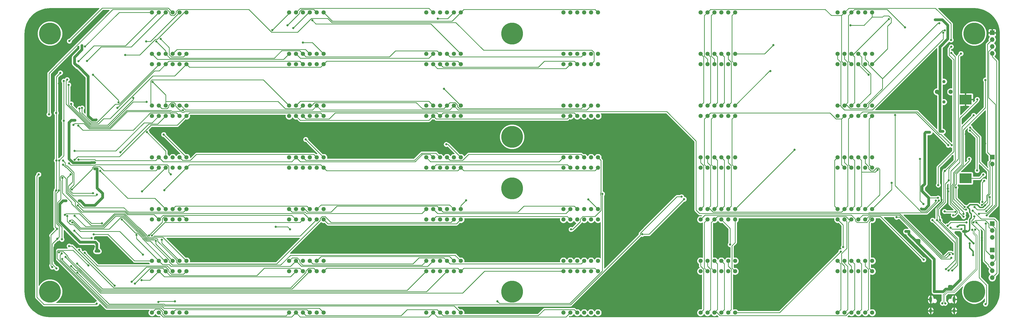
<source format=gbl>
%TF.GenerationSoftware,KiCad,Pcbnew,5.1.12-84ad8e8a86~92~ubuntu20.04.1*%
%TF.CreationDate,2022-07-11T23:01:20-05:00*%
%TF.ProjectId,kilosegment_clock,6b696c6f-7365-4676-9d65-6e745f636c6f,rev?*%
%TF.SameCoordinates,Original*%
%TF.FileFunction,Copper,L2,Bot*%
%TF.FilePolarity,Positive*%
%FSLAX46Y46*%
G04 Gerber Fmt 4.6, Leading zero omitted, Abs format (unit mm)*
G04 Created by KiCad (PCBNEW 5.1.12-84ad8e8a86~92~ubuntu20.04.1) date 2022-07-11 23:01:20*
%MOMM*%
%LPD*%
G01*
G04 APERTURE LIST*
%TA.AperFunction,ComponentPad*%
%ADD10C,1.550000*%
%TD*%
%TA.AperFunction,ComponentPad*%
%ADD11O,1.000000X2.100000*%
%TD*%
%TA.AperFunction,ComponentPad*%
%ADD12O,1.000000X1.600000*%
%TD*%
%TA.AperFunction,ComponentPad*%
%ADD13C,8.000000*%
%TD*%
%TA.AperFunction,ComponentPad*%
%ADD14O,1.700000X1.700000*%
%TD*%
%TA.AperFunction,ComponentPad*%
%ADD15R,1.700000X1.700000*%
%TD*%
%TA.AperFunction,SMDPad,CuDef*%
%ADD16R,4.500000X3.600000*%
%TD*%
%TA.AperFunction,ComponentPad*%
%ADD17C,1.600000*%
%TD*%
%TA.AperFunction,ComponentPad*%
%ADD18C,1.200000*%
%TD*%
%TA.AperFunction,ViaPad*%
%ADD19C,0.800000*%
%TD*%
%TA.AperFunction,Conductor*%
%ADD20C,0.250000*%
%TD*%
%TA.AperFunction,Conductor*%
%ADD21C,1.000000*%
%TD*%
%TA.AperFunction,Conductor*%
%ADD22C,0.500000*%
%TD*%
%TA.AperFunction,Conductor*%
%ADD23C,0.200000*%
%TD*%
%TA.AperFunction,Conductor*%
%ADD24C,0.254000*%
%TD*%
%TA.AperFunction,Conductor*%
%ADD25C,0.150000*%
%TD*%
G04 APERTURE END LIST*
D10*
%TO.P,D38,4*%
%TO.N,/sheet65E7B3E1/C*%
X324600000Y-141740000D03*
%TO.P,D38,3*%
%TO.N,/sheet65E7B3E1/DP*%
X322060000Y-141740000D03*
%TO.P,D38,2*%
%TO.N,/sheet65E7B3E1/D*%
X319520000Y-141740000D03*
%TO.P,D38,5*%
%TO.N,/sheet65E7B3E1/G*%
X327140000Y-141740000D03*
%TO.P,D38,1*%
%TO.N,/sheet65E7B3E1/E*%
X316980000Y-141740000D03*
%TO.P,D38,6*%
%TO.N,/sheet65E7B3E1/DIG16*%
X329680000Y-141740000D03*
%TO.P,D38,12*%
%TO.N,/sheet65E7B3E1/DIG13*%
X316980000Y-126500000D03*
%TO.P,D38,7*%
%TO.N,/sheet65E7B3E1/B*%
X329680000Y-126500000D03*
%TO.P,D38,8*%
%TO.N,/sheet65E7B3E1/DIG15*%
X327140000Y-126500000D03*
%TO.P,D38,9*%
%TO.N,/sheet65E7B3E1/DIG14*%
X324600000Y-126500000D03*
%TO.P,D38,11*%
%TO.N,/sheet65E7B3E1/A*%
X319520000Y-126500000D03*
%TO.P,D38,10*%
%TO.N,/sheet65E7B3E1/F*%
X322060000Y-126500000D03*
%TD*%
%TO.P,D37,4*%
%TO.N,/sheet65E7B3E1/C*%
X274150000Y-141740000D03*
%TO.P,D37,3*%
%TO.N,/sheet65E7B3E1/DP*%
X271610000Y-141740000D03*
%TO.P,D37,2*%
%TO.N,/sheet65E7B3E1/D*%
X269070000Y-141740000D03*
%TO.P,D37,5*%
%TO.N,/sheet65E7B3E1/G*%
X276690000Y-141740000D03*
%TO.P,D37,1*%
%TO.N,/sheet65E7B3E1/E*%
X266530000Y-141740000D03*
%TO.P,D37,6*%
%TO.N,/sheet65E7B3E1/DIG12*%
X279230000Y-141740000D03*
%TO.P,D37,12*%
%TO.N,/sheet65E7B3E1/DIG9*%
X266530000Y-126500000D03*
%TO.P,D37,7*%
%TO.N,/sheet65E7B3E1/B*%
X279230000Y-126500000D03*
%TO.P,D37,8*%
%TO.N,/sheet65E7B3E1/DIG11*%
X276690000Y-126500000D03*
%TO.P,D37,9*%
%TO.N,/sheet65E7B3E1/DIG10*%
X274150000Y-126500000D03*
%TO.P,D37,11*%
%TO.N,/sheet65E7B3E1/A*%
X269070000Y-126500000D03*
%TO.P,D37,10*%
%TO.N,/sheet65E7B3E1/F*%
X271610000Y-126500000D03*
%TD*%
%TO.P,D36,4*%
%TO.N,/sheet65E7B3E1/C*%
X324600000Y-122690000D03*
%TO.P,D36,3*%
%TO.N,/sheet65E7B3E1/DP*%
X322060000Y-122690000D03*
%TO.P,D36,2*%
%TO.N,/sheet65E7B3E1/D*%
X319520000Y-122690000D03*
%TO.P,D36,5*%
%TO.N,/sheet65E7B3E1/G*%
X327140000Y-122690000D03*
%TO.P,D36,1*%
%TO.N,/sheet65E7B3E1/E*%
X316980000Y-122690000D03*
%TO.P,D36,6*%
%TO.N,/sheet65E7B3E1/DIG8*%
X329680000Y-122690000D03*
%TO.P,D36,12*%
%TO.N,/sheet65E7B3E1/DIG5*%
X316980000Y-107450000D03*
%TO.P,D36,7*%
%TO.N,/sheet65E7B3E1/B*%
X329680000Y-107450000D03*
%TO.P,D36,8*%
%TO.N,/sheet65E7B3E1/DIG7*%
X327140000Y-107450000D03*
%TO.P,D36,9*%
%TO.N,/sheet65E7B3E1/DIG6*%
X324600000Y-107450000D03*
%TO.P,D36,11*%
%TO.N,/sheet65E7B3E1/A*%
X319520000Y-107450000D03*
%TO.P,D36,10*%
%TO.N,/sheet65E7B3E1/F*%
X322060000Y-107450000D03*
%TD*%
%TO.P,D35,4*%
%TO.N,/sheet65E7B3E1/C*%
X274150000Y-122690000D03*
%TO.P,D35,3*%
%TO.N,/sheet65E7B3E1/DP*%
X271610000Y-122690000D03*
%TO.P,D35,2*%
%TO.N,/sheet65E7B3E1/D*%
X269070000Y-122690000D03*
%TO.P,D35,5*%
%TO.N,/sheet65E7B3E1/G*%
X276690000Y-122690000D03*
%TO.P,D35,1*%
%TO.N,/sheet65E7B3E1/E*%
X266530000Y-122690000D03*
%TO.P,D35,6*%
%TO.N,/sheet65E7B3E1/DIG4*%
X279230000Y-122690000D03*
%TO.P,D35,12*%
%TO.N,/sheet65E7B3E1/DIG1*%
X266530000Y-107450000D03*
%TO.P,D35,7*%
%TO.N,/sheet65E7B3E1/B*%
X279230000Y-107450000D03*
%TO.P,D35,8*%
%TO.N,/sheet65E7B3E1/DIG3*%
X276690000Y-107450000D03*
%TO.P,D35,9*%
%TO.N,/sheet65E7B3E1/DIG2*%
X274150000Y-107450000D03*
%TO.P,D35,11*%
%TO.N,/sheet65E7B3E1/A*%
X269070000Y-107450000D03*
%TO.P,D35,10*%
%TO.N,/sheet65E7B3E1/F*%
X271610000Y-107450000D03*
%TD*%
%TO.P,D34,4*%
%TO.N,/sheet65E79BBC/C*%
X324600000Y-103640000D03*
%TO.P,D34,3*%
%TO.N,/sheet65E79BBC/DP*%
X322060000Y-103640000D03*
%TO.P,D34,2*%
%TO.N,/sheet65E79BBC/D*%
X319520000Y-103640000D03*
%TO.P,D34,5*%
%TO.N,/sheet65E79BBC/G*%
X327140000Y-103640000D03*
%TO.P,D34,1*%
%TO.N,/sheet65E79BBC/E*%
X316980000Y-103640000D03*
%TO.P,D34,6*%
%TO.N,/sheet65E79BBC/DIG16*%
X329680000Y-103640000D03*
%TO.P,D34,12*%
%TO.N,/sheet65E79BBC/DIG13*%
X316980000Y-88400000D03*
%TO.P,D34,7*%
%TO.N,/sheet65E79BBC/B*%
X329680000Y-88400000D03*
%TO.P,D34,8*%
%TO.N,/sheet65E79BBC/DIG15*%
X327140000Y-88400000D03*
%TO.P,D34,9*%
%TO.N,/sheet65E79BBC/DIG14*%
X324600000Y-88400000D03*
%TO.P,D34,11*%
%TO.N,/sheet65E79BBC/A*%
X319520000Y-88400000D03*
%TO.P,D34,10*%
%TO.N,/sheet65E79BBC/F*%
X322060000Y-88400000D03*
%TD*%
%TO.P,D33,4*%
%TO.N,/sheet65E79BBC/C*%
X274150000Y-103640000D03*
%TO.P,D33,3*%
%TO.N,/sheet65E79BBC/DP*%
X271610000Y-103640000D03*
%TO.P,D33,2*%
%TO.N,/sheet65E79BBC/D*%
X269070000Y-103640000D03*
%TO.P,D33,5*%
%TO.N,/sheet65E79BBC/G*%
X276690000Y-103640000D03*
%TO.P,D33,1*%
%TO.N,/sheet65E79BBC/E*%
X266530000Y-103640000D03*
%TO.P,D33,6*%
%TO.N,/sheet65E79BBC/DIG12*%
X279230000Y-103640000D03*
%TO.P,D33,12*%
%TO.N,/sheet65E79BBC/DIG9*%
X266530000Y-88400000D03*
%TO.P,D33,7*%
%TO.N,/sheet65E79BBC/B*%
X279230000Y-88400000D03*
%TO.P,D33,8*%
%TO.N,/sheet65E79BBC/DIG11*%
X276690000Y-88400000D03*
%TO.P,D33,9*%
%TO.N,/sheet65E79BBC/DIG10*%
X274150000Y-88400000D03*
%TO.P,D33,11*%
%TO.N,/sheet65E79BBC/A*%
X269070000Y-88400000D03*
%TO.P,D33,10*%
%TO.N,/sheet65E79BBC/F*%
X271610000Y-88400000D03*
%TD*%
%TO.P,D32,4*%
%TO.N,/sheet65E79BBC/C*%
X324600000Y-84590000D03*
%TO.P,D32,3*%
%TO.N,/sheet65E79BBC/DP*%
X322060000Y-84590000D03*
%TO.P,D32,2*%
%TO.N,/sheet65E79BBC/D*%
X319520000Y-84590000D03*
%TO.P,D32,5*%
%TO.N,/sheet65E79BBC/G*%
X327140000Y-84590000D03*
%TO.P,D32,1*%
%TO.N,/sheet65E79BBC/E*%
X316980000Y-84590000D03*
%TO.P,D32,6*%
%TO.N,/sheet65E79BBC/DIG8*%
X329680000Y-84590000D03*
%TO.P,D32,12*%
%TO.N,/sheet65E79BBC/DIG5*%
X316980000Y-69350000D03*
%TO.P,D32,7*%
%TO.N,/sheet65E79BBC/B*%
X329680000Y-69350000D03*
%TO.P,D32,8*%
%TO.N,/sheet65E79BBC/DIG7*%
X327140000Y-69350000D03*
%TO.P,D32,9*%
%TO.N,/sheet65E79BBC/DIG6*%
X324600000Y-69350000D03*
%TO.P,D32,11*%
%TO.N,/sheet65E79BBC/A*%
X319520000Y-69350000D03*
%TO.P,D32,10*%
%TO.N,/sheet65E79BBC/F*%
X322060000Y-69350000D03*
%TD*%
%TO.P,D31,4*%
%TO.N,/sheet65E79BBC/C*%
X274150000Y-84590000D03*
%TO.P,D31,3*%
%TO.N,/sheet65E79BBC/DP*%
X271610000Y-84590000D03*
%TO.P,D31,2*%
%TO.N,/sheet65E79BBC/D*%
X269070000Y-84590000D03*
%TO.P,D31,5*%
%TO.N,/sheet65E79BBC/G*%
X276690000Y-84590000D03*
%TO.P,D31,1*%
%TO.N,/sheet65E79BBC/E*%
X266530000Y-84590000D03*
%TO.P,D31,6*%
%TO.N,/sheet65E79BBC/DIG4*%
X279230000Y-84590000D03*
%TO.P,D31,12*%
%TO.N,/sheet65E79BBC/DIG1*%
X266530000Y-69350000D03*
%TO.P,D31,7*%
%TO.N,/sheet65E79BBC/B*%
X279230000Y-69350000D03*
%TO.P,D31,8*%
%TO.N,/sheet65E79BBC/DIG3*%
X276690000Y-69350000D03*
%TO.P,D31,9*%
%TO.N,/sheet65E79BBC/DIG2*%
X274150000Y-69350000D03*
%TO.P,D31,11*%
%TO.N,/sheet65E79BBC/A*%
X269070000Y-69350000D03*
%TO.P,D31,10*%
%TO.N,/sheet65E79BBC/F*%
X271610000Y-69350000D03*
%TD*%
%TO.P,D30,4*%
%TO.N,/sheet65E79BB2/C*%
X324600000Y-65540000D03*
%TO.P,D30,3*%
%TO.N,/sheet65E79BB2/DP*%
X322060000Y-65540000D03*
%TO.P,D30,2*%
%TO.N,/sheet65E79BB2/D*%
X319520000Y-65540000D03*
%TO.P,D30,5*%
%TO.N,/sheet65E79BB2/G*%
X327140000Y-65540000D03*
%TO.P,D30,1*%
%TO.N,/sheet65E79BB2/E*%
X316980000Y-65540000D03*
%TO.P,D30,6*%
%TO.N,/sheet65E79BB2/DIG16*%
X329680000Y-65540000D03*
%TO.P,D30,12*%
%TO.N,/sheet65E79BB2/DIG13*%
X316980000Y-50300000D03*
%TO.P,D30,7*%
%TO.N,/sheet65E79BB2/B*%
X329680000Y-50300000D03*
%TO.P,D30,8*%
%TO.N,/sheet65E79BB2/DIG15*%
X327140000Y-50300000D03*
%TO.P,D30,9*%
%TO.N,/sheet65E79BB2/DIG14*%
X324600000Y-50300000D03*
%TO.P,D30,11*%
%TO.N,/sheet65E79BB2/A*%
X319520000Y-50300000D03*
%TO.P,D30,10*%
%TO.N,/sheet65E79BB2/F*%
X322060000Y-50300000D03*
%TD*%
%TO.P,D29,4*%
%TO.N,/sheet65E79BB2/C*%
X274150000Y-65540000D03*
%TO.P,D29,3*%
%TO.N,/sheet65E79BB2/DP*%
X271610000Y-65540000D03*
%TO.P,D29,2*%
%TO.N,/sheet65E79BB2/D*%
X269070000Y-65540000D03*
%TO.P,D29,5*%
%TO.N,/sheet65E79BB2/G*%
X276690000Y-65540000D03*
%TO.P,D29,1*%
%TO.N,/sheet65E79BB2/E*%
X266530000Y-65540000D03*
%TO.P,D29,6*%
%TO.N,/sheet65E79BB2/DIG12*%
X279230000Y-65540000D03*
%TO.P,D29,12*%
%TO.N,/sheet65E79BB2/DIG9*%
X266530000Y-50300000D03*
%TO.P,D29,7*%
%TO.N,/sheet65E79BB2/B*%
X279230000Y-50300000D03*
%TO.P,D29,8*%
%TO.N,/sheet65E79BB2/DIG11*%
X276690000Y-50300000D03*
%TO.P,D29,9*%
%TO.N,/sheet65E79BB2/DIG10*%
X274150000Y-50300000D03*
%TO.P,D29,11*%
%TO.N,/sheet65E79BB2/A*%
X269070000Y-50300000D03*
%TO.P,D29,10*%
%TO.N,/sheet65E79BB2/F*%
X271610000Y-50300000D03*
%TD*%
%TO.P,D28,4*%
%TO.N,/sheet65E79BB2/C*%
X324600000Y-46490000D03*
%TO.P,D28,3*%
%TO.N,/sheet65E79BB2/DP*%
X322060000Y-46490000D03*
%TO.P,D28,2*%
%TO.N,/sheet65E79BB2/D*%
X319520000Y-46490000D03*
%TO.P,D28,5*%
%TO.N,/sheet65E79BB2/G*%
X327140000Y-46490000D03*
%TO.P,D28,1*%
%TO.N,/sheet65E79BB2/E*%
X316980000Y-46490000D03*
%TO.P,D28,6*%
%TO.N,/sheet65E79BB2/DIG8*%
X329680000Y-46490000D03*
%TO.P,D28,12*%
%TO.N,/sheet65E79BB2/DIG5*%
X316980000Y-31250000D03*
%TO.P,D28,7*%
%TO.N,/sheet65E79BB2/B*%
X329680000Y-31250000D03*
%TO.P,D28,8*%
%TO.N,/sheet65E79BB2/DIG7*%
X327140000Y-31250000D03*
%TO.P,D28,9*%
%TO.N,/sheet65E79BB2/DIG6*%
X324600000Y-31250000D03*
%TO.P,D28,11*%
%TO.N,/sheet65E79BB2/A*%
X319520000Y-31250000D03*
%TO.P,D28,10*%
%TO.N,/sheet65E79BB2/F*%
X322060000Y-31250000D03*
%TD*%
%TO.P,D27,4*%
%TO.N,/sheet65E79BB2/C*%
X274150000Y-46490000D03*
%TO.P,D27,3*%
%TO.N,/sheet65E79BB2/DP*%
X271610000Y-46490000D03*
%TO.P,D27,2*%
%TO.N,/sheet65E79BB2/D*%
X269070000Y-46490000D03*
%TO.P,D27,5*%
%TO.N,/sheet65E79BB2/G*%
X276690000Y-46490000D03*
%TO.P,D27,1*%
%TO.N,/sheet65E79BB2/E*%
X266530000Y-46490000D03*
%TO.P,D27,6*%
%TO.N,/sheet65E79BB2/DIG4*%
X279230000Y-46490000D03*
%TO.P,D27,12*%
%TO.N,/sheet65E79BB2/DIG1*%
X266530000Y-31250000D03*
%TO.P,D27,7*%
%TO.N,/sheet65E79BB2/B*%
X279230000Y-31250000D03*
%TO.P,D27,8*%
%TO.N,/sheet65E79BB2/DIG3*%
X276690000Y-31250000D03*
%TO.P,D27,9*%
%TO.N,/sheet65E79BB2/DIG2*%
X274150000Y-31250000D03*
%TO.P,D27,11*%
%TO.N,/sheet65E79BB2/A*%
X269070000Y-31250000D03*
%TO.P,D27,10*%
%TO.N,/sheet65E79BB2/F*%
X271610000Y-31250000D03*
%TD*%
%TO.P,D26,4*%
%TO.N,/sheet65E79BA3/C*%
X223700000Y-141740000D03*
%TO.P,D26,3*%
%TO.N,/sheet65E79BA3/DP*%
X221160000Y-141740000D03*
%TO.P,D26,2*%
%TO.N,/sheet65E79BA3/D*%
X218620000Y-141740000D03*
%TO.P,D26,5*%
%TO.N,/sheet65E79BA3/G*%
X226240000Y-141740000D03*
%TO.P,D26,1*%
%TO.N,/sheet65E79BA3/E*%
X216080000Y-141740000D03*
%TO.P,D26,6*%
%TO.N,/sheet65E79BA3/DIG16*%
X228780000Y-141740000D03*
%TO.P,D26,12*%
%TO.N,/sheet65E79BA3/DIG13*%
X216080000Y-126500000D03*
%TO.P,D26,7*%
%TO.N,/sheet65E79BA3/B*%
X228780000Y-126500000D03*
%TO.P,D26,8*%
%TO.N,/sheet65E79BA3/DIG15*%
X226240000Y-126500000D03*
%TO.P,D26,9*%
%TO.N,/sheet65E79BA3/DIG14*%
X223700000Y-126500000D03*
%TO.P,D26,11*%
%TO.N,/sheet65E79BA3/A*%
X218620000Y-126500000D03*
%TO.P,D26,10*%
%TO.N,/sheet65E79BA3/F*%
X221160000Y-126500000D03*
%TD*%
%TO.P,D25,4*%
%TO.N,/sheet65E79BA3/C*%
X173250000Y-141740000D03*
%TO.P,D25,3*%
%TO.N,/sheet65E79BA3/DP*%
X170710000Y-141740000D03*
%TO.P,D25,2*%
%TO.N,/sheet65E79BA3/D*%
X168170000Y-141740000D03*
%TO.P,D25,5*%
%TO.N,/sheet65E79BA3/G*%
X175790000Y-141740000D03*
%TO.P,D25,1*%
%TO.N,/sheet65E79BA3/E*%
X165630000Y-141740000D03*
%TO.P,D25,6*%
%TO.N,/sheet65E79BA3/DIG12*%
X178330000Y-141740000D03*
%TO.P,D25,12*%
%TO.N,/sheet65E79BA3/DIG9*%
X165630000Y-126500000D03*
%TO.P,D25,7*%
%TO.N,/sheet65E79BA3/B*%
X178330000Y-126500000D03*
%TO.P,D25,8*%
%TO.N,/sheet65E79BA3/DIG11*%
X175790000Y-126500000D03*
%TO.P,D25,9*%
%TO.N,/sheet65E79BA3/DIG10*%
X173250000Y-126500000D03*
%TO.P,D25,11*%
%TO.N,/sheet65E79BA3/A*%
X168170000Y-126500000D03*
%TO.P,D25,10*%
%TO.N,/sheet65E79BA3/F*%
X170710000Y-126500000D03*
%TD*%
%TO.P,D24,4*%
%TO.N,/sheet65E79BA3/C*%
X122800000Y-141740000D03*
%TO.P,D24,3*%
%TO.N,/sheet65E79BA3/DP*%
X120260000Y-141740000D03*
%TO.P,D24,2*%
%TO.N,/sheet65E79BA3/D*%
X117720000Y-141740000D03*
%TO.P,D24,5*%
%TO.N,/sheet65E79BA3/G*%
X125340000Y-141740000D03*
%TO.P,D24,1*%
%TO.N,/sheet65E79BA3/E*%
X115180000Y-141740000D03*
%TO.P,D24,6*%
%TO.N,/sheet65E79BA3/DIG8*%
X127880000Y-141740000D03*
%TO.P,D24,12*%
%TO.N,/sheet65E79BA3/DIG5*%
X115180000Y-126500000D03*
%TO.P,D24,7*%
%TO.N,/sheet65E79BA3/B*%
X127880000Y-126500000D03*
%TO.P,D24,8*%
%TO.N,/sheet65E79BA3/DIG7*%
X125340000Y-126500000D03*
%TO.P,D24,9*%
%TO.N,/sheet65E79BA3/DIG6*%
X122800000Y-126500000D03*
%TO.P,D24,11*%
%TO.N,/sheet65E79BA3/A*%
X117720000Y-126500000D03*
%TO.P,D24,10*%
%TO.N,/sheet65E79BA3/F*%
X120260000Y-126500000D03*
%TD*%
%TO.P,D23,4*%
%TO.N,/sheet65E79BA3/C*%
X72350000Y-141740000D03*
%TO.P,D23,3*%
%TO.N,/sheet65E79BA3/DP*%
X69810000Y-141740000D03*
%TO.P,D23,2*%
%TO.N,/sheet65E79BA3/D*%
X67270000Y-141740000D03*
%TO.P,D23,5*%
%TO.N,/sheet65E79BA3/G*%
X74890000Y-141740000D03*
%TO.P,D23,1*%
%TO.N,/sheet65E79BA3/E*%
X64730000Y-141740000D03*
%TO.P,D23,6*%
%TO.N,/sheet65E79BA3/DIG4*%
X77430000Y-141740000D03*
%TO.P,D23,12*%
%TO.N,/sheet65E79BA3/DIG1*%
X64730000Y-126500000D03*
%TO.P,D23,7*%
%TO.N,/sheet65E79BA3/B*%
X77430000Y-126500000D03*
%TO.P,D23,8*%
%TO.N,/sheet65E79BA3/DIG3*%
X74890000Y-126500000D03*
%TO.P,D23,9*%
%TO.N,/sheet65E79BA3/DIG2*%
X72350000Y-126500000D03*
%TO.P,D23,11*%
%TO.N,/sheet65E79BA3/A*%
X67270000Y-126500000D03*
%TO.P,D23,10*%
%TO.N,/sheet65E79BA3/F*%
X69810000Y-126500000D03*
%TD*%
%TO.P,D22,4*%
%TO.N,/sheet65E79B9E/C*%
X223700000Y-122690000D03*
%TO.P,D22,3*%
%TO.N,/sheet65E79B9E/DP*%
X221160000Y-122690000D03*
%TO.P,D22,2*%
%TO.N,/sheet65E79B9E/D*%
X218620000Y-122690000D03*
%TO.P,D22,5*%
%TO.N,/sheet65E79B9E/G*%
X226240000Y-122690000D03*
%TO.P,D22,1*%
%TO.N,/sheet65E79B9E/E*%
X216080000Y-122690000D03*
%TO.P,D22,6*%
%TO.N,/sheet65E79B9E/DIG16*%
X228780000Y-122690000D03*
%TO.P,D22,12*%
%TO.N,/sheet65E79B9E/DIG13*%
X216080000Y-107450000D03*
%TO.P,D22,7*%
%TO.N,/sheet65E79B9E/B*%
X228780000Y-107450000D03*
%TO.P,D22,8*%
%TO.N,/sheet65E79B9E/DIG15*%
X226240000Y-107450000D03*
%TO.P,D22,9*%
%TO.N,/sheet65E79B9E/DIG14*%
X223700000Y-107450000D03*
%TO.P,D22,11*%
%TO.N,/sheet65E79B9E/A*%
X218620000Y-107450000D03*
%TO.P,D22,10*%
%TO.N,/sheet65E79B9E/F*%
X221160000Y-107450000D03*
%TD*%
%TO.P,D21,4*%
%TO.N,/sheet65E79B9E/C*%
X173250000Y-122690000D03*
%TO.P,D21,3*%
%TO.N,/sheet65E79B9E/DP*%
X170710000Y-122690000D03*
%TO.P,D21,2*%
%TO.N,/sheet65E79B9E/D*%
X168170000Y-122690000D03*
%TO.P,D21,5*%
%TO.N,/sheet65E79B9E/G*%
X175790000Y-122690000D03*
%TO.P,D21,1*%
%TO.N,/sheet65E79B9E/E*%
X165630000Y-122690000D03*
%TO.P,D21,6*%
%TO.N,/sheet65E79B9E/DIG12*%
X178330000Y-122690000D03*
%TO.P,D21,12*%
%TO.N,/sheet65E79B9E/DIG9*%
X165630000Y-107450000D03*
%TO.P,D21,7*%
%TO.N,/sheet65E79B9E/B*%
X178330000Y-107450000D03*
%TO.P,D21,8*%
%TO.N,/sheet65E79B9E/DIG11*%
X175790000Y-107450000D03*
%TO.P,D21,9*%
%TO.N,/sheet65E79B9E/DIG10*%
X173250000Y-107450000D03*
%TO.P,D21,11*%
%TO.N,/sheet65E79B9E/A*%
X168170000Y-107450000D03*
%TO.P,D21,10*%
%TO.N,/sheet65E79B9E/F*%
X170710000Y-107450000D03*
%TD*%
%TO.P,D20,4*%
%TO.N,/sheet65E79B9E/C*%
X122800000Y-122690000D03*
%TO.P,D20,3*%
%TO.N,/sheet65E79B9E/DP*%
X120260000Y-122690000D03*
%TO.P,D20,2*%
%TO.N,/sheet65E79B9E/D*%
X117720000Y-122690000D03*
%TO.P,D20,5*%
%TO.N,/sheet65E79B9E/G*%
X125340000Y-122690000D03*
%TO.P,D20,1*%
%TO.N,/sheet65E79B9E/E*%
X115180000Y-122690000D03*
%TO.P,D20,6*%
%TO.N,/sheet65E79B9E/DIG8*%
X127880000Y-122690000D03*
%TO.P,D20,12*%
%TO.N,/sheet65E79B9E/DIG5*%
X115180000Y-107450000D03*
%TO.P,D20,7*%
%TO.N,/sheet65E79B9E/B*%
X127880000Y-107450000D03*
%TO.P,D20,8*%
%TO.N,/sheet65E79B9E/DIG7*%
X125340000Y-107450000D03*
%TO.P,D20,9*%
%TO.N,/sheet65E79B9E/DIG6*%
X122800000Y-107450000D03*
%TO.P,D20,11*%
%TO.N,/sheet65E79B9E/A*%
X117720000Y-107450000D03*
%TO.P,D20,10*%
%TO.N,/sheet65E79B9E/F*%
X120260000Y-107450000D03*
%TD*%
%TO.P,D19,4*%
%TO.N,/sheet65E79B9E/C*%
X72350000Y-122690000D03*
%TO.P,D19,3*%
%TO.N,/sheet65E79B9E/DP*%
X69810000Y-122690000D03*
%TO.P,D19,2*%
%TO.N,/sheet65E79B9E/D*%
X67270000Y-122690000D03*
%TO.P,D19,5*%
%TO.N,/sheet65E79B9E/G*%
X74890000Y-122690000D03*
%TO.P,D19,1*%
%TO.N,/sheet65E79B9E/E*%
X64730000Y-122690000D03*
%TO.P,D19,6*%
%TO.N,/sheet65E79B9E/DIG4*%
X77430000Y-122690000D03*
%TO.P,D19,12*%
%TO.N,/sheet65E79B9E/DIG1*%
X64730000Y-107450000D03*
%TO.P,D19,7*%
%TO.N,/sheet65E79B9E/B*%
X77430000Y-107450000D03*
%TO.P,D19,8*%
%TO.N,/sheet65E79B9E/DIG3*%
X74890000Y-107450000D03*
%TO.P,D19,9*%
%TO.N,/sheet65E79B9E/DIG2*%
X72350000Y-107450000D03*
%TO.P,D19,11*%
%TO.N,/sheet65E79B9E/A*%
X67270000Y-107450000D03*
%TO.P,D19,10*%
%TO.N,/sheet65E79B9E/F*%
X69810000Y-107450000D03*
%TD*%
%TO.P,D18,4*%
%TO.N,/sheet65E77CCE/C*%
X223700000Y-103640000D03*
%TO.P,D18,3*%
%TO.N,/sheet65E77CCE/DP*%
X221160000Y-103640000D03*
%TO.P,D18,2*%
%TO.N,/sheet65E77CCE/D*%
X218620000Y-103640000D03*
%TO.P,D18,5*%
%TO.N,/sheet65E77CCE/G*%
X226240000Y-103640000D03*
%TO.P,D18,1*%
%TO.N,/sheet65E77CCE/E*%
X216080000Y-103640000D03*
%TO.P,D18,6*%
%TO.N,/sheet65E77CCE/DIG16*%
X228780000Y-103640000D03*
%TO.P,D18,12*%
%TO.N,/sheet65E77CCE/DIG13*%
X216080000Y-88400000D03*
%TO.P,D18,7*%
%TO.N,/sheet65E77CCE/B*%
X228780000Y-88400000D03*
%TO.P,D18,8*%
%TO.N,/sheet65E77CCE/DIG15*%
X226240000Y-88400000D03*
%TO.P,D18,9*%
%TO.N,/sheet65E77CCE/DIG14*%
X223700000Y-88400000D03*
%TO.P,D18,11*%
%TO.N,/sheet65E77CCE/A*%
X218620000Y-88400000D03*
%TO.P,D18,10*%
%TO.N,/sheet65E77CCE/F*%
X221160000Y-88400000D03*
%TD*%
%TO.P,D17,4*%
%TO.N,/sheet65E77CCE/C*%
X173250000Y-103640000D03*
%TO.P,D17,3*%
%TO.N,/sheet65E77CCE/DP*%
X170710000Y-103640000D03*
%TO.P,D17,2*%
%TO.N,/sheet65E77CCE/D*%
X168170000Y-103640000D03*
%TO.P,D17,5*%
%TO.N,/sheet65E77CCE/G*%
X175790000Y-103640000D03*
%TO.P,D17,1*%
%TO.N,/sheet65E77CCE/E*%
X165630000Y-103640000D03*
%TO.P,D17,6*%
%TO.N,/sheet65E77CCE/DIG12*%
X178330000Y-103640000D03*
%TO.P,D17,12*%
%TO.N,/sheet65E77CCE/DIG9*%
X165630000Y-88400000D03*
%TO.P,D17,7*%
%TO.N,/sheet65E77CCE/B*%
X178330000Y-88400000D03*
%TO.P,D17,8*%
%TO.N,/sheet65E77CCE/DIG11*%
X175790000Y-88400000D03*
%TO.P,D17,9*%
%TO.N,/sheet65E77CCE/DIG10*%
X173250000Y-88400000D03*
%TO.P,D17,11*%
%TO.N,/sheet65E77CCE/A*%
X168170000Y-88400000D03*
%TO.P,D17,10*%
%TO.N,/sheet65E77CCE/F*%
X170710000Y-88400000D03*
%TD*%
%TO.P,D16,4*%
%TO.N,/sheet65E77CCE/C*%
X122800000Y-103640000D03*
%TO.P,D16,3*%
%TO.N,/sheet65E77CCE/DP*%
X120260000Y-103640000D03*
%TO.P,D16,2*%
%TO.N,/sheet65E77CCE/D*%
X117720000Y-103640000D03*
%TO.P,D16,5*%
%TO.N,/sheet65E77CCE/G*%
X125340000Y-103640000D03*
%TO.P,D16,1*%
%TO.N,/sheet65E77CCE/E*%
X115180000Y-103640000D03*
%TO.P,D16,6*%
%TO.N,/sheet65E77CCE/DIG8*%
X127880000Y-103640000D03*
%TO.P,D16,12*%
%TO.N,/sheet65E77CCE/DIG5*%
X115180000Y-88400000D03*
%TO.P,D16,7*%
%TO.N,/sheet65E77CCE/B*%
X127880000Y-88400000D03*
%TO.P,D16,8*%
%TO.N,/sheet65E77CCE/DIG7*%
X125340000Y-88400000D03*
%TO.P,D16,9*%
%TO.N,/sheet65E77CCE/DIG6*%
X122800000Y-88400000D03*
%TO.P,D16,11*%
%TO.N,/sheet65E77CCE/A*%
X117720000Y-88400000D03*
%TO.P,D16,10*%
%TO.N,/sheet65E77CCE/F*%
X120260000Y-88400000D03*
%TD*%
%TO.P,D15,4*%
%TO.N,/sheet65E77CCE/C*%
X72350000Y-103640000D03*
%TO.P,D15,3*%
%TO.N,/sheet65E77CCE/DP*%
X69810000Y-103640000D03*
%TO.P,D15,2*%
%TO.N,/sheet65E77CCE/D*%
X67270000Y-103640000D03*
%TO.P,D15,5*%
%TO.N,/sheet65E77CCE/G*%
X74890000Y-103640000D03*
%TO.P,D15,1*%
%TO.N,/sheet65E77CCE/E*%
X64730000Y-103640000D03*
%TO.P,D15,6*%
%TO.N,/sheet65E77CCE/DIG4*%
X77430000Y-103640000D03*
%TO.P,D15,12*%
%TO.N,/sheet65E77CCE/DIG1*%
X64730000Y-88400000D03*
%TO.P,D15,7*%
%TO.N,/sheet65E77CCE/B*%
X77430000Y-88400000D03*
%TO.P,D15,8*%
%TO.N,/sheet65E77CCE/DIG3*%
X74890000Y-88400000D03*
%TO.P,D15,9*%
%TO.N,/sheet65E77CCE/DIG2*%
X72350000Y-88400000D03*
%TO.P,D15,11*%
%TO.N,/sheet65E77CCE/A*%
X67270000Y-88400000D03*
%TO.P,D15,10*%
%TO.N,/sheet65E77CCE/F*%
X69810000Y-88400000D03*
%TD*%
%TO.P,D14,4*%
%TO.N,/sheet65E77961/C*%
X223700000Y-84590000D03*
%TO.P,D14,3*%
%TO.N,/sheet65E77961/DP*%
X221160000Y-84590000D03*
%TO.P,D14,2*%
%TO.N,/sheet65E77961/D*%
X218620000Y-84590000D03*
%TO.P,D14,5*%
%TO.N,/sheet65E77961/G*%
X226240000Y-84590000D03*
%TO.P,D14,1*%
%TO.N,/sheet65E77961/E*%
X216080000Y-84590000D03*
%TO.P,D14,6*%
%TO.N,/sheet65E77961/DIG16*%
X228780000Y-84590000D03*
%TO.P,D14,12*%
%TO.N,/sheet65E77961/DIG13*%
X216080000Y-69350000D03*
%TO.P,D14,7*%
%TO.N,/sheet65E77961/B*%
X228780000Y-69350000D03*
%TO.P,D14,8*%
%TO.N,/sheet65E77961/DIG15*%
X226240000Y-69350000D03*
%TO.P,D14,9*%
%TO.N,/sheet65E77961/DIG14*%
X223700000Y-69350000D03*
%TO.P,D14,11*%
%TO.N,/sheet65E77961/A*%
X218620000Y-69350000D03*
%TO.P,D14,10*%
%TO.N,/sheet65E77961/F*%
X221160000Y-69350000D03*
%TD*%
%TO.P,D13,4*%
%TO.N,/sheet65E77961/C*%
X173250000Y-84590000D03*
%TO.P,D13,3*%
%TO.N,/sheet65E77961/DP*%
X170710000Y-84590000D03*
%TO.P,D13,2*%
%TO.N,/sheet65E77961/D*%
X168170000Y-84590000D03*
%TO.P,D13,5*%
%TO.N,/sheet65E77961/G*%
X175790000Y-84590000D03*
%TO.P,D13,1*%
%TO.N,/sheet65E77961/E*%
X165630000Y-84590000D03*
%TO.P,D13,6*%
%TO.N,/sheet65E77961/DIG12*%
X178330000Y-84590000D03*
%TO.P,D13,12*%
%TO.N,/sheet65E77961/DIG9*%
X165630000Y-69350000D03*
%TO.P,D13,7*%
%TO.N,/sheet65E77961/B*%
X178330000Y-69350000D03*
%TO.P,D13,8*%
%TO.N,/sheet65E77961/DIG11*%
X175790000Y-69350000D03*
%TO.P,D13,9*%
%TO.N,/sheet65E77961/DIG10*%
X173250000Y-69350000D03*
%TO.P,D13,11*%
%TO.N,/sheet65E77961/A*%
X168170000Y-69350000D03*
%TO.P,D13,10*%
%TO.N,/sheet65E77961/F*%
X170710000Y-69350000D03*
%TD*%
%TO.P,D12,4*%
%TO.N,/sheet65E77961/C*%
X122800000Y-84590000D03*
%TO.P,D12,3*%
%TO.N,/sheet65E77961/DP*%
X120260000Y-84590000D03*
%TO.P,D12,2*%
%TO.N,/sheet65E77961/D*%
X117720000Y-84590000D03*
%TO.P,D12,5*%
%TO.N,/sheet65E77961/G*%
X125340000Y-84590000D03*
%TO.P,D12,1*%
%TO.N,/sheet65E77961/E*%
X115180000Y-84590000D03*
%TO.P,D12,6*%
%TO.N,/sheet65E77961/DIG8*%
X127880000Y-84590000D03*
%TO.P,D12,12*%
%TO.N,/sheet65E77961/DIG5*%
X115180000Y-69350000D03*
%TO.P,D12,7*%
%TO.N,/sheet65E77961/B*%
X127880000Y-69350000D03*
%TO.P,D12,8*%
%TO.N,/sheet65E77961/DIG7*%
X125340000Y-69350000D03*
%TO.P,D12,9*%
%TO.N,/sheet65E77961/DIG6*%
X122800000Y-69350000D03*
%TO.P,D12,11*%
%TO.N,/sheet65E77961/A*%
X117720000Y-69350000D03*
%TO.P,D12,10*%
%TO.N,/sheet65E77961/F*%
X120260000Y-69350000D03*
%TD*%
%TO.P,D11,4*%
%TO.N,/sheet65E77961/C*%
X72350000Y-84590000D03*
%TO.P,D11,3*%
%TO.N,/sheet65E77961/DP*%
X69810000Y-84590000D03*
%TO.P,D11,2*%
%TO.N,/sheet65E77961/D*%
X67270000Y-84590000D03*
%TO.P,D11,5*%
%TO.N,/sheet65E77961/G*%
X74890000Y-84590000D03*
%TO.P,D11,1*%
%TO.N,/sheet65E77961/E*%
X64730000Y-84590000D03*
%TO.P,D11,6*%
%TO.N,/sheet65E77961/DIG4*%
X77430000Y-84590000D03*
%TO.P,D11,12*%
%TO.N,/sheet65E77961/DIG1*%
X64730000Y-69350000D03*
%TO.P,D11,7*%
%TO.N,/sheet65E77961/B*%
X77430000Y-69350000D03*
%TO.P,D11,8*%
%TO.N,/sheet65E77961/DIG3*%
X74890000Y-69350000D03*
%TO.P,D11,9*%
%TO.N,/sheet65E77961/DIG2*%
X72350000Y-69350000D03*
%TO.P,D11,11*%
%TO.N,/sheet65E77961/A*%
X67270000Y-69350000D03*
%TO.P,D11,10*%
%TO.N,/sheet65E77961/F*%
X69810000Y-69350000D03*
%TD*%
%TO.P,D10,4*%
%TO.N,/sheet65C5A503/C*%
X223700000Y-65540000D03*
%TO.P,D10,3*%
%TO.N,/sheet65C5A503/DP*%
X221160000Y-65540000D03*
%TO.P,D10,2*%
%TO.N,/sheet65C5A503/D*%
X218620000Y-65540000D03*
%TO.P,D10,5*%
%TO.N,/sheet65C5A503/G*%
X226240000Y-65540000D03*
%TO.P,D10,1*%
%TO.N,/sheet65C5A503/E*%
X216080000Y-65540000D03*
%TO.P,D10,6*%
%TO.N,/sheet65C5A503/DIG16*%
X228780000Y-65540000D03*
%TO.P,D10,12*%
%TO.N,/sheet65C5A503/DIG13*%
X216080000Y-50300000D03*
%TO.P,D10,7*%
%TO.N,/sheet65C5A503/B*%
X228780000Y-50300000D03*
%TO.P,D10,8*%
%TO.N,/sheet65C5A503/DIG15*%
X226240000Y-50300000D03*
%TO.P,D10,9*%
%TO.N,/sheet65C5A503/DIG14*%
X223700000Y-50300000D03*
%TO.P,D10,11*%
%TO.N,/sheet65C5A503/A*%
X218620000Y-50300000D03*
%TO.P,D10,10*%
%TO.N,/sheet65C5A503/F*%
X221160000Y-50300000D03*
%TD*%
%TO.P,D9,4*%
%TO.N,/sheet65C5A503/C*%
X173250000Y-65540000D03*
%TO.P,D9,3*%
%TO.N,/sheet65C5A503/DP*%
X170710000Y-65540000D03*
%TO.P,D9,2*%
%TO.N,/sheet65C5A503/D*%
X168170000Y-65540000D03*
%TO.P,D9,5*%
%TO.N,/sheet65C5A503/G*%
X175790000Y-65540000D03*
%TO.P,D9,1*%
%TO.N,/sheet65C5A503/E*%
X165630000Y-65540000D03*
%TO.P,D9,6*%
%TO.N,/sheet65C5A503/DIG12*%
X178330000Y-65540000D03*
%TO.P,D9,12*%
%TO.N,/sheet65C5A503/DIG9*%
X165630000Y-50300000D03*
%TO.P,D9,7*%
%TO.N,/sheet65C5A503/B*%
X178330000Y-50300000D03*
%TO.P,D9,8*%
%TO.N,/sheet65C5A503/DIG11*%
X175790000Y-50300000D03*
%TO.P,D9,9*%
%TO.N,/sheet65C5A503/DIG10*%
X173250000Y-50300000D03*
%TO.P,D9,11*%
%TO.N,/sheet65C5A503/A*%
X168170000Y-50300000D03*
%TO.P,D9,10*%
%TO.N,/sheet65C5A503/F*%
X170710000Y-50300000D03*
%TD*%
%TO.P,D8,4*%
%TO.N,/sheet65C5A503/C*%
X122800000Y-65540000D03*
%TO.P,D8,3*%
%TO.N,/sheet65C5A503/DP*%
X120260000Y-65540000D03*
%TO.P,D8,2*%
%TO.N,/sheet65C5A503/D*%
X117720000Y-65540000D03*
%TO.P,D8,5*%
%TO.N,/sheet65C5A503/G*%
X125340000Y-65540000D03*
%TO.P,D8,1*%
%TO.N,/sheet65C5A503/E*%
X115180000Y-65540000D03*
%TO.P,D8,6*%
%TO.N,/sheet65C5A503/DIG8*%
X127880000Y-65540000D03*
%TO.P,D8,12*%
%TO.N,/sheet65C5A503/DIG5*%
X115180000Y-50300000D03*
%TO.P,D8,7*%
%TO.N,/sheet65C5A503/B*%
X127880000Y-50300000D03*
%TO.P,D8,8*%
%TO.N,/sheet65C5A503/DIG7*%
X125340000Y-50300000D03*
%TO.P,D8,9*%
%TO.N,/sheet65C5A503/DIG6*%
X122800000Y-50300000D03*
%TO.P,D8,11*%
%TO.N,/sheet65C5A503/A*%
X117720000Y-50300000D03*
%TO.P,D8,10*%
%TO.N,/sheet65C5A503/F*%
X120260000Y-50300000D03*
%TD*%
%TO.P,D7,4*%
%TO.N,/sheet65C5A503/C*%
X72350000Y-65540000D03*
%TO.P,D7,3*%
%TO.N,/sheet65C5A503/DP*%
X69810000Y-65540000D03*
%TO.P,D7,2*%
%TO.N,/sheet65C5A503/D*%
X67270000Y-65540000D03*
%TO.P,D7,5*%
%TO.N,/sheet65C5A503/G*%
X74890000Y-65540000D03*
%TO.P,D7,1*%
%TO.N,/sheet65C5A503/E*%
X64730000Y-65540000D03*
%TO.P,D7,6*%
%TO.N,/sheet65C5A503/DIG4*%
X77430000Y-65540000D03*
%TO.P,D7,12*%
%TO.N,/sheet65C5A503/DIG1*%
X64730000Y-50300000D03*
%TO.P,D7,7*%
%TO.N,/sheet65C5A503/B*%
X77430000Y-50300000D03*
%TO.P,D7,8*%
%TO.N,/sheet65C5A503/DIG3*%
X74890000Y-50300000D03*
%TO.P,D7,9*%
%TO.N,/sheet65C5A503/DIG2*%
X72350000Y-50300000D03*
%TO.P,D7,11*%
%TO.N,/sheet65C5A503/A*%
X67270000Y-50300000D03*
%TO.P,D7,10*%
%TO.N,/sheet65C5A503/F*%
X69810000Y-50300000D03*
%TD*%
%TO.P,D6,4*%
%TO.N,/Sheet65B35949/C*%
X223700000Y-46490000D03*
%TO.P,D6,3*%
%TO.N,/Sheet65B35949/DP*%
X221160000Y-46490000D03*
%TO.P,D6,2*%
%TO.N,/Sheet65B35949/D*%
X218620000Y-46490000D03*
%TO.P,D6,5*%
%TO.N,/Sheet65B35949/G*%
X226240000Y-46490000D03*
%TO.P,D6,1*%
%TO.N,/Sheet65B35949/E*%
X216080000Y-46490000D03*
%TO.P,D6,6*%
%TO.N,/Sheet65B35949/DIG16*%
X228780000Y-46490000D03*
%TO.P,D6,12*%
%TO.N,/Sheet65B35949/DIG13*%
X216080000Y-31250000D03*
%TO.P,D6,7*%
%TO.N,/Sheet65B35949/B*%
X228780000Y-31250000D03*
%TO.P,D6,8*%
%TO.N,/Sheet65B35949/DIG15*%
X226240000Y-31250000D03*
%TO.P,D6,9*%
%TO.N,/Sheet65B35949/DIG14*%
X223700000Y-31250000D03*
%TO.P,D6,11*%
%TO.N,/Sheet65B35949/A*%
X218620000Y-31250000D03*
%TO.P,D6,10*%
%TO.N,/Sheet65B35949/F*%
X221160000Y-31250000D03*
%TD*%
%TO.P,D5,4*%
%TO.N,/Sheet65B35949/C*%
X173250000Y-46490000D03*
%TO.P,D5,3*%
%TO.N,/Sheet65B35949/DP*%
X170710000Y-46490000D03*
%TO.P,D5,2*%
%TO.N,/Sheet65B35949/D*%
X168170000Y-46490000D03*
%TO.P,D5,5*%
%TO.N,/Sheet65B35949/G*%
X175790000Y-46490000D03*
%TO.P,D5,1*%
%TO.N,/Sheet65B35949/E*%
X165630000Y-46490000D03*
%TO.P,D5,6*%
%TO.N,/Sheet65B35949/DIG12*%
X178330000Y-46490000D03*
%TO.P,D5,12*%
%TO.N,/Sheet65B35949/DIG9*%
X165630000Y-31250000D03*
%TO.P,D5,7*%
%TO.N,/Sheet65B35949/B*%
X178330000Y-31250000D03*
%TO.P,D5,8*%
%TO.N,/Sheet65B35949/DIG11*%
X175790000Y-31250000D03*
%TO.P,D5,9*%
%TO.N,/Sheet65B35949/DIG10*%
X173250000Y-31250000D03*
%TO.P,D5,11*%
%TO.N,/Sheet65B35949/A*%
X168170000Y-31250000D03*
%TO.P,D5,10*%
%TO.N,/Sheet65B35949/F*%
X170710000Y-31250000D03*
%TD*%
%TO.P,D4,4*%
%TO.N,/Sheet65B35949/C*%
X122800000Y-46490000D03*
%TO.P,D4,3*%
%TO.N,/Sheet65B35949/DP*%
X120260000Y-46490000D03*
%TO.P,D4,2*%
%TO.N,/Sheet65B35949/D*%
X117720000Y-46490000D03*
%TO.P,D4,5*%
%TO.N,/Sheet65B35949/G*%
X125340000Y-46490000D03*
%TO.P,D4,1*%
%TO.N,/Sheet65B35949/E*%
X115180000Y-46490000D03*
%TO.P,D4,6*%
%TO.N,/Sheet65B35949/DIG8*%
X127880000Y-46490000D03*
%TO.P,D4,12*%
%TO.N,/Sheet65B35949/DIG5*%
X115180000Y-31250000D03*
%TO.P,D4,7*%
%TO.N,/Sheet65B35949/B*%
X127880000Y-31250000D03*
%TO.P,D4,8*%
%TO.N,/Sheet65B35949/DIG7*%
X125340000Y-31250000D03*
%TO.P,D4,9*%
%TO.N,/Sheet65B35949/DIG6*%
X122800000Y-31250000D03*
%TO.P,D4,11*%
%TO.N,/Sheet65B35949/A*%
X117720000Y-31250000D03*
%TO.P,D4,10*%
%TO.N,/Sheet65B35949/F*%
X120260000Y-31250000D03*
%TD*%
%TO.P,D3,4*%
%TO.N,/Sheet65B35949/C*%
X72350000Y-46490000D03*
%TO.P,D3,3*%
%TO.N,/Sheet65B35949/DP*%
X69810000Y-46490000D03*
%TO.P,D3,2*%
%TO.N,/Sheet65B35949/D*%
X67270000Y-46490000D03*
%TO.P,D3,5*%
%TO.N,/Sheet65B35949/G*%
X74890000Y-46490000D03*
%TO.P,D3,1*%
%TO.N,/Sheet65B35949/E*%
X64730000Y-46490000D03*
%TO.P,D3,6*%
%TO.N,/Sheet65B35949/DIG4*%
X77430000Y-46490000D03*
%TO.P,D3,12*%
%TO.N,/Sheet65B35949/DIG1*%
X64730000Y-31250000D03*
%TO.P,D3,7*%
%TO.N,/Sheet65B35949/B*%
X77430000Y-31250000D03*
%TO.P,D3,8*%
%TO.N,/Sheet65B35949/DIG3*%
X74890000Y-31250000D03*
%TO.P,D3,9*%
%TO.N,/Sheet65B35949/DIG2*%
X72350000Y-31250000D03*
%TO.P,D3,11*%
%TO.N,/Sheet65B35949/A*%
X67270000Y-31250000D03*
%TO.P,D3,10*%
%TO.N,/Sheet65B35949/F*%
X69810000Y-31250000D03*
%TD*%
D11*
%TO.P,J3,S1*%
%TO.N,GND*%
X359820000Y-136870000D03*
X351180000Y-136870000D03*
D12*
X351180000Y-141050000D03*
X359820000Y-141050000D03*
%TD*%
D13*
%TO.P,H4,1*%
%TO.N,N/C*%
X27200000Y-134000000D03*
%TD*%
D14*
%TO.P,J5,2*%
%TO.N,/BOOT*%
X373800000Y-86990000D03*
D15*
%TO.P,J5,1*%
%TO.N,+3V3*%
X373800000Y-84450000D03*
%TD*%
D16*
%TO.P,BT1,2*%
%TO.N,GND*%
X364000000Y-63300000D03*
%TO.P,BT1,1*%
%TO.N,Net-(BT1-Pad1)*%
X364000000Y-92300000D03*
%TD*%
D13*
%TO.P,H10,1*%
%TO.N,N/C*%
X197200000Y-96000000D03*
%TD*%
%TO.P,H9,1*%
%TO.N,N/C*%
X197200000Y-77000000D03*
%TD*%
%TO.P,H6,1*%
%TO.N,N/C*%
X197200000Y-134000000D03*
%TD*%
%TO.P,H5,1*%
%TO.N,N/C*%
X367200000Y-134000000D03*
%TD*%
%TO.P,H3,1*%
%TO.N,N/C*%
X197200000Y-39000000D03*
%TD*%
%TO.P,H2,1*%
%TO.N,N/C*%
X27200000Y-39000000D03*
%TD*%
%TO.P,H1,1*%
%TO.N,N/C*%
X367200000Y-39000000D03*
%TD*%
D14*
%TO.P,J1,3*%
%TO.N,/TXD*%
X373800000Y-114080000D03*
%TO.P,J1,2*%
%TO.N,/RXD*%
X373800000Y-111540000D03*
D15*
%TO.P,J1,1*%
%TO.N,GND*%
X373800000Y-109000000D03*
%TD*%
D17*
%TO.P,LS1,1*%
%TO.N,+5V*%
X353550000Y-60430000D03*
%TO.P,LS1,2*%
%TO.N,Net-(D2-Pad2)*%
X358550000Y-60430000D03*
D18*
%TO.P,LS1,*%
%TO.N,*%
X356050000Y-56680000D03*
X356050000Y-64180000D03*
%TD*%
D14*
%TO.P,J4,4*%
%TO.N,/SCL*%
X373800000Y-46320000D03*
%TO.P,J4,3*%
%TO.N,/SDA*%
X373800000Y-43780000D03*
%TO.P,J4,2*%
%TO.N,+3V3*%
X373800000Y-41240000D03*
D15*
%TO.P,J4,1*%
%TO.N,GND*%
X373800000Y-38700000D03*
%TD*%
D14*
%TO.P,J2,5*%
%TO.N,/~RESET*%
X373800000Y-128860000D03*
%TO.P,J2,4*%
%TO.N,/SWDIO*%
X373800000Y-126320000D03*
%TO.P,J2,3*%
%TO.N,GND*%
X373800000Y-123780000D03*
%TO.P,J2,2*%
%TO.N,/SWCLK*%
X373800000Y-121240000D03*
D15*
%TO.P,J2,1*%
%TO.N,+3V3*%
X373800000Y-118700000D03*
%TD*%
D19*
%TO.N,/Sheet65B35949/DP*%
X66307800Y-41869700D03*
%TO.N,/Sheet65B35949/B*%
X54863600Y-46882100D03*
%TO.N,/Sheet65B35949/A*%
X37686100Y-49203900D03*
%TO.N,/Sheet65B35949/F*%
X40870360Y-49105960D03*
%TO.N,/sheet65C5A503/D*%
X76119900Y-67222700D03*
%TO.N,/sheet65C5A503/DP*%
X64991300Y-56790300D03*
%TO.N,/sheet65C5A503/B*%
X38032955Y-66586903D03*
%TO.N,/sheet65C5A503/A*%
X39010290Y-66375148D03*
%TO.N,/sheet65C5A503/F*%
X52007500Y-66377900D03*
%TO.N,GND*%
X355786700Y-120262700D03*
X349651000Y-95854900D03*
X30528300Y-57435100D03*
X363243300Y-33148800D03*
X350730000Y-110170000D03*
X25348600Y-93021500D03*
X26737100Y-114112500D03*
X355215600Y-100224700D03*
X37654160Y-43904301D03*
X354220000Y-114320000D03*
X351360000Y-114310000D03*
X348850000Y-110370000D03*
X347360000Y-110460000D03*
X349160000Y-112400000D03*
X352790000Y-114300000D03*
X348530000Y-111440000D03*
X42029592Y-117410000D03*
X43300000Y-117410000D03*
X46620000Y-117270000D03*
X48490000Y-117270000D03*
X50210000Y-117280000D03*
X34420000Y-136340000D03*
X24900000Y-128760000D03*
X330570000Y-111650000D03*
X334110000Y-111650000D03*
X336810000Y-112970000D03*
X332430000Y-113560000D03*
X335450000Y-140490000D03*
X339630000Y-137190000D03*
X343650000Y-132850000D03*
X347770000Y-132850000D03*
X370020000Y-115120000D03*
X370000000Y-122420000D03*
X370850000Y-124870000D03*
X375860000Y-133420000D03*
X366310000Y-140980000D03*
X373200000Y-131520000D03*
X344240000Y-141450000D03*
X347060000Y-141420000D03*
X373350000Y-106100000D03*
X374920000Y-105740000D03*
X370860000Y-86480000D03*
X370900000Y-83850000D03*
X363150000Y-70970000D03*
X370170000Y-64450000D03*
X363300000Y-66660000D03*
X363670000Y-59870000D03*
X363650000Y-55340000D03*
X365770000Y-55340000D03*
X365770000Y-59870000D03*
X370820000Y-70850000D03*
X370830000Y-76070000D03*
X371170000Y-79470000D03*
X364540000Y-51650000D03*
X369400000Y-51700000D03*
X366270000Y-47040000D03*
X356550000Y-46320000D03*
X356980000Y-30330000D03*
X356960000Y-31870000D03*
X355790000Y-83910000D03*
X364060000Y-76050000D03*
X366830000Y-84150000D03*
X366130000Y-95400000D03*
X369840000Y-88240000D03*
X367130000Y-94240000D03*
X33020000Y-132690000D03*
X32030000Y-136930000D03*
X40400000Y-141290000D03*
X35090000Y-141290000D03*
X29330000Y-141320000D03*
X22800000Y-139890000D03*
X19070000Y-134290000D03*
X19070000Y-126916152D03*
X25780000Y-121010000D03*
X24060000Y-119640000D03*
X19070000Y-119542306D03*
X25930000Y-107710000D03*
X23770000Y-106270000D03*
X19070000Y-104794614D03*
X19070000Y-112168460D03*
X19070000Y-97420768D03*
X23770000Y-94720000D03*
X19070000Y-90046922D03*
X25430000Y-86480000D03*
X19070000Y-82673076D03*
X19070000Y-75299230D03*
X23770000Y-79380000D03*
X19070000Y-67925384D03*
X19070000Y-60551538D03*
X23710000Y-65860000D03*
X19070000Y-53177692D03*
X22470000Y-58090000D03*
X24060000Y-53380000D03*
X27530000Y-50040000D03*
X19070000Y-45803846D03*
X19070000Y-38430000D03*
X21540000Y-32920000D03*
X30920000Y-30900000D03*
X41020000Y-30660000D03*
X28470000Y-76370000D03*
X30640000Y-77995390D03*
X28540000Y-86720000D03*
X27980000Y-100600000D03*
X39450000Y-117980000D03*
X23600000Y-114170000D03*
X73700000Y-116470000D03*
X79700000Y-116470000D03*
X85700000Y-116470000D03*
X93700000Y-116470000D03*
X102700000Y-116470000D03*
X109700000Y-116470000D03*
X121700000Y-116470000D03*
X130700000Y-116470000D03*
X140700000Y-116470000D03*
X146700000Y-116470000D03*
X157700000Y-116470000D03*
X166700000Y-116470000D03*
X176700000Y-116470000D03*
X189700000Y-116470000D03*
X199700000Y-116470000D03*
X206700000Y-116470000D03*
X218700000Y-116470000D03*
X228700000Y-116470000D03*
X232700000Y-116470000D03*
X235700000Y-116470000D03*
X239700000Y-115470000D03*
X245700000Y-116470000D03*
X251700000Y-113470000D03*
X255700000Y-116470000D03*
X259700000Y-113470000D03*
X263700000Y-116470000D03*
X266700000Y-113470000D03*
X273700000Y-111470000D03*
X272700000Y-114470000D03*
X283700000Y-112470000D03*
X290700000Y-112470000D03*
X296700000Y-112470000D03*
X301700000Y-112470000D03*
X312700000Y-112470000D03*
X357500000Y-96120000D03*
X357700000Y-106895000D03*
X356100000Y-108420000D03*
X364750000Y-105295000D03*
X364725000Y-106945000D03*
X359225000Y-84145000D03*
X36701310Y-56609000D03*
X352650000Y-65520000D03*
X358500000Y-66620000D03*
X358500000Y-64970000D03*
X356650000Y-61820000D03*
X364500000Y-69570000D03*
X351300000Y-97970000D03*
X357550000Y-97070000D03*
X370050000Y-114220000D03*
X339350000Y-111120000D03*
X307750000Y-112770000D03*
X317350000Y-112870000D03*
X356550000Y-48170000D03*
%TO.N,+5V*%
X366770000Y-120530000D03*
X43719400Y-102272100D03*
X354585600Y-75011500D03*
X350844400Y-75354200D03*
X42900000Y-70900000D03*
X39016400Y-43427200D03*
X41306500Y-56079000D03*
X38769500Y-100940600D03*
X44109800Y-119140500D03*
X349081200Y-103688800D03*
X36439100Y-70941600D03*
X354585600Y-68700000D03*
X42344300Y-86551500D03*
X353891500Y-99499300D03*
X352500000Y-134000000D03*
X352500000Y-133000000D03*
X361750000Y-112250000D03*
X360500000Y-112249998D03*
X347750000Y-103500000D03*
X349645800Y-75354200D03*
X355705700Y-75044300D03*
X44250000Y-70750000D03*
X35400000Y-70941600D03*
X43600000Y-86500000D03*
X43600010Y-88799992D03*
X44600000Y-88800000D03*
X345550000Y-115150000D03*
X346900000Y-115100000D03*
X38000000Y-100600000D03*
X32000000Y-100600002D03*
X33100000Y-100600000D03*
X342000000Y-111875010D03*
X343215000Y-111875010D03*
X45209500Y-119140500D03*
X358090000Y-132080000D03*
X358090000Y-133020000D03*
X361100000Y-112970000D03*
X365500000Y-116270000D03*
X352800526Y-33973448D03*
%TO.N,/sheet65E77961/D*%
X37690293Y-85429951D03*
%TO.N,/sheet65E77961/DP*%
X62851600Y-75293300D03*
%TO.N,/sheet65E77961/B*%
X36250000Y-85500000D03*
%TO.N,/sheet65E77961/A*%
X36295700Y-82230500D03*
%TO.N,/sheet65E77961/F*%
X53089300Y-82700000D03*
%TO.N,/sheet65E77CCE/DP*%
X45700010Y-89575811D03*
%TO.N,/sheet65E77CCE/B*%
X69307700Y-96664900D03*
%TO.N,/sheet65E77CCE/A*%
X35254800Y-96437400D03*
%TO.N,/sheet65E77CCE/F*%
X61066700Y-97143300D03*
%TO.N,/sheet65E79B9E/C*%
X66145417Y-115274992D03*
%TO.N,/sheet65E79B9E/D*%
X59082800Y-113125130D03*
%TO.N,/sheet65E79B9E/DP*%
X53625300Y-107419900D03*
%TO.N,/sheet65E79B9E/E*%
X43259720Y-112941619D03*
%TO.N,/sheet65E79B9E/G*%
X68350734Y-114924990D03*
%TO.N,/sheet65E79B9E/B*%
X63644842Y-113325112D03*
%TO.N,/sheet65E79B9E/A*%
X31589900Y-114747900D03*
%TO.N,/sheet65E79B9E/F*%
X64694002Y-113355263D03*
%TO.N,/sheet65E79BA3/DP*%
X41313600Y-124374880D03*
%TO.N,/sheet65E79BA3/B*%
X57247400Y-130381700D03*
%TO.N,/sheet65E79BA3/A*%
X60939200Y-129787200D03*
%TO.N,/sheet65E79BA3/F*%
X58426200Y-131071600D03*
%TO.N,/sheet65E79BB2/D*%
X356399990Y-37802200D03*
%TO.N,/sheet65E79BB2/DP*%
X335782400Y-33695010D03*
%TO.N,/sheet65E79BB2/E*%
X355805500Y-38691600D03*
%TO.N,/sheet65E79BB2/G*%
X354326140Y-35189890D03*
%TO.N,/sheet65E79BB2/B*%
X321652200Y-35975600D03*
%TO.N,/sheet65E79BB2/A*%
X358667330Y-41357065D03*
%TO.N,/sheet65E79BB2/F*%
X341747100Y-36758200D03*
%TO.N,/sheet65E79BBC/C*%
X331641100Y-89181700D03*
%TO.N,/sheet65E79BBC/F*%
X365629500Y-74635500D03*
X368233700Y-89415600D03*
%TO.N,/CLK*%
X362311500Y-46373700D03*
X357849300Y-93076000D03*
X359100400Y-126221600D03*
X32290000Y-56490800D03*
X29622400Y-125457200D03*
X32329100Y-71116900D03*
X30487000Y-96748200D03*
X30586800Y-85725400D03*
X354586900Y-107681100D03*
X29929800Y-114521000D03*
%TO.N,/DIN*%
X29513000Y-68246700D03*
X31044500Y-53460300D03*
X29484100Y-96727700D03*
X29551300Y-85742300D03*
X29847400Y-110929200D03*
X357786600Y-126224900D03*
X353536200Y-107685600D03*
X358738400Y-46137500D03*
X356399000Y-89583300D03*
X28028400Y-124964000D03*
%TO.N,+3V3*%
X363250000Y-111820000D03*
X371214300Y-102162500D03*
X364775358Y-102950784D03*
X361080000Y-110090000D03*
X364250000Y-111824900D03*
X366950012Y-116241000D03*
%TO.N,Net-(C17-Pad2)*%
X372897600Y-99200000D03*
X367350000Y-102892100D03*
%TO.N,/SCL*%
X371763200Y-105950000D03*
%TO.N,/SDA*%
X368902900Y-105411200D03*
%TO.N,/RXD*%
X366925500Y-108520600D03*
%TO.N,/~RESET*%
X366663000Y-104197000D03*
%TO.N,/SWDIO*%
X368028100Y-108496500D03*
%TO.N,/SWCLK*%
X371438100Y-109000100D03*
%TO.N,/USB-*%
X366503900Y-111207500D03*
X355475000Y-138300000D03*
%TO.N,/USB+*%
X367562100Y-111201400D03*
X356525000Y-138300000D03*
%TO.N,Net-(BT1-Pad1)*%
X370570000Y-90960000D03*
%TO.N,Net-(R3-Pad1)*%
X370893600Y-93209300D03*
X370203800Y-101001800D03*
%TO.N,/HB*%
X367204000Y-106338600D03*
X371343000Y-138612200D03*
%TO.N,/SW_UP*%
X363277700Y-105360900D03*
X371314979Y-56100000D03*
%TO.N,/SW_DOWN*%
X359481300Y-105921900D03*
X368294200Y-63214700D03*
%TO.N,/SW_ENTER*%
X363281600Y-106450000D03*
X366996200Y-69105300D03*
%TO.N,/CS0*%
X33529000Y-55938600D03*
X354189600Y-100511200D03*
%TO.N,/CS1*%
X353115000Y-100513000D03*
X338092200Y-68999400D03*
%TO.N,/CS2*%
X43023900Y-97755200D03*
X32017900Y-85771500D03*
%TO.N,/CS4*%
X260488600Y-99982200D03*
X36216700Y-111582000D03*
X42495860Y-114260509D03*
X245096200Y-112884990D03*
%TO.N,/CS5*%
X259520400Y-99074100D03*
X37312100Y-126969900D03*
%TO.N,/CS6*%
X353976400Y-94777400D03*
X358740200Y-43840000D03*
%TO.N,/CS8*%
X351860100Y-107681900D03*
X356795700Y-125753400D03*
%TO.N,/BOOT*%
X371612100Y-104413900D03*
%TO.N,/CS8_3V*%
X357421400Y-109700100D03*
X364342200Y-108495100D03*
%TO.N,/DIN_3V*%
X358505400Y-110448600D03*
X362450000Y-111020000D03*
%TO.N,/CS6_3V*%
X360265000Y-104648500D03*
X356274999Y-104470001D03*
%TO.N,/CS4_3V*%
X348491600Y-101775400D03*
X347214200Y-85164800D03*
X365336400Y-85204600D03*
X364161800Y-103832300D03*
%TO.N,/CS0_3V*%
X363684700Y-102894600D03*
X360432235Y-95641735D03*
%TO.N,/BUZZER*%
X365685200Y-73635100D03*
X370053800Y-102113200D03*
%TO.N,/Sheet65B35949/DIG4*%
X67909400Y-40975000D03*
%TO.N,/Sheet65B35949/DIG1*%
X40116410Y-43799830D03*
%TO.N,/Sheet65B35949/DIG3*%
X62620500Y-41916200D03*
%TO.N,/Sheet65B35949/DIG2*%
X34303000Y-41765600D03*
%TO.N,/Sheet65B35949/DIG8*%
X120218700Y-42346600D03*
%TO.N,/Sheet65B35949/DIG5*%
X109003300Y-37743200D03*
%TO.N,/Sheet65B35949/DIG7*%
X114560900Y-35998400D03*
%TO.N,/Sheet65B35949/DIG6*%
X116699200Y-36969400D03*
%TO.N,/Sheet65B35949/DIG12*%
X123705800Y-34152200D03*
%TO.N,/Sheet65B35949/DIG11*%
X169848500Y-33549590D03*
%TO.N,/sheet65C5A503/DIG4*%
X62758500Y-64162400D03*
X34058400Y-57893800D03*
%TO.N,/sheet65C5A503/DIG8*%
X52425100Y-64297600D03*
X43036400Y-54155400D03*
%TO.N,/sheet65C5A503/DIG12*%
X172140200Y-59350200D03*
%TO.N,/sheet65C5A503/DIG16*%
X57873300Y-62764400D03*
X35003100Y-64897800D03*
%TO.N,/sheet65C5A503/DIG15*%
X26847200Y-68738300D03*
%TO.N,/sheet65E77961/DIG4*%
X69022100Y-76182100D03*
%TO.N,/sheet65E77961/DIG3*%
X35804400Y-72660400D03*
%TO.N,/sheet65E77961/DIG2*%
X37665200Y-72930600D03*
%TO.N,/sheet65E77961/DIG8*%
X121279300Y-77989300D03*
%TO.N,/sheet65E77961/DIG12*%
X172973500Y-79788500D03*
%TO.N,/sheet65E77961/DIG16*%
X46310500Y-108910400D03*
X218909100Y-111084946D03*
X115550887Y-111084946D03*
X110301200Y-110184924D03*
X31775302Y-92094502D03*
%TO.N,/sheet65E77CCE/DIG4*%
X34795100Y-90864900D03*
%TO.N,/sheet65E77CCE/DIG8*%
X44516600Y-98319000D03*
X32049984Y-87294526D03*
%TO.N,/sheet65E77CCE/DIG5*%
X71652800Y-90828300D03*
X34250000Y-86750000D03*
%TO.N,/sheet65E77CCE/DIG12*%
X230427400Y-98038000D03*
X191809500Y-137596800D03*
X73219500Y-137596800D03*
X67053400Y-137858700D03*
X44430100Y-138462400D03*
X23070000Y-90862600D03*
X180264100Y-100413200D03*
%TO.N,/sheet65E77CCE/DIG16*%
X225220500Y-100080500D03*
%TO.N,/sheet65E79B9E/DIG4*%
X36285100Y-106078900D03*
%TO.N,/sheet65E79B9E/DIG8*%
X33571539Y-106190351D03*
X61378456Y-120370010D03*
%TO.N,/sheet65E79B9E/DIG7*%
X32700000Y-105700000D03*
%TO.N,/sheet65E79B9E/DIG6*%
X37482720Y-102274780D03*
%TO.N,/sheet65E79B9E/DIG12*%
X35427000Y-108549600D03*
%TO.N,/sheet65E79B9E/DIG11*%
X34540200Y-108007300D03*
%TO.N,/sheet65E79BA3/DIG4*%
X50994600Y-131807600D03*
X37925800Y-118582400D03*
%TO.N,/sheet65E79BA3/DIG2*%
X39966100Y-119738800D03*
%TO.N,/sheet65E79BA3/DIG8*%
X31530300Y-119951900D03*
%TO.N,/sheet65E79BA3/DIG7*%
X34243251Y-117229282D03*
%TO.N,/sheet65E79BA3/DIG6*%
X37214600Y-123718000D03*
%TO.N,/sheet65E79BA3/DIG12*%
X31684800Y-121972500D03*
%TO.N,/sheet65E79BA3/DIG9*%
X30529200Y-119513800D03*
%TO.N,/sheet65E79BA3/DIG10*%
X32989600Y-121225600D03*
%TO.N,/sheet65E79BA3/DIG13*%
X34969100Y-124626800D03*
%TO.N,/sheet65E79BB2/DIG4*%
X293324300Y-43234600D03*
%TO.N,/sheet65E79BB2/DIG12*%
X292201900Y-52856400D03*
%TO.N,/sheet65E79BB2/DIG14*%
X328351600Y-54193700D03*
%TO.N,/sheet65E79BBC/DIG7*%
X357683800Y-80114400D03*
%TO.N,/sheet65E79BBC/DIG6*%
X358956500Y-80117800D03*
%TO.N,/sheet65E79BBC/DIG12*%
X301100000Y-81770000D03*
%TO.N,/sheet65E79BBC/DIG16*%
X336855100Y-93940000D03*
%TO.N,/sheet65E7B3E1/DIG1*%
X348588400Y-122270600D03*
%TO.N,/sheet65E7B3E1/DIG3*%
X338618800Y-106622600D03*
X358806200Y-121558500D03*
%TO.N,/sheet65E7B3E1/DIG2*%
X277411713Y-116700010D03*
%TO.N,/sheet65E7B3E1/DIG5*%
X319007831Y-117600032D03*
%TO.N,/sheet65E7B3E1/DIG7*%
X358190400Y-120285900D03*
%TO.N,/sheet65E7B3E1/DIG6*%
X359367000Y-120165000D03*
%TO.N,/sheet65E7B3E1/DIG12*%
X318110900Y-119274800D03*
%TD*%
D20*
%TO.N,/Sheet65B35949/C*%
X72350000Y-46490000D02*
X73978700Y-44861300D01*
X73978700Y-44861300D02*
X121171300Y-44861300D01*
X121171300Y-44861300D02*
X122800000Y-46490000D01*
X173250000Y-46490000D02*
X174353200Y-47593200D01*
X174353200Y-47593200D02*
X222596800Y-47593200D01*
X222596800Y-47593200D02*
X223700000Y-46490000D01*
%TO.N,/Sheet65B35949/D*%
X117720000Y-46490000D02*
X119300100Y-48070100D01*
X119300100Y-48070100D02*
X166589900Y-48070100D01*
X166589900Y-48070100D02*
X168170000Y-46490000D01*
%TO.N,/Sheet65B35949/DP*%
X66307800Y-41869700D02*
X69810000Y-45371900D01*
X69810000Y-45371900D02*
X69810000Y-46490000D01*
X69810000Y-46490000D02*
X71360600Y-48040600D01*
X71360600Y-48040600D02*
X109789800Y-48040600D01*
X109789800Y-48040600D02*
X112509400Y-45321000D01*
X112509400Y-45321000D02*
X119091000Y-45321000D01*
X119091000Y-45321000D02*
X120260000Y-46490000D01*
X120260000Y-46490000D02*
X121360400Y-47590400D01*
X121360400Y-47590400D02*
X152084300Y-47590400D01*
X152084300Y-47590400D02*
X154310500Y-45364200D01*
X154310500Y-45364200D02*
X169584200Y-45364200D01*
X169584200Y-45364200D02*
X170710000Y-46490000D01*
%TO.N,/Sheet65B35949/E*%
X64730000Y-46490000D02*
X66730900Y-48490900D01*
X66730900Y-48490900D02*
X113179100Y-48490900D01*
X113179100Y-48490900D02*
X115180000Y-46490000D01*
%TO.N,/Sheet65B35949/B*%
X77430000Y-31250000D02*
X76588700Y-31250000D01*
X76588700Y-31250000D02*
X66694300Y-41144400D01*
X66694300Y-41144400D02*
X66007400Y-41144400D01*
X66007400Y-41144400D02*
X60269700Y-46882100D01*
X60269700Y-46882100D02*
X54863600Y-46882100D01*
X228780000Y-31250000D02*
X227670900Y-30140900D01*
X227670900Y-30140900D02*
X179439100Y-30140900D01*
X179439100Y-30140900D02*
X178330000Y-31250000D01*
X175110000Y-34470000D02*
X178330000Y-31250000D01*
X127880000Y-31250000D02*
X131100000Y-34470000D01*
X131100000Y-34470000D02*
X175110000Y-34470000D01*
%TO.N,/Sheet65B35949/A*%
X168170000Y-31250000D02*
X166592700Y-29672700D01*
X166592700Y-29672700D02*
X119297300Y-29672700D01*
X119297300Y-29672700D02*
X117720000Y-31250000D01*
X37686100Y-49203900D02*
X43375400Y-43514600D01*
X43375400Y-43514600D02*
X55005400Y-43514600D01*
X55005400Y-43514600D02*
X67270000Y-31250000D01*
%TO.N,/Sheet65B35949/F*%
X46011320Y-43965000D02*
X40870360Y-49105960D01*
X69810000Y-31250000D02*
X57095000Y-43965000D01*
X57095000Y-43965000D02*
X46011320Y-43965000D01*
%TO.N,/sheet65C5A503/C*%
X173250000Y-65540000D02*
X174355400Y-64434600D01*
X174355400Y-64434600D02*
X176251400Y-64434600D01*
X176251400Y-64434600D02*
X177060000Y-65243200D01*
X177060000Y-65243200D02*
X177060000Y-65853400D01*
X177060000Y-65853400D02*
X177849400Y-66642800D01*
X177849400Y-66642800D02*
X222597200Y-66642800D01*
X222597200Y-66642800D02*
X223700000Y-65540000D01*
X122800000Y-65540000D02*
X123465400Y-65540000D01*
X123465400Y-65540000D02*
X124601800Y-64403600D01*
X124601800Y-64403600D02*
X161953600Y-64403600D01*
X161953600Y-64403600D02*
X164191400Y-66641400D01*
X164191400Y-66641400D02*
X172148600Y-66641400D01*
X172148600Y-66641400D02*
X173250000Y-65540000D01*
%TO.N,/sheet65C5A503/D*%
X67270000Y-65540000D02*
X68370400Y-66640400D01*
X68370400Y-66640400D02*
X70292800Y-66640400D01*
X70292800Y-66640400D02*
X70910400Y-66022800D01*
X70910400Y-66022800D02*
X70910400Y-65416300D01*
X70910400Y-65416300D02*
X71888000Y-64438700D01*
X71888000Y-64438700D02*
X72861000Y-64438700D01*
X72861000Y-64438700D02*
X73450400Y-65028100D01*
X73450400Y-65028100D02*
X73450400Y-65733500D01*
X73450400Y-65733500D02*
X74939600Y-67222700D01*
X74939600Y-67222700D02*
X76119900Y-67222700D01*
X168170000Y-65540000D02*
X166574100Y-63944100D01*
X166574100Y-63944100D02*
X119315900Y-63944100D01*
X119315900Y-63944100D02*
X117720000Y-65540000D01*
%TO.N,/sheet65C5A503/DP*%
X69810000Y-63988400D02*
X69810000Y-61609000D01*
X69810000Y-61609000D02*
X64991300Y-56790300D01*
X69810000Y-63988400D02*
X111079100Y-63988400D01*
X111079100Y-63988400D02*
X113741500Y-66650800D01*
X113741500Y-66650800D02*
X119149200Y-66650800D01*
X119149200Y-66650800D02*
X120260000Y-65540000D01*
X69810000Y-65540000D02*
X69810000Y-63988400D01*
%TO.N,/sheet65C5A503/E*%
X115180000Y-65540000D02*
X105705000Y-56065000D01*
X105705000Y-56065000D02*
X64665700Y-56065000D01*
X64665700Y-56065000D02*
X64266000Y-56464700D01*
X64266000Y-56464700D02*
X64266000Y-65076000D01*
X64266000Y-65076000D02*
X64730000Y-65540000D01*
%TO.N,/sheet65C5A503/G*%
X125340000Y-65540000D02*
X123778900Y-67101100D01*
X123778900Y-67101100D02*
X77024100Y-67101100D01*
X77024100Y-67101100D02*
X75463000Y-65540000D01*
X75463000Y-65540000D02*
X74890000Y-65540000D01*
X175790000Y-65540000D02*
X177343200Y-67093200D01*
X177343200Y-67093200D02*
X224686800Y-67093200D01*
X224686800Y-67093200D02*
X226240000Y-65540000D01*
X125340000Y-65540000D02*
X126891800Y-67091800D01*
X126891800Y-67091800D02*
X174238200Y-67091800D01*
X174238200Y-67091800D02*
X175790000Y-65540000D01*
%TO.N,/sheet65C5A503/B*%
X77430000Y-50300000D02*
X73137100Y-54592900D01*
X73137100Y-54592900D02*
X73137100Y-54593000D01*
X73137100Y-54593000D02*
X65019000Y-54593000D01*
X65019000Y-54593000D02*
X49351300Y-70260700D01*
X49351300Y-70260700D02*
X49351300Y-70339700D01*
X77430000Y-50300000D02*
X78546300Y-51416300D01*
X78546300Y-51416300D02*
X126763700Y-51416300D01*
X126763700Y-51416300D02*
X127880000Y-50300000D01*
X127880000Y-50300000D02*
X128980400Y-49199600D01*
X128980400Y-49199600D02*
X177229600Y-49199600D01*
X177229600Y-49199600D02*
X178330000Y-50300000D01*
X49351300Y-70339700D02*
X46960300Y-70339700D01*
X46960300Y-70339700D02*
X45100000Y-72200000D01*
X45100000Y-72200000D02*
X42300000Y-72200000D01*
X38032955Y-67932955D02*
X38032955Y-66586903D01*
X42300000Y-72200000D02*
X38032955Y-67932955D01*
%TO.N,/sheet65C5A503/A*%
X218620000Y-50300000D02*
X217062900Y-51857100D01*
X217062900Y-51857100D02*
X169727100Y-51857100D01*
X169727100Y-51857100D02*
X168170000Y-50300000D01*
X44538578Y-71725011D02*
X42511470Y-71725011D01*
X39010290Y-68223831D02*
X39010290Y-66375148D01*
X67270000Y-50478500D02*
X52725600Y-65022900D01*
X42511470Y-71725011D02*
X39010290Y-68223831D01*
X51240689Y-65022900D02*
X44538578Y-71725011D01*
X67270000Y-50300000D02*
X67270000Y-50478500D01*
X52725600Y-65022900D02*
X51240689Y-65022900D01*
%TO.N,/sheet65C5A503/F*%
X69810000Y-50300000D02*
X67386600Y-52723400D01*
X67386600Y-52723400D02*
X65662000Y-52723400D01*
X65662000Y-52723400D02*
X52007500Y-66377900D01*
X170710000Y-50300000D02*
X171816700Y-51406700D01*
X171816700Y-51406700D02*
X206830800Y-51406700D01*
X206830800Y-51406700D02*
X209055400Y-49182100D01*
X209055400Y-49182100D02*
X220042100Y-49182100D01*
X220042100Y-49182100D02*
X221160000Y-50300000D01*
X120260000Y-50300000D02*
X119148900Y-49188900D01*
X119148900Y-49188900D02*
X70921100Y-49188900D01*
X70921100Y-49188900D02*
X69810000Y-50300000D01*
%TO.N,GND*%
X351003100Y-110419000D02*
X355786700Y-115202600D01*
X355786700Y-115202600D02*
X355786700Y-120262700D01*
X373800000Y-38700000D02*
X373249300Y-38700000D01*
X25348600Y-93021500D02*
X25348600Y-112724000D01*
X25348600Y-112724000D02*
X26737100Y-114112500D01*
X359820000Y-141050000D02*
X359820000Y-136870000D01*
X351180000Y-136870000D02*
X351180000Y-141050000D01*
D21*
X26737100Y-114112500D02*
X26737100Y-123722900D01*
X26737100Y-114112500D02*
X26737100Y-123532900D01*
X26737100Y-123532900D02*
X25730000Y-124540000D01*
X25730000Y-124540000D02*
X25730000Y-125670000D01*
X25730000Y-125670000D02*
X28230000Y-128170000D01*
X28230000Y-128170000D02*
X31310000Y-128170000D01*
X31310000Y-128170000D02*
X32140000Y-127340000D01*
X32140000Y-127340000D02*
X32140000Y-125920000D01*
X32140000Y-125920000D02*
X28970000Y-122750000D01*
X28970000Y-122750000D02*
X28970000Y-117740000D01*
X28970000Y-117740000D02*
X30100000Y-116610000D01*
X30100000Y-116610000D02*
X32700000Y-116610000D01*
X32700000Y-116610000D02*
X33590000Y-115720000D01*
X33590000Y-115720000D02*
X36210000Y-115720000D01*
X37900000Y-117410000D02*
X42029592Y-117410000D01*
X36210000Y-115720000D02*
X37900000Y-117410000D01*
X42029592Y-117410000D02*
X43300000Y-117410000D01*
D20*
X371990000Y-38700000D02*
X373249300Y-38700000D01*
X371990000Y-41387700D02*
X371990000Y-38700000D01*
X364000000Y-49377700D02*
X371990000Y-41387700D01*
X364000000Y-63300000D02*
X364000000Y-49377700D01*
X34890000Y-46668461D02*
X37654160Y-43904301D01*
X34890000Y-53625900D02*
X34890000Y-46668461D01*
X36444000Y-55179900D02*
X34890000Y-53625900D01*
X30528300Y-56341700D02*
X30528300Y-57435100D01*
X32200000Y-54670000D02*
X30528300Y-56341700D01*
X35934100Y-54670000D02*
X32200000Y-54670000D01*
X36444000Y-55179900D02*
X35934100Y-54670000D01*
X352134900Y-95854900D02*
X349651000Y-95854900D01*
X355215600Y-98935600D02*
X352134900Y-95854900D01*
X355215600Y-100224700D02*
X355215600Y-98935600D01*
D22*
X355215600Y-100224700D02*
X355215600Y-100804400D01*
X350730000Y-105290000D02*
X350730000Y-110170000D01*
X355215600Y-100804400D02*
X350730000Y-105290000D01*
D20*
X36444000Y-55179900D02*
X36444000Y-56351690D01*
X36444000Y-56351690D02*
X36701310Y-56609000D01*
X373800000Y-109570000D02*
X373800000Y-109000000D01*
X375050000Y-110820000D02*
X373800000Y-109570000D01*
X375050000Y-122320000D02*
X375050000Y-110820000D01*
X373800000Y-123570000D02*
X375050000Y-122320000D01*
X373800000Y-123780000D02*
X373800000Y-123570000D01*
X366628800Y-33148800D02*
X363243300Y-33148800D01*
X367450000Y-33970000D02*
X366628800Y-33148800D01*
X368950000Y-33970000D02*
X367450000Y-33970000D01*
X372000000Y-37020000D02*
X368950000Y-33970000D01*
X372000000Y-38520000D02*
X372000000Y-37020000D01*
X372180000Y-38700000D02*
X372000000Y-38520000D01*
X373249300Y-38700000D02*
X372180000Y-38700000D01*
%TO.N,+5V*%
X43719400Y-102043700D02*
X43719400Y-102272100D01*
X42257900Y-86637900D02*
X42344300Y-86551500D01*
D21*
X352500000Y-134000000D02*
X352500000Y-133000000D01*
X361750000Y-112250000D02*
X360500002Y-112250000D01*
X360500002Y-112250000D02*
X360500000Y-112249998D01*
X347938800Y-103688800D02*
X347750000Y-103500000D01*
X349081200Y-103688800D02*
X347938800Y-103688800D01*
X349081200Y-103688800D02*
X350500000Y-102270000D01*
X350500000Y-102270000D02*
X350500000Y-99500000D01*
D20*
X350500700Y-99499300D02*
X350500000Y-99500000D01*
X353891500Y-99499300D02*
X350500700Y-99499300D01*
D21*
X349000000Y-75750000D02*
X349395800Y-75354200D01*
X349000000Y-94376888D02*
X349000000Y-75750000D01*
X348049989Y-95326899D02*
X349000000Y-94376888D01*
X348049989Y-97049989D02*
X348049989Y-95326899D01*
X349395800Y-75354200D02*
X349645800Y-75354200D01*
X350500000Y-99500000D02*
X348049989Y-97049989D01*
X349645800Y-75354200D02*
X350844400Y-75354200D01*
X355705700Y-75044300D02*
X354618400Y-75044300D01*
X354618400Y-75044300D02*
X354585600Y-75011500D01*
X354585600Y-75011500D02*
X354585600Y-68700000D01*
X354585600Y-68700000D02*
X354585600Y-61465600D01*
X354585600Y-61465600D02*
X353550000Y-60430000D01*
X41306500Y-54806500D02*
X41306500Y-56079000D01*
X37500000Y-51000000D02*
X41306500Y-54806500D01*
X37250000Y-51000000D02*
X37500000Y-51000000D01*
X36250000Y-50000000D02*
X37250000Y-51000000D01*
X36250000Y-47750000D02*
X36250000Y-50000000D01*
X39016400Y-44983600D02*
X36250000Y-47750000D01*
X39016400Y-43427200D02*
X39016400Y-44983600D01*
X35739876Y-86617880D02*
X42277920Y-86617880D01*
X42277920Y-86617880D02*
X42344300Y-86551500D01*
X36439100Y-70941600D02*
X35058400Y-70941600D01*
X34250000Y-85128004D02*
X35739876Y-86617880D01*
X34250000Y-71750000D02*
X34250000Y-85128004D01*
X35058400Y-70941600D02*
X34250000Y-71750000D01*
X42853200Y-70900000D02*
X44100000Y-70900000D01*
X41306500Y-69353300D02*
X42853200Y-70900000D01*
X44100000Y-70900000D02*
X44250000Y-70750000D01*
X41306500Y-56079000D02*
X41306500Y-69353300D01*
X43600000Y-86500000D02*
X42395800Y-86500000D01*
X42395800Y-86500000D02*
X42344300Y-86551500D01*
X44600000Y-88800000D02*
X43600018Y-88800000D01*
X43600018Y-88800000D02*
X43600010Y-88799992D01*
X44600000Y-88800000D02*
X44600000Y-95900000D01*
X44600000Y-95900000D02*
X46600000Y-97900000D01*
X46600000Y-99391500D02*
X43719400Y-102272100D01*
X46600000Y-97900000D02*
X46600000Y-99391500D01*
X43719400Y-102272100D02*
X40101000Y-102272100D01*
X40101000Y-102272100D02*
X38769500Y-100940600D01*
X352500000Y-133000000D02*
X352500000Y-122100000D01*
X345600000Y-115100000D02*
X345550000Y-115150000D01*
X346900000Y-115100000D02*
X345600000Y-115100000D01*
X346900000Y-115900000D02*
X346600000Y-116200000D01*
X346900000Y-115100000D02*
X346900000Y-115900000D01*
X346600000Y-116200000D02*
X345550000Y-115150000D01*
X352500000Y-122100000D02*
X346600000Y-116200000D01*
X38428900Y-100600000D02*
X38769500Y-100940600D01*
X38000000Y-100600000D02*
X38428900Y-100600000D01*
D20*
X31958898Y-100600002D02*
X32000000Y-100600002D01*
X31755200Y-100803700D02*
X31958898Y-100600002D01*
D21*
X32000000Y-100600002D02*
X33120018Y-100600002D01*
X343215000Y-111875010D02*
X342000000Y-111875010D01*
X345550000Y-115150000D02*
X343215000Y-112815000D01*
X343215000Y-112815000D02*
X343215000Y-111875010D01*
X44109800Y-119140500D02*
X45209500Y-119140500D01*
X44109800Y-119140500D02*
X44509799Y-118740501D01*
D22*
X358120000Y-132110000D02*
X358090000Y-132080000D01*
D21*
X356765426Y-133074990D02*
X355840416Y-134000000D01*
X358725010Y-133074990D02*
X356765426Y-133074990D01*
X355840416Y-134000000D02*
X352500000Y-134000000D01*
X361750000Y-112250000D02*
X362149999Y-112649999D01*
X358090000Y-132080000D02*
X358090000Y-133020000D01*
X358740000Y-132080000D02*
X359230000Y-132570000D01*
X358090000Y-132080000D02*
X358740000Y-132080000D01*
X359230000Y-132570000D02*
X358725010Y-133074990D01*
X362149999Y-129650001D02*
X359230000Y-132570000D01*
X362149999Y-120900001D02*
X362149999Y-129650001D01*
X361870001Y-113619999D02*
X362149999Y-113619999D01*
X360500000Y-112249998D02*
X361870001Y-113619999D01*
X362149999Y-113619999D02*
X362149999Y-120900001D01*
X362149999Y-112649999D02*
X362149999Y-113619999D01*
X44809501Y-118740501D02*
X44509799Y-118740501D01*
X45209500Y-119140500D02*
X44809501Y-118740501D01*
X30817989Y-108317989D02*
X30817989Y-101782013D01*
X30817989Y-101782013D02*
X32000000Y-100600002D01*
X38320000Y-115820000D02*
X30817989Y-108317989D01*
X43850000Y-115820000D02*
X38320000Y-115820000D01*
X44509799Y-116479799D02*
X43850000Y-115820000D01*
X44509799Y-118740501D02*
X44509799Y-116479799D01*
D22*
X365500000Y-116270000D02*
X365500000Y-117920000D01*
X366770000Y-119190000D02*
X366770000Y-120530000D01*
X365500000Y-117920000D02*
X366770000Y-119190000D01*
D21*
X354585600Y-43914400D02*
X357500000Y-41000000D01*
X354585600Y-75011500D02*
X354585600Y-43914400D01*
X357500000Y-41000000D02*
X357500000Y-36000000D01*
X355473448Y-33973448D02*
X352800526Y-33973448D01*
X357500000Y-36000000D02*
X355473448Y-33973448D01*
D20*
%TO.N,/sheet65E77961/C*%
X173250000Y-84590000D02*
X174361100Y-85701100D01*
X174361100Y-85701100D02*
X178980000Y-85701100D01*
X178980000Y-85701100D02*
X181191600Y-83489500D01*
X181191600Y-83489500D02*
X222599500Y-83489500D01*
X222599500Y-83489500D02*
X223700000Y-84590000D01*
%TO.N,/sheet65E77961/D*%
X117720000Y-84590000D02*
X119289400Y-86159400D01*
X119289400Y-86159400D02*
X161535100Y-86159400D01*
X161535100Y-86159400D02*
X164218000Y-83476500D01*
X164218000Y-83476500D02*
X167056500Y-83476500D01*
X167056500Y-83476500D02*
X168170000Y-84590000D01*
X67270000Y-84590000D02*
X68831400Y-86151400D01*
X68831400Y-86151400D02*
X116158600Y-86151400D01*
X116158600Y-86151400D02*
X117720000Y-84590000D01*
X67270000Y-84590000D02*
X66078800Y-85781200D01*
X44047941Y-85781200D02*
X43696692Y-85429951D01*
X43696692Y-85429951D02*
X37690293Y-85429951D01*
X66078800Y-85781200D02*
X44047941Y-85781200D01*
%TO.N,/sheet65E77961/DP*%
X62851600Y-75293300D02*
X69810000Y-82251700D01*
X69810000Y-82251700D02*
X69810000Y-84590000D01*
X170710000Y-84590000D02*
X169146200Y-83026200D01*
X169146200Y-83026200D02*
X163993000Y-83026200D01*
X163993000Y-83026200D02*
X161319000Y-85700200D01*
X161319000Y-85700200D02*
X121370200Y-85700200D01*
X121370200Y-85700200D02*
X120260000Y-84590000D01*
%TO.N,/sheet65E77961/E*%
X165630000Y-84590000D02*
X167191400Y-86151400D01*
X167191400Y-86151400D02*
X214518600Y-86151400D01*
X214518600Y-86151400D02*
X216080000Y-84590000D01*
%TO.N,/sheet65E77961/G*%
X125340000Y-84590000D02*
X124232500Y-83482500D01*
X124232500Y-83482500D02*
X81087200Y-83482500D01*
X81087200Y-83482500D02*
X78868600Y-85701100D01*
X78868600Y-85701100D02*
X76001100Y-85701100D01*
X76001100Y-85701100D02*
X74890000Y-84590000D01*
%TO.N,/sheet65E77961/B*%
X77430000Y-69350000D02*
X78573700Y-68206300D01*
X78573700Y-68206300D02*
X126736300Y-68206300D01*
X126736300Y-68206300D02*
X127880000Y-69350000D01*
X37451471Y-84298529D02*
X36250000Y-85500000D01*
X52820571Y-84298529D02*
X37451471Y-84298529D01*
X64375100Y-72744000D02*
X52820571Y-84298529D01*
X74036000Y-72744000D02*
X64375100Y-72744000D01*
X77430000Y-69350000D02*
X74036000Y-72744000D01*
%TO.N,/sheet65E77961/A*%
X218620000Y-69350000D02*
X217517400Y-70452600D01*
X217517400Y-70452600D02*
X169272600Y-70452600D01*
X169272600Y-70452600D02*
X168170000Y-69350000D01*
X117720000Y-69350000D02*
X119277800Y-70907800D01*
X119277800Y-70907800D02*
X166612200Y-70907800D01*
X166612200Y-70907800D02*
X168170000Y-69350000D01*
X64776022Y-71843978D02*
X61808322Y-71843978D01*
X61808322Y-71843978D02*
X51421800Y-82230500D01*
X67270000Y-69350000D02*
X64776022Y-71843978D01*
X51421800Y-82230500D02*
X36295700Y-82230500D01*
%TO.N,/sheet65E77961/F*%
X120260000Y-69350000D02*
X121362800Y-70452800D01*
X121362800Y-70452800D02*
X129882900Y-70452800D01*
X129882900Y-70452800D02*
X132129400Y-68206300D01*
X132129400Y-68206300D02*
X169566300Y-68206300D01*
X169566300Y-68206300D02*
X170710000Y-69350000D01*
X170710000Y-69350000D02*
X171816500Y-68243500D01*
X171816500Y-68243500D02*
X220053500Y-68243500D01*
X220053500Y-68243500D02*
X221160000Y-69350000D01*
X66866011Y-72293989D02*
X63495311Y-72293989D01*
X63495311Y-72293989D02*
X53089300Y-82700000D01*
X69810000Y-69350000D02*
X66866011Y-72293989D01*
%TO.N,/sheet65E77CCE/C*%
X72350000Y-103640000D02*
X73453700Y-102536300D01*
X73453700Y-102536300D02*
X121696300Y-102536300D01*
X121696300Y-102536300D02*
X122800000Y-103640000D01*
%TO.N,/sheet65E77CCE/D*%
X168170000Y-103640000D02*
X169747800Y-105217800D01*
X169747800Y-105217800D02*
X217042200Y-105217800D01*
X217042200Y-105217800D02*
X218620000Y-103640000D01*
%TO.N,/sheet65E77CCE/DP*%
X170710000Y-103640000D02*
X169593100Y-102523100D01*
X169593100Y-102523100D02*
X132787800Y-102523100D01*
X132787800Y-102523100D02*
X130548100Y-104762800D01*
X130548100Y-104762800D02*
X122058600Y-104762800D01*
X122058600Y-104762800D02*
X120935800Y-103640000D01*
X120935800Y-103640000D02*
X120260000Y-103640000D01*
X221160000Y-103640000D02*
X220050800Y-102530800D01*
X220050800Y-102530800D02*
X201534200Y-102530800D01*
X201534200Y-102530800D02*
X199305000Y-104760000D01*
X199305000Y-104760000D02*
X171830000Y-104760000D01*
X171830000Y-104760000D02*
X170710000Y-103640000D01*
X69810000Y-103640000D02*
X65843900Y-99673900D01*
X65843900Y-99673900D02*
X55798099Y-99673900D01*
X55798099Y-99673900D02*
X45700010Y-89575811D01*
%TO.N,/sheet65E77CCE/E*%
X115180000Y-103640000D02*
X116302900Y-104762900D01*
X116302900Y-104762900D02*
X121064600Y-104762900D01*
X121064600Y-104762900D02*
X121514900Y-105213200D01*
X121514900Y-105213200D02*
X164056800Y-105213200D01*
X164056800Y-105213200D02*
X165630000Y-103640000D01*
%TO.N,/sheet65E77CCE/G*%
X125340000Y-103640000D02*
X126907400Y-102072600D01*
X126907400Y-102072600D02*
X174222600Y-102072600D01*
X174222600Y-102072600D02*
X175790000Y-103640000D01*
%TO.N,/sheet65E77CCE/B*%
X77430000Y-88400000D02*
X78544800Y-87285200D01*
X78544800Y-87285200D02*
X126765200Y-87285200D01*
X126765200Y-87285200D02*
X127880000Y-88400000D01*
X69307700Y-96664900D02*
X69307700Y-96522300D01*
X69307700Y-96522300D02*
X77430000Y-88400000D01*
X127880000Y-88400000D02*
X128998600Y-89518600D01*
X128998600Y-89518600D02*
X177211400Y-89518600D01*
X177211400Y-89518600D02*
X178330000Y-88400000D01*
X178330000Y-88400000D02*
X179435100Y-89505100D01*
X179435100Y-89505100D02*
X227674900Y-89505100D01*
X227674900Y-89505100D02*
X228780000Y-88400000D01*
%TO.N,/sheet65E77CCE/A*%
X218620000Y-88400000D02*
X217506000Y-87286000D01*
X217506000Y-87286000D02*
X169284000Y-87286000D01*
X169284000Y-87286000D02*
X168170000Y-88400000D01*
X45459083Y-87974983D02*
X43258279Y-87974983D01*
X43258279Y-87974983D02*
X42775001Y-88458261D01*
X66148500Y-89521500D02*
X47005600Y-89521500D01*
X42775001Y-88917199D02*
X35254800Y-96437400D01*
X67270000Y-88400000D02*
X66148500Y-89521500D01*
X47005600Y-89521500D02*
X45459083Y-87974983D01*
X42775001Y-88458261D02*
X42775001Y-88917199D01*
%TO.N,/sheet65E77CCE/F*%
X69810000Y-88400000D02*
X61066700Y-97143300D01*
%TO.N,/sheet65E79B9E/C*%
X173250000Y-122690000D02*
X174353700Y-123793700D01*
X174353700Y-123793700D02*
X222596300Y-123793700D01*
X222596300Y-123793700D02*
X223700000Y-122690000D01*
X122800000Y-122690000D02*
X123902000Y-123792000D01*
X123902000Y-123792000D02*
X160688400Y-123792000D01*
X160688400Y-123792000D02*
X162929500Y-121550900D01*
X162929500Y-121550900D02*
X172110900Y-121550900D01*
X172110900Y-121550900D02*
X173250000Y-122690000D01*
X72350000Y-122690000D02*
X66145417Y-116485417D01*
X66145417Y-116485417D02*
X66145417Y-115274992D01*
%TO.N,/sheet65E79B9E/D*%
X168170000Y-122690000D02*
X166132200Y-124727800D01*
X166132200Y-124727800D02*
X119757800Y-124727800D01*
X119757800Y-124727800D02*
X117720000Y-122690000D01*
X71703023Y-124690023D02*
X71058500Y-124045500D01*
X115719977Y-124690023D02*
X71703023Y-124690023D01*
X117720000Y-122690000D02*
X115719977Y-124690023D01*
X68625500Y-124045500D02*
X67270000Y-122690000D01*
X71058500Y-124045500D02*
X68625500Y-124045500D01*
X67270000Y-122690000D02*
X59082800Y-114502800D01*
X59082800Y-114502800D02*
X59082800Y-113125130D01*
%TO.N,/sheet65E79B9E/DP*%
X69391086Y-122690000D02*
X69810000Y-122690000D01*
X61119797Y-114418711D02*
X69391086Y-122690000D01*
X61119797Y-114089123D02*
X61119797Y-114418711D01*
X59430802Y-112400128D02*
X61119797Y-114089123D01*
X53625300Y-107419900D02*
X58605528Y-112400128D01*
X58605528Y-112400128D02*
X59430802Y-112400128D01*
%TO.N,/sheet65E79B9E/E*%
X115180000Y-122690000D02*
X116322300Y-121547700D01*
X116322300Y-121547700D02*
X118144500Y-121547700D01*
X118144500Y-121547700D02*
X119046200Y-122449400D01*
X119046200Y-122449400D02*
X119046200Y-123111400D01*
X119046200Y-123111400D02*
X120177200Y-124242400D01*
X120177200Y-124242400D02*
X164077600Y-124242400D01*
X164077600Y-124242400D02*
X165630000Y-122690000D01*
X58310000Y-122690000D02*
X48561619Y-112941619D01*
X48561619Y-112941619D02*
X43259720Y-112941619D01*
X64730000Y-122690000D02*
X58310000Y-122690000D01*
%TO.N,/sheet65E79B9E/G*%
X125340000Y-122690000D02*
X126935200Y-121094800D01*
X126935200Y-121094800D02*
X174194800Y-121094800D01*
X174194800Y-121094800D02*
X175790000Y-122690000D01*
X74890000Y-122690000D02*
X68350734Y-116150734D01*
X68350734Y-116150734D02*
X68350734Y-114924990D01*
%TO.N,/sheet65E79B9E/B*%
X127880000Y-107450000D02*
X129448900Y-109018900D01*
X129448900Y-109018900D02*
X176761100Y-109018900D01*
X176761100Y-109018900D02*
X178330000Y-107450000D01*
X68540000Y-108429954D02*
X63644842Y-113325112D01*
X76315600Y-106335600D02*
X69364000Y-106335600D01*
X69364000Y-106335600D02*
X68540000Y-107159600D01*
X77430000Y-107450000D02*
X76315600Y-106335600D01*
X68540000Y-107159600D02*
X68540000Y-108429954D01*
%TO.N,/sheet65E79B9E/A*%
X117720000Y-107450000D02*
X116149700Y-105879700D01*
X116149700Y-105879700D02*
X68840300Y-105879700D01*
X68840300Y-105879700D02*
X67270000Y-107450000D01*
X168170000Y-107450000D02*
X169292200Y-106327800D01*
X169292200Y-106327800D02*
X217497800Y-106327800D01*
X217497800Y-106327800D02*
X218620000Y-107450000D01*
X31214900Y-93192500D02*
X31214900Y-100018360D01*
X31214900Y-100018360D02*
X29992978Y-101240282D01*
X31463100Y-91342100D02*
X31037200Y-91768000D01*
X32048700Y-91342100D02*
X31463100Y-91342100D01*
X54788200Y-104729100D02*
X38864036Y-104729100D01*
X29992978Y-101240282D02*
X29992978Y-108659718D01*
X67270000Y-107450000D02*
X65508200Y-105688200D01*
X31589900Y-110256640D02*
X31589900Y-114747900D01*
X31037200Y-91768000D02*
X31037200Y-93014800D01*
X29992978Y-108659718D02*
X31589900Y-110256640D01*
X65508200Y-105688200D02*
X55747300Y-105688200D01*
X38864036Y-104729100D02*
X36524600Y-102389664D01*
X33115900Y-92409300D02*
X32048700Y-91342100D01*
X55747300Y-105688200D02*
X54788200Y-104729100D01*
X33115900Y-97596700D02*
X33115900Y-92409300D01*
X31037200Y-93014800D02*
X31214900Y-93192500D01*
X36524600Y-102389664D02*
X36524600Y-101005400D01*
X36524600Y-101005400D02*
X33115900Y-97596700D01*
%TO.N,/sheet65E79B9E/F*%
X69810000Y-108573800D02*
X69810000Y-107450000D01*
X120260000Y-107450000D02*
X119136200Y-108573800D01*
X119136200Y-108573800D02*
X69810000Y-108573800D01*
X65094001Y-112955264D02*
X64694002Y-113355263D01*
X69475465Y-108573800D02*
X65094001Y-112955264D01*
X69810000Y-108573800D02*
X69475465Y-108573800D01*
%TO.N,/sheet65E79BA3/C*%
X72350000Y-141740000D02*
X73459400Y-140630600D01*
X73459400Y-140630600D02*
X121690600Y-140630600D01*
X121690600Y-140630600D02*
X122800000Y-141740000D01*
%TO.N,/sheet65E79BA3/D*%
X218620000Y-141740000D02*
X217050800Y-143309200D01*
X217050800Y-143309200D02*
X169739200Y-143309200D01*
X169739200Y-143309200D02*
X168170000Y-141740000D01*
X117720000Y-141740000D02*
X119282800Y-143302800D01*
X119282800Y-143302800D02*
X166607200Y-143302800D01*
X166607200Y-143302800D02*
X168170000Y-141740000D01*
X67270000Y-141740000D02*
X68852200Y-143322200D01*
X68852200Y-143322200D02*
X116137800Y-143322200D01*
X116137800Y-143322200D02*
X117720000Y-141740000D01*
%TO.N,/sheet65E79BA3/DP*%
X120260000Y-141740000D02*
X121372400Y-142852400D01*
X121372400Y-142852400D02*
X156375100Y-142852400D01*
X156375100Y-142852400D02*
X158595400Y-140632100D01*
X158595400Y-140632100D02*
X169602100Y-140632100D01*
X169602100Y-140632100D02*
X170710000Y-141740000D01*
X170710000Y-141740000D02*
X171828600Y-142858600D01*
X171828600Y-142858600D02*
X206818900Y-142858600D01*
X206818900Y-142858600D02*
X209044600Y-140632900D01*
X209044600Y-140632900D02*
X220052900Y-140632900D01*
X220052900Y-140632900D02*
X221160000Y-141740000D01*
X35693720Y-118755000D02*
X41313600Y-124374880D01*
X68089989Y-140019989D02*
X48007689Y-140019989D01*
X29795011Y-121807311D02*
X29795011Y-119183689D01*
X48007689Y-140019989D02*
X29795011Y-121807311D01*
X29795011Y-119183689D02*
X30223700Y-118755000D01*
X69810000Y-141740000D02*
X68089989Y-140019989D01*
X30223700Y-118755000D02*
X35693720Y-118755000D01*
%TO.N,/sheet65E79BA3/E*%
X64730000Y-141740000D02*
X66000000Y-140470000D01*
X68540000Y-141401300D02*
X68540000Y-142039100D01*
X68540000Y-142039100D02*
X69372700Y-142871800D01*
X66000000Y-140470000D02*
X67608700Y-140470000D01*
X114048200Y-142871800D02*
X115180000Y-141740000D01*
X67608700Y-140470000D02*
X68540000Y-141401300D01*
X69372700Y-142871800D02*
X114048200Y-142871800D01*
%TO.N,/sheet65E79BA3/B*%
X57247400Y-130381700D02*
X62683000Y-124946100D01*
X62683000Y-124946100D02*
X69823100Y-124946100D01*
X69823100Y-124946100D02*
X70910400Y-126033400D01*
X70910400Y-126033400D02*
X70910400Y-126621100D01*
X70910400Y-126621100D02*
X71889700Y-127600400D01*
X71889700Y-127600400D02*
X76329600Y-127600400D01*
X76329600Y-127600400D02*
X77430000Y-126500000D01*
X228780000Y-126500000D02*
X227648400Y-125368400D01*
X227648400Y-125368400D02*
X179461600Y-125368400D01*
X179461600Y-125368400D02*
X178330000Y-126500000D01*
X127880000Y-126500000D02*
X128980400Y-125399600D01*
X128980400Y-125399600D02*
X177229600Y-125399600D01*
X177229600Y-125399600D02*
X178330000Y-126500000D01*
%TO.N,/sheet65E79BA3/A*%
X60939200Y-129787200D02*
X63982800Y-129787200D01*
X63982800Y-129787200D02*
X67270000Y-126500000D01*
X67270000Y-126500000D02*
X69271000Y-128501000D01*
X69271000Y-128501000D02*
X115719000Y-128501000D01*
X115719000Y-128501000D02*
X117720000Y-126500000D01*
%TO.N,/sheet65E79BA3/F*%
X69810000Y-126500000D02*
X68709600Y-125399600D01*
X68709600Y-125399600D02*
X64098200Y-125399600D01*
X64098200Y-125399600D02*
X58426200Y-131071600D01*
X69810000Y-126500000D02*
X71360700Y-128050700D01*
X71360700Y-128050700D02*
X103335400Y-128050700D01*
X103335400Y-128050700D02*
X106042700Y-125343400D01*
X106042700Y-125343400D02*
X119103400Y-125343400D01*
X119103400Y-125343400D02*
X120260000Y-126500000D01*
%TO.N,/sheet65E79BB2/C*%
X324600000Y-46490000D02*
X325804100Y-47694100D01*
X325804100Y-47694100D02*
X325804100Y-50573700D01*
X325804100Y-50573700D02*
X329092300Y-53861900D01*
X329092300Y-53861900D02*
X329092300Y-61047700D01*
X329092300Y-61047700D02*
X324600000Y-65540000D01*
X274150000Y-46490000D02*
X275261200Y-47601200D01*
X275261200Y-47601200D02*
X275261200Y-64428800D01*
X275261200Y-64428800D02*
X274150000Y-65540000D01*
%TO.N,/sheet65E79BB2/D*%
X319520000Y-46490000D02*
X319520000Y-48396900D01*
X319520000Y-48396900D02*
X320631200Y-49508100D01*
X320631200Y-49508100D02*
X320631200Y-64428800D01*
X320631200Y-64428800D02*
X320011900Y-65048100D01*
X320011900Y-65048100D02*
X319520000Y-65540000D01*
X269070000Y-46490000D02*
X270181200Y-47601200D01*
X270181200Y-47601200D02*
X270181200Y-64428800D01*
X270181200Y-64428800D02*
X269070000Y-65540000D01*
X355617100Y-37802200D02*
X356399990Y-37802200D01*
X328410000Y-65865500D02*
X328410000Y-65009300D01*
X320011900Y-65048100D02*
X321617100Y-66653300D01*
X321617100Y-66653300D02*
X327622200Y-66653300D01*
X327622200Y-66653300D02*
X328410000Y-65865500D01*
X328410000Y-65009300D02*
X355617100Y-37802200D01*
%TO.N,/sheet65E79BB2/DP*%
X322060000Y-65540000D02*
X323196500Y-64403500D01*
X323196500Y-64403500D02*
X323196500Y-47574900D01*
X323196500Y-47574900D02*
X322542000Y-46920400D01*
X322060000Y-46490000D02*
X322490400Y-46920400D01*
X322490400Y-46920400D02*
X322542000Y-46920400D01*
X271610000Y-46490000D02*
X272721200Y-47601200D01*
X272721200Y-47601200D02*
X272721200Y-64428800D01*
X272721200Y-64428800D02*
X271610000Y-65540000D01*
X322542000Y-46920400D02*
X335767390Y-33695010D01*
X335767390Y-33695010D02*
X335782400Y-33695010D01*
%TO.N,/sheet65E79BB2/E*%
X318124200Y-65540000D02*
X318124200Y-65754500D01*
X318124200Y-65754500D02*
X319475600Y-67105900D01*
X319475600Y-67105900D02*
X329720500Y-67105900D01*
X329720500Y-67105900D02*
X355805500Y-41020900D01*
X355805500Y-41020900D02*
X355805500Y-38691600D01*
X316980000Y-65540000D02*
X318124200Y-65540000D01*
X318124200Y-65540000D02*
X318124200Y-49547600D01*
X318124200Y-49547600D02*
X316980000Y-48403400D01*
X316980000Y-48403400D02*
X316980000Y-46490000D01*
X266530000Y-46490000D02*
X267641200Y-47601200D01*
X267641200Y-47601200D02*
X267641200Y-64428800D01*
X267641200Y-64428800D02*
X266530000Y-65540000D01*
%TO.N,/sheet65E79BB2/G*%
X333431000Y-55627000D02*
X328254600Y-50450700D01*
X328254600Y-50450700D02*
X328254600Y-49514500D01*
X328254600Y-49514500D02*
X327140000Y-48399900D01*
X327140000Y-48399900D02*
X327140000Y-46490000D01*
X327140000Y-65540000D02*
X333431000Y-59249000D01*
X333431000Y-59249000D02*
X333431000Y-55627100D01*
X333431000Y-55627100D02*
X333431000Y-55627000D01*
X276690000Y-46490000D02*
X276690000Y-48396900D01*
X276690000Y-48396900D02*
X277801200Y-49508100D01*
X277801200Y-49508100D02*
X277801200Y-64428800D01*
X277801200Y-64428800D02*
X276690000Y-65540000D01*
X333431000Y-55627000D02*
X353868110Y-35189890D01*
X353868110Y-35189890D02*
X354326140Y-35189890D01*
%TO.N,/sheet65E79BB2/B*%
X321652200Y-35975600D02*
X326659000Y-35975600D01*
X326659000Y-35975600D02*
X329680000Y-32954600D01*
X329680000Y-32954600D02*
X329680000Y-31250000D01*
X279230000Y-31250000D02*
X278118700Y-32361300D01*
X278118700Y-32361300D02*
X278118700Y-49188700D01*
X278118700Y-49188700D02*
X279230000Y-50300000D01*
X333432900Y-32954600D02*
X329680000Y-32954600D01*
X333917500Y-32470000D02*
X333432900Y-32954600D01*
X335700000Y-32470000D02*
X333917500Y-32470000D01*
X336700000Y-33470000D02*
X335700000Y-32470000D01*
X336700000Y-34970000D02*
X336700000Y-33470000D01*
X335336100Y-36333900D02*
X336700000Y-34970000D01*
X335336100Y-44643900D02*
X335336100Y-36333900D01*
X329680000Y-50300000D02*
X335336100Y-44643900D01*
%TO.N,/sheet65E79BB2/A*%
X318412300Y-32357700D02*
X319520000Y-31250000D01*
X319520000Y-50300000D02*
X318412300Y-49192300D01*
X318412300Y-49192300D02*
X318412300Y-32357700D01*
X318412300Y-32357700D02*
X314615600Y-32357700D01*
X314615600Y-32357700D02*
X312391400Y-30133500D01*
X312391400Y-30133500D02*
X270186500Y-30133500D01*
X270186500Y-30133500D02*
X269070000Y-31250000D01*
X269070000Y-50300000D02*
X269070000Y-48393100D01*
X269070000Y-48393100D02*
X267958700Y-47281800D01*
X267958700Y-47281800D02*
X267958700Y-32361300D01*
X267958700Y-32361300D02*
X269070000Y-31250000D01*
X352923200Y-29673200D02*
X358667330Y-35417330D01*
X358667330Y-35417330D02*
X358667330Y-41357065D01*
X319520000Y-31250000D02*
X321096800Y-29673200D01*
X321096800Y-29673200D02*
X352923200Y-29673200D01*
%TO.N,/sheet65E79BB2/F*%
X322060000Y-31250000D02*
X323186400Y-30123600D01*
X323186400Y-30123600D02*
X335112500Y-30123600D01*
X335112500Y-30123600D02*
X341747100Y-36758200D01*
X322060000Y-31250000D02*
X320917600Y-32392400D01*
X320917600Y-32392400D02*
X320917600Y-49157600D01*
X320917600Y-49157600D02*
X322060000Y-50300000D01*
X271610000Y-50300000D02*
X271610000Y-48393100D01*
X271610000Y-48393100D02*
X270498700Y-47281800D01*
X270498700Y-47281800D02*
X270498700Y-32361300D01*
X270498700Y-32361300D02*
X271610000Y-31250000D01*
%TO.N,/sheet65E79BBC/C*%
X325711200Y-90009900D02*
X325711200Y-85701200D01*
X325711200Y-85701200D02*
X324600000Y-84590000D01*
X324600000Y-103640000D02*
X325711200Y-102528800D01*
X325711200Y-102528800D02*
X325711200Y-90009900D01*
X331641100Y-89181700D02*
X330812900Y-90009900D01*
X330812900Y-90009900D02*
X325711200Y-90009900D01*
X274150000Y-103640000D02*
X275261200Y-102528800D01*
X275261200Y-102528800D02*
X275261200Y-85701200D01*
X275261200Y-85701200D02*
X274150000Y-84590000D01*
%TO.N,/sheet65E79BBC/D*%
X269551900Y-103158100D02*
X269070000Y-103640000D01*
X269070000Y-84590000D02*
X269070000Y-86496900D01*
X269070000Y-86496900D02*
X270181200Y-87608100D01*
X270181200Y-87608100D02*
X270181200Y-102528800D01*
X270181200Y-102528800D02*
X269551900Y-103158100D01*
X319520000Y-103640000D02*
X318397000Y-104763000D01*
X318397000Y-104763000D02*
X271156700Y-104763000D01*
X271156700Y-104763000D02*
X269551900Y-103158100D01*
X319520000Y-84590000D02*
X319520000Y-86496900D01*
X319520000Y-86496900D02*
X320631200Y-87608100D01*
X320631200Y-87608100D02*
X320631200Y-102528800D01*
X320631200Y-102528800D02*
X319520000Y-103640000D01*
%TO.N,/sheet65E79BBC/DP*%
X322060000Y-84590000D02*
X323171200Y-85701200D01*
X323171200Y-85701200D02*
X323171200Y-102528800D01*
X323171200Y-102528800D02*
X322060000Y-103640000D01*
X271610000Y-84590000D02*
X272721200Y-85701200D01*
X272721200Y-85701200D02*
X272721200Y-102528800D01*
X272721200Y-102528800D02*
X271610000Y-103640000D01*
%TO.N,/sheet65E79BBC/E*%
X316980000Y-84590000D02*
X315875200Y-85694800D01*
X315875200Y-85694800D02*
X315875200Y-102535200D01*
X315875200Y-102535200D02*
X316980000Y-103640000D01*
X266530000Y-84590000D02*
X266530000Y-86496900D01*
X266530000Y-86496900D02*
X267641200Y-87608100D01*
X267641200Y-87608100D02*
X267641200Y-102528800D01*
X267641200Y-102528800D02*
X266530000Y-103640000D01*
%TO.N,/sheet65E79BBC/G*%
X327140000Y-103640000D02*
X332424900Y-98355100D01*
X332424900Y-98355100D02*
X332424900Y-88937500D01*
X332424900Y-88937500D02*
X331932900Y-88445500D01*
X331932900Y-88445500D02*
X331229800Y-88445500D01*
X331229800Y-88445500D02*
X330144800Y-89530500D01*
X330144800Y-89530500D02*
X329188300Y-89530500D01*
X329188300Y-89530500D02*
X328410000Y-88752200D01*
X328410000Y-88752200D02*
X328410000Y-87979300D01*
X328410000Y-87979300D02*
X327140100Y-86709400D01*
X327140100Y-86709400D02*
X327140100Y-84590000D01*
X327140100Y-84590000D02*
X327140000Y-84590000D01*
X276690000Y-84590000D02*
X276690000Y-86496900D01*
X276690000Y-86496900D02*
X277801200Y-87608100D01*
X277801200Y-87608100D02*
X277801200Y-102528800D01*
X277801200Y-102528800D02*
X276690000Y-103640000D01*
%TO.N,/sheet65E79BBC/B*%
X329680000Y-88400000D02*
X328568700Y-87288700D01*
X328568700Y-87288700D02*
X328568700Y-70461300D01*
X328568700Y-70461300D02*
X329680000Y-69350000D01*
X279230000Y-69350000D02*
X278118700Y-70461300D01*
X278118700Y-70461300D02*
X278118700Y-87288700D01*
X278118700Y-87288700D02*
X279230000Y-88400000D01*
%TO.N,/sheet65E79BBC/A*%
X318408700Y-70461300D02*
X319520000Y-69350000D01*
X319520000Y-88400000D02*
X318408700Y-87288700D01*
X318408700Y-87288700D02*
X318408700Y-70461300D01*
X269070000Y-69350000D02*
X270180000Y-68240000D01*
X270180000Y-68240000D02*
X314148000Y-68240000D01*
X314148000Y-68240000D02*
X316369300Y-70461300D01*
X316369300Y-70461300D02*
X318408700Y-70461300D01*
X269070000Y-88400000D02*
X267958700Y-87288700D01*
X267958700Y-87288700D02*
X267958700Y-70461300D01*
X267958700Y-70461300D02*
X269070000Y-69350000D01*
%TO.N,/sheet65E79BBC/F*%
X365629500Y-74635500D02*
X368233700Y-77239700D01*
X368233700Y-77239700D02*
X368233700Y-89415600D01*
X322060000Y-69350000D02*
X320935800Y-70474200D01*
X320935800Y-70474200D02*
X320935800Y-87275800D01*
X320935800Y-87275800D02*
X322060000Y-88400000D01*
X271610000Y-88400000D02*
X270498700Y-87288700D01*
X270498700Y-87288700D02*
X270498700Y-70461300D01*
X270498700Y-70461300D02*
X271610000Y-69350000D01*
%TO.N,/sheet65E7B3E1/C*%
X324600000Y-141740000D02*
X325711200Y-140628800D01*
X325711200Y-140628800D02*
X325711200Y-123801200D01*
X325711200Y-123801200D02*
X324600000Y-122690000D01*
X274150000Y-122690000D02*
X275261200Y-123801200D01*
X275261200Y-123801200D02*
X275261200Y-140628800D01*
X275261200Y-140628800D02*
X274150000Y-141740000D01*
%TO.N,/sheet65E7B3E1/D*%
X319520000Y-122690000D02*
X319520000Y-123631500D01*
X319520000Y-123631500D02*
X320631200Y-124742700D01*
X320631200Y-124742700D02*
X320631200Y-140628800D01*
X320631200Y-140628800D02*
X319520000Y-141740000D01*
X269070000Y-122690000D02*
X269070000Y-124596900D01*
X269070000Y-124596900D02*
X270181200Y-125708100D01*
X270181200Y-125708100D02*
X270181200Y-140628800D01*
X270181200Y-140628800D02*
X269070000Y-141740000D01*
%TO.N,/sheet65E7B3E1/DP*%
X322060000Y-122690000D02*
X323168800Y-123798800D01*
X323168800Y-123798800D02*
X323168800Y-140631200D01*
X323168800Y-140631200D02*
X322060000Y-141740000D01*
X322060000Y-141740000D02*
X321076500Y-141740000D01*
X321076500Y-141740000D02*
X319962200Y-142854300D01*
X319962200Y-142854300D02*
X273690800Y-142854300D01*
X273690800Y-142854300D02*
X272093300Y-141256700D01*
X272093300Y-141256700D02*
X271610000Y-141740000D01*
X271610000Y-122690000D02*
X272721200Y-123801200D01*
X272721200Y-123801200D02*
X272721200Y-140628800D01*
X272721200Y-140628800D02*
X272093300Y-141256700D01*
%TO.N,/sheet65E7B3E1/E*%
X266530000Y-122690000D02*
X266530000Y-124596900D01*
X266530000Y-124596900D02*
X267641200Y-125708100D01*
X267641200Y-125708100D02*
X267641200Y-140628800D01*
X267641200Y-140628800D02*
X266530000Y-141740000D01*
X316980000Y-122690000D02*
X318098000Y-123808000D01*
X318098000Y-123808000D02*
X318098000Y-140622000D01*
X318098000Y-140622000D02*
X316980000Y-141740000D01*
%TO.N,/sheet65E7B3E1/G*%
X327140000Y-122690000D02*
X327140000Y-124596900D01*
X327140000Y-124596900D02*
X328251200Y-125708100D01*
X328251200Y-125708100D02*
X328251200Y-140628800D01*
X328251200Y-140628800D02*
X327140000Y-141740000D01*
X276690000Y-122690000D02*
X276690000Y-124596900D01*
X276690000Y-124596900D02*
X277801200Y-125708100D01*
X277801200Y-125708100D02*
X277801200Y-140628800D01*
X277801200Y-140628800D02*
X276690000Y-141740000D01*
%TO.N,/sheet65E7B3E1/B*%
X329680000Y-126500000D02*
X328569400Y-125389400D01*
X328569400Y-125389400D02*
X328569400Y-108560600D01*
X328569400Y-108560600D02*
X329680000Y-107450000D01*
X279230000Y-115954727D02*
X278118700Y-117066027D01*
X278118700Y-117066027D02*
X278118700Y-125388700D01*
X278118700Y-125388700D02*
X279230000Y-126500000D01*
X279230000Y-107450000D02*
X279230000Y-115954727D01*
%TO.N,/sheet65E7B3E1/A*%
X269070000Y-107450000D02*
X267958700Y-108561300D01*
X267958700Y-108561300D02*
X267958700Y-125388700D01*
X267958700Y-125388700D02*
X269070000Y-126500000D01*
X318415900Y-119995600D02*
X320294999Y-118116501D01*
X320294999Y-118116501D02*
X320294999Y-108224999D01*
X320294999Y-108224999D02*
X319520000Y-107450000D01*
X318415900Y-123489000D02*
X318415900Y-119995600D01*
X319520000Y-126500000D02*
X319520000Y-124593100D01*
X319520000Y-124593100D02*
X318415900Y-123489000D01*
%TO.N,/sheet65E7B3E1/F*%
X321587100Y-107922900D02*
X322060000Y-107450000D01*
X322060000Y-126500000D02*
X322060000Y-124730700D01*
X322060000Y-124730700D02*
X320948700Y-123619400D01*
X320948700Y-123619400D02*
X320948700Y-108561300D01*
X320948700Y-108561300D02*
X321587100Y-107922900D01*
X321587100Y-107922900D02*
X319961500Y-106297300D01*
X319961500Y-106297300D02*
X272762700Y-106297300D01*
X272762700Y-106297300D02*
X271610000Y-107450000D01*
X271610000Y-126500000D02*
X270498700Y-125388700D01*
X270498700Y-125388700D02*
X270498700Y-108561300D01*
X270498700Y-108561300D02*
X271610000Y-107450000D01*
%TO.N,/CLK*%
X357849300Y-93076000D02*
X357849300Y-88769900D01*
X357849300Y-88769900D02*
X361424700Y-85194500D01*
X361424700Y-85194500D02*
X361424700Y-47260500D01*
X361424700Y-47260500D02*
X362311500Y-46373700D01*
X359100400Y-126221600D02*
X361023400Y-124298600D01*
X361023400Y-124298600D02*
X361023400Y-114535900D01*
X361023400Y-114535900D02*
X354586900Y-108099400D01*
X354586900Y-108099400D02*
X354586900Y-107681100D01*
X32329100Y-71116900D02*
X32329100Y-56529900D01*
X32329100Y-56529900D02*
X32290000Y-56490800D01*
X30586800Y-85725400D02*
X32329100Y-83983100D01*
X32329100Y-83983100D02*
X32329100Y-71116900D01*
X30586800Y-85725400D02*
X30586800Y-96748200D01*
X30586800Y-96748200D02*
X30487000Y-96748200D01*
X30586800Y-96748200D02*
X29542967Y-97792033D01*
X29542967Y-97792033D02*
X29542967Y-108846119D01*
X30586800Y-109889952D02*
X30586800Y-113864000D01*
X30586800Y-113864000D02*
X29929800Y-114521000D01*
X29542967Y-108846119D02*
X30586800Y-109889952D01*
X29929800Y-114521000D02*
X28020000Y-116430800D01*
X28020000Y-116430800D02*
X28020000Y-123854800D01*
X28020000Y-123854800D02*
X29622400Y-125457200D01*
X356575000Y-94350300D02*
X357849300Y-93076000D01*
X356575000Y-101095000D02*
X356575000Y-94350300D01*
X354025000Y-103645000D02*
X356575000Y-101095000D01*
X354025000Y-105987500D02*
X354025000Y-103645000D01*
X354375000Y-106337500D02*
X354025000Y-105987500D01*
X354375000Y-107469200D02*
X354375000Y-106337500D01*
X354586900Y-107681100D02*
X354375000Y-107469200D01*
%TO.N,/DIN*%
X358738400Y-46137500D02*
X360199500Y-47598600D01*
X360199500Y-47598600D02*
X360199500Y-85782800D01*
X360199500Y-85782800D02*
X356399000Y-89583300D01*
X353536200Y-107685600D02*
X360560700Y-114710100D01*
X360560700Y-114710100D02*
X360560700Y-123450800D01*
X360560700Y-123450800D02*
X357786600Y-126224900D01*
X29551300Y-68246700D02*
X29513000Y-68246700D01*
X29551300Y-68246700D02*
X29551300Y-85742300D01*
X31044500Y-53460300D02*
X29551300Y-54953500D01*
X29551300Y-54953500D02*
X29551300Y-68246700D01*
X29551300Y-96727700D02*
X29484100Y-96727700D01*
X29551300Y-85742300D02*
X29551300Y-96727700D01*
X29847400Y-110929200D02*
X29092956Y-110174756D01*
X29092956Y-110174756D02*
X29092956Y-97186044D01*
X29092956Y-97186044D02*
X29551300Y-96727700D01*
X29847400Y-110929200D02*
X27569989Y-113206611D01*
X27569989Y-113206611D02*
X27569989Y-124505589D01*
X27569989Y-124505589D02*
X28028400Y-124964000D01*
X355999001Y-89983299D02*
X355999001Y-100834187D01*
X356399000Y-89583300D02*
X355999001Y-89983299D01*
X355999001Y-100834187D02*
X353536200Y-103296988D01*
X353536200Y-103296988D02*
X353536200Y-107685600D01*
%TO.N,+3V3*%
X364893984Y-102950784D02*
X364775358Y-102950784D01*
X365085600Y-103142400D02*
X364893984Y-102950784D01*
D22*
X370326800Y-103050000D02*
X371214300Y-102162500D01*
X369350000Y-103050000D02*
X370326800Y-103050000D01*
X368340000Y-102020000D02*
X368720000Y-102400000D01*
X368720000Y-102420000D02*
X369350000Y-103050000D01*
X365706142Y-102020000D02*
X368340000Y-102020000D01*
X368720000Y-102400000D02*
X368720000Y-102420000D01*
X364775358Y-102950784D02*
X365706142Y-102020000D01*
X363755400Y-109635400D02*
X363755400Y-111824900D01*
X363650000Y-109530000D02*
X363755400Y-109635400D01*
X361770000Y-109530000D02*
X363650000Y-109530000D01*
X361210000Y-110090000D02*
X361080000Y-110090000D01*
X361770000Y-109530000D02*
X361210000Y-110090000D01*
D20*
X372039989Y-43000011D02*
X373800000Y-41240000D01*
X372039989Y-82689989D02*
X372039989Y-43000011D01*
X373800000Y-84450000D02*
X372039989Y-82689989D01*
X372172300Y-101204500D02*
X371214300Y-102162500D01*
X373000000Y-98071900D02*
X372172300Y-98899600D01*
X373000000Y-87929002D02*
X373000000Y-98071900D01*
X372624999Y-87554001D02*
X373000000Y-87929002D01*
X372624999Y-86425999D02*
X372624999Y-87554001D01*
X373235999Y-85814999D02*
X372624999Y-86425999D01*
X373235999Y-85014001D02*
X373235999Y-85814999D01*
X372172300Y-98899600D02*
X372172300Y-101204500D01*
X373800000Y-84450000D02*
X373235999Y-85014001D01*
D21*
X364245100Y-111820000D02*
X364250000Y-111824900D01*
X363250000Y-111820000D02*
X364245100Y-111820000D01*
D22*
X365575000Y-103750426D02*
X364775358Y-102950784D01*
X365575000Y-104845000D02*
X365575000Y-103750426D01*
X366150000Y-105420000D02*
X365575000Y-104845000D01*
X366150000Y-106870000D02*
X366150000Y-105420000D01*
X365575000Y-107445000D02*
X366150000Y-106870000D01*
X365575000Y-111234800D02*
X365575000Y-107445000D01*
X364984900Y-111824900D02*
X365575000Y-111234800D01*
X363755400Y-111824900D02*
X364984900Y-111824900D01*
X366550013Y-115841001D02*
X366950012Y-116241000D01*
X363755400Y-111824900D02*
X363755400Y-113046388D01*
X363755400Y-113046388D02*
X366550013Y-115841001D01*
D20*
%TO.N,Net-(C17-Pad2)*%
X368367900Y-103910000D02*
X367350000Y-102892100D01*
X370860000Y-103910000D02*
X368367900Y-103910000D01*
X372897600Y-101872400D02*
X370860000Y-103910000D01*
X372897600Y-99200000D02*
X372897600Y-101872400D01*
%TO.N,/SCL*%
X373800000Y-47495300D02*
X375449800Y-49145100D01*
X375449800Y-49145100D02*
X375449800Y-102263400D01*
X375449800Y-102263400D02*
X371763200Y-105950000D01*
X373800000Y-46320000D02*
X373800000Y-47495300D01*
%TO.N,/SDA*%
X371912600Y-105139300D02*
X369174800Y-105139300D01*
X374999400Y-65114600D02*
X374999400Y-102052500D01*
X372490000Y-45550000D02*
X372490000Y-62605200D01*
X374999400Y-102052500D02*
X371912600Y-105139300D01*
X373800000Y-44240000D02*
X372490000Y-45550000D01*
X373800000Y-43780000D02*
X373800000Y-44240000D01*
X369174800Y-105139300D02*
X368902900Y-105411200D01*
X372490000Y-62605200D02*
X374999400Y-65114600D01*
%TO.N,/RXD*%
X373800000Y-111540000D02*
X372563800Y-110303800D01*
X372563800Y-110303800D02*
X372563800Y-109031500D01*
X372563800Y-109031500D02*
X371278400Y-107746100D01*
X371278400Y-107746100D02*
X367700000Y-107746100D01*
X367700000Y-107746100D02*
X366925500Y-108520600D01*
%TO.N,/~RESET*%
X369761700Y-107295700D02*
X366663000Y-104197000D01*
X375500011Y-108270011D02*
X374525700Y-107295700D01*
X375500011Y-127159989D02*
X375500011Y-108270011D01*
X374525700Y-107295700D02*
X369761700Y-107295700D01*
X373800000Y-128860000D02*
X375500011Y-127159989D01*
%TO.N,/SWDIO*%
X370987700Y-111456100D02*
X368028100Y-108496500D01*
X372450000Y-124162000D02*
X370987700Y-122699700D01*
X372450000Y-124520000D02*
X372450000Y-124162000D01*
X370987700Y-122699700D02*
X370987700Y-111456100D01*
X373800000Y-125870000D02*
X372450000Y-124520000D01*
X373800000Y-126320000D02*
X373800000Y-125870000D01*
%TO.N,/SWCLK*%
X371438100Y-118958100D02*
X371438100Y-109000100D01*
X373720000Y-121240000D02*
X371438100Y-118958100D01*
X373800000Y-121240000D02*
X373720000Y-121240000D01*
D23*
%TO.N,/USB-*%
X366804950Y-111508550D02*
X366503900Y-111207500D01*
X367855000Y-113643200D02*
X366804950Y-112593150D01*
X359586800Y-133875000D02*
X367855000Y-125606800D01*
X355775000Y-138000000D02*
X355775000Y-135196800D01*
X357096800Y-133875000D02*
X359586800Y-133875000D01*
X355475000Y-138300000D02*
X355775000Y-138000000D01*
X366804950Y-112593150D02*
X366804950Y-111508550D01*
X367855000Y-125606800D02*
X367855000Y-113643200D01*
X355775000Y-135196800D02*
X357096800Y-133875000D01*
%TO.N,/USB+*%
X356525000Y-138300000D02*
X356225000Y-138000000D01*
X368305000Y-113456800D02*
X367254950Y-112406750D01*
X359773200Y-134325000D02*
X368305000Y-125793200D01*
X356225000Y-138000000D02*
X356225000Y-135383200D01*
X356225000Y-135383200D02*
X357283200Y-134325000D01*
X357283200Y-134325000D02*
X359773200Y-134325000D01*
X367254950Y-112406750D02*
X367254950Y-111508550D01*
X367254950Y-111508550D02*
X367562100Y-111201400D01*
X368305000Y-125793200D02*
X368305000Y-113456800D01*
D20*
%TO.N,Net-(BT1-Pad1)*%
X364000000Y-92300000D02*
X369230000Y-92300000D01*
X369230000Y-92300000D02*
X370570000Y-90960000D01*
%TO.N,Net-(R3-Pad1)*%
X370203800Y-101001800D02*
X370203800Y-93899100D01*
X370203800Y-93899100D02*
X370893600Y-93209300D01*
%TO.N,/HB*%
X371742999Y-138212201D02*
X371343000Y-138612200D01*
X367277100Y-109953200D02*
X367349000Y-109953200D01*
X371742999Y-131608000D02*
X371742999Y-138212201D01*
X367349000Y-109953200D02*
X368988400Y-111592600D01*
X368988400Y-128853401D02*
X371742999Y-131608000D01*
X368988400Y-111592600D02*
X368988400Y-128853401D01*
X366200100Y-108876200D02*
X367277100Y-109953200D01*
X366200100Y-107908185D02*
X366200100Y-108876200D01*
X367204000Y-106904285D02*
X366200100Y-107908185D01*
X367204000Y-106338600D02*
X367204000Y-106904285D01*
%TO.N,/SW_UP*%
X371314979Y-66317321D02*
X371314979Y-56100000D01*
X363130000Y-87410400D02*
X363130000Y-74502300D01*
X363277700Y-104724000D02*
X359257222Y-100703522D01*
X359966200Y-90574200D02*
X363130000Y-87410400D01*
X359257222Y-95107333D02*
X359966200Y-94398355D01*
X359966200Y-94398355D02*
X359966200Y-90574200D01*
X359257222Y-100703522D02*
X359257222Y-95107333D01*
X363277700Y-105360900D02*
X363277700Y-104724000D01*
X363130000Y-74502300D02*
X371314979Y-66317321D01*
%TO.N,/SW_DOWN*%
X368294200Y-63780385D02*
X368294200Y-63214700D01*
X358615200Y-89636600D02*
X361940000Y-86311800D01*
X358357200Y-94494200D02*
X358615200Y-94236200D01*
X360046985Y-105921900D02*
X360990900Y-104977985D01*
X360990900Y-104977985D02*
X360990900Y-104346000D01*
X358357200Y-101712300D02*
X358357200Y-94494200D01*
X359481300Y-105921900D02*
X360046985Y-105921900D01*
X361940000Y-70134585D02*
X368294200Y-63780385D01*
X358615200Y-94236200D02*
X358615200Y-89636600D01*
X361940000Y-86311800D02*
X361940000Y-70134585D01*
X360990900Y-104346000D02*
X358357200Y-101712300D01*
%TO.N,/SW_ENTER*%
X362679989Y-87204311D02*
X362679989Y-73421511D01*
X359515900Y-94212244D02*
X359515900Y-90368400D01*
X358807211Y-94920933D02*
X359515900Y-94212244D01*
X362679989Y-73421511D02*
X366996200Y-69105300D01*
X359515900Y-90368400D02*
X362679989Y-87204311D01*
X361642400Y-104810800D02*
X361642400Y-104099200D01*
X363281600Y-106450000D02*
X361642400Y-104810800D01*
X361642400Y-104099200D02*
X358807211Y-101264011D01*
X358807211Y-101264011D02*
X358807211Y-94920933D01*
%TO.N,/CS0*%
X266129800Y-105213400D02*
X328243900Y-105213400D01*
X264902400Y-103986000D02*
X266129800Y-105213400D01*
X33529000Y-55938600D02*
X33129001Y-56338599D01*
X72094600Y-67679700D02*
X75551200Y-67679700D01*
X33129001Y-56338599D02*
X33129001Y-64938234D01*
X75551200Y-67679700D02*
X75819500Y-67948000D01*
X41840800Y-73650033D02*
X49137067Y-73650033D01*
X328493478Y-104963822D02*
X349736978Y-104963822D01*
X33129001Y-64938234D02*
X41840800Y-73650033D01*
X76420400Y-67948000D02*
X76621600Y-67746800D01*
X49137067Y-73650033D02*
X55501400Y-67285700D01*
X71700600Y-67285700D02*
X72094600Y-67679700D01*
X349736978Y-104963822D02*
X354189600Y-100511200D01*
X328243900Y-105213400D02*
X328493478Y-104963822D01*
X264902400Y-78535200D02*
X264902400Y-103986000D01*
X75819500Y-67948000D02*
X76420400Y-67948000D01*
X76621600Y-67746800D02*
X254114000Y-67746800D01*
X55501400Y-67285700D02*
X71700600Y-67285700D01*
X254114000Y-67746800D02*
X264902400Y-78535200D01*
%TO.N,/CS1*%
X338092200Y-68999400D02*
X338092200Y-95008941D01*
X349422930Y-104513811D02*
X353115000Y-100821741D01*
X353115000Y-100821741D02*
X353115000Y-100513000D01*
X338092200Y-95008941D02*
X347597070Y-104513811D01*
X347597070Y-104513811D02*
X349422930Y-104513811D01*
%TO.N,/CS2*%
X32017900Y-85771500D02*
X32774990Y-86528590D01*
X34470100Y-96730900D02*
X35494400Y-97755200D01*
X32774990Y-87348002D02*
X33151990Y-87725002D01*
X33588590Y-87725002D02*
X35989600Y-90126012D01*
X35989600Y-90126012D02*
X35989600Y-94623700D01*
X32774990Y-86528590D02*
X32774990Y-87348002D01*
X35989600Y-94623700D02*
X34470100Y-96143200D01*
X34470100Y-96143200D02*
X34470100Y-96730900D01*
X35494400Y-97755200D02*
X43023900Y-97755200D01*
X33151990Y-87725002D02*
X33588590Y-87725002D01*
%TO.N,/CS4*%
X38895209Y-114260509D02*
X42495860Y-114260509D01*
X36216700Y-111582000D02*
X38895209Y-114260509D01*
X260488600Y-99982200D02*
X247585810Y-112884990D01*
X247585810Y-112884990D02*
X245096200Y-112884990D01*
%TO.N,/CS5*%
X244371198Y-113176990D02*
X218698088Y-138850100D01*
X69179800Y-138592300D02*
X48934500Y-138592300D01*
X69437600Y-138850100D02*
X69179800Y-138592300D01*
X259520400Y-99074100D02*
X257834086Y-99074100D01*
X48934500Y-138592300D02*
X37312100Y-126969900D01*
X218698088Y-138850100D02*
X69437600Y-138850100D01*
X257834086Y-99074100D02*
X244371198Y-112536988D01*
X244371198Y-112536988D02*
X244371198Y-113176990D01*
%TO.N,/CS6*%
X358013000Y-44567200D02*
X358740200Y-43840000D01*
X358013000Y-46942300D02*
X358013000Y-44567200D01*
X359685200Y-48614500D02*
X358013000Y-46942300D01*
X359685200Y-82459800D02*
X359685200Y-48614500D01*
X353976400Y-88168600D02*
X359685200Y-82459800D01*
X353976400Y-94777400D02*
X353976400Y-88168600D01*
%TO.N,/CS8*%
X351860100Y-107681900D02*
X360110300Y-115932100D01*
X360110300Y-115932100D02*
X360110300Y-122438800D01*
X360110300Y-122438800D02*
X356795700Y-125753400D01*
%TO.N,/BOOT*%
X373800000Y-88165300D02*
X373800000Y-102226000D01*
X373800000Y-102226000D02*
X371612100Y-104413900D01*
X373800000Y-86990000D02*
X373800000Y-88165300D01*
%TO.N,/CS8_3V*%
X364342200Y-108495100D02*
X358626400Y-108495100D01*
X358626400Y-108495100D02*
X357421400Y-109700100D01*
%TO.N,/DIN_3V*%
X359076800Y-111020000D02*
X362450000Y-111020000D01*
X358505400Y-110448600D02*
X359076800Y-111020000D01*
%TO.N,/CS6_3V*%
X360265000Y-104648500D02*
X356453498Y-104648500D01*
X356453498Y-104648500D02*
X356274999Y-104470001D01*
%TO.N,/CS4_3V*%
X347214200Y-85164800D02*
X347214200Y-100498000D01*
X347214200Y-100498000D02*
X348491600Y-101775400D01*
X364161800Y-103832300D02*
X363580800Y-103832300D01*
X363580800Y-103832300D02*
X359707233Y-99958733D01*
X365336400Y-85840900D02*
X365336400Y-85204600D01*
X360632700Y-94368266D02*
X360632700Y-90544600D01*
X359707233Y-99958733D02*
X359707233Y-95293733D01*
X359707233Y-95293733D02*
X360632700Y-94368266D01*
X360632700Y-90544600D02*
X365336400Y-85840900D01*
%TO.N,/CS0_3V*%
X363684700Y-102894600D02*
X360432235Y-99642135D01*
X360432235Y-99642135D02*
X360432235Y-95641735D01*
%TO.N,/BUZZER*%
X371722000Y-100509400D02*
X370118200Y-102113200D01*
X371722000Y-98713000D02*
X371722000Y-100509400D01*
X372450000Y-89590000D02*
X372450000Y-97985000D01*
X372450000Y-97985000D02*
X371722000Y-98713000D01*
X369174100Y-86314100D02*
X372450000Y-89590000D01*
X369174100Y-77124000D02*
X369174100Y-86314100D01*
X370118200Y-102113200D02*
X370053800Y-102113200D01*
X365685200Y-73635100D02*
X369174100Y-77124000D01*
%TO.N,/Sheet65B35949/DIG4*%
X77430000Y-46490000D02*
X76329700Y-47590300D01*
X76329700Y-47590300D02*
X71893100Y-47590300D01*
X71893100Y-47590300D02*
X71080000Y-46777200D01*
X71080000Y-46777200D02*
X71080000Y-44145600D01*
X71080000Y-44145600D02*
X67909400Y-40975000D01*
%TO.N,/Sheet65B35949/DIG1*%
X52666240Y-31250000D02*
X40116410Y-43799830D01*
X64730000Y-31250000D02*
X52666240Y-31250000D01*
%TO.N,/Sheet65B35949/DIG3*%
X62620500Y-41916200D02*
X64223800Y-41916200D01*
X64223800Y-41916200D02*
X74890000Y-31250000D01*
%TO.N,/Sheet65B35949/DIG2*%
X72350000Y-31250000D02*
X70749000Y-29649000D01*
X70749000Y-29649000D02*
X46419600Y-29649000D01*
X46419600Y-29649000D02*
X34303000Y-41765600D01*
%TO.N,/Sheet65B35949/DIG8*%
X127880000Y-46490000D02*
X123736600Y-42346600D01*
X123736600Y-42346600D02*
X120218700Y-42346600D01*
%TO.N,/Sheet65B35949/DIG5*%
X115180000Y-31250000D02*
X115180000Y-31566500D01*
X115180000Y-31566500D02*
X109003300Y-37743200D01*
%TO.N,/Sheet65B35949/DIG7*%
X114560900Y-35998400D02*
X118990000Y-31569300D01*
X118990000Y-31569300D02*
X118990000Y-30952400D01*
X118990000Y-30952400D02*
X119819400Y-30123000D01*
X119819400Y-30123000D02*
X124213000Y-30123000D01*
X124213000Y-30123000D02*
X125340000Y-31250000D01*
%TO.N,/Sheet65B35949/DIG6*%
X116699200Y-36969400D02*
X122418600Y-31250000D01*
X122418600Y-31250000D02*
X122800000Y-31250000D01*
%TO.N,/Sheet65B35949/DIG12*%
X123705800Y-34152200D02*
X125023100Y-35469500D01*
X125023100Y-35469500D02*
X167309500Y-35469500D01*
X167309500Y-35469500D02*
X178330000Y-46490000D01*
%TO.N,/Sheet65B35949/DIG11*%
X173490410Y-33549590D02*
X169848500Y-33549590D01*
X175790000Y-31250000D02*
X173490410Y-33549590D01*
%TO.N,/sheet65C5A503/DIG4*%
X34058400Y-57893800D02*
X34058400Y-65231222D01*
X48724878Y-73200022D02*
X57762500Y-64162400D01*
X42027200Y-73200022D02*
X48724878Y-73200022D01*
X34058400Y-65231222D02*
X42027200Y-73200022D01*
X57762500Y-64162400D02*
X62758500Y-64162400D01*
%TO.N,/sheet65C5A503/DIG8*%
X52425100Y-64297600D02*
X52425100Y-63544100D01*
X52425100Y-63544100D02*
X43036400Y-54155400D01*
%TO.N,/sheet65C5A503/DIG12*%
X178330000Y-65540000D02*
X172140200Y-59350200D01*
%TO.N,/sheet65C5A503/DIG16*%
X35003100Y-64897800D02*
X35003100Y-65539511D01*
X57873300Y-63330085D02*
X57873300Y-62764400D01*
X35003100Y-65539511D02*
X42213600Y-72750011D01*
X48453374Y-72750011D02*
X57873300Y-63330085D01*
X42213600Y-72750011D02*
X48453374Y-72750011D01*
%TO.N,/sheet65C5A503/DIG15*%
X26847200Y-53645638D02*
X50354238Y-30138600D01*
X100357600Y-30123200D02*
X108714800Y-38480400D01*
X71249999Y-31117399D02*
X71249999Y-31778001D01*
X108714800Y-38480400D02*
X118297100Y-38480400D01*
X71249999Y-31778001D02*
X71821999Y-32350001D01*
X73620000Y-30935400D02*
X74432200Y-30123200D01*
X118297100Y-38480400D02*
X123355300Y-33422200D01*
X26847200Y-68738300D02*
X26847200Y-53645638D01*
X130913600Y-34920011D02*
X176456511Y-34920011D01*
X227385100Y-49154900D02*
X226240000Y-50300000D01*
X71821999Y-32350001D02*
X72816799Y-32350001D01*
X73620000Y-31546800D02*
X73620000Y-30935400D01*
X176456511Y-34920011D02*
X186688200Y-45151700D01*
X186688200Y-45151700D02*
X226532600Y-45151700D01*
X129415789Y-33422200D02*
X130913600Y-34920011D01*
X226532600Y-45151700D02*
X227385100Y-46004200D01*
X227385100Y-46004200D02*
X227385100Y-49154900D01*
X123355300Y-33422200D02*
X129415789Y-33422200D01*
X50354238Y-30138600D02*
X70271200Y-30138600D01*
X70271200Y-30138600D02*
X71249999Y-31117399D01*
X72816799Y-32350001D02*
X73620000Y-31546800D01*
X74432200Y-30123200D02*
X100357600Y-30123200D01*
%TO.N,/sheet65E77961/DIG4*%
X77430000Y-84590000D02*
X69022100Y-76182100D01*
%TO.N,/sheet65E77961/DIG3*%
X41654402Y-74100044D02*
X49323956Y-74100044D01*
X71372900Y-67736000D02*
X71767000Y-68130100D01*
X39723458Y-72169100D02*
X41654402Y-74100044D01*
X73670100Y-68130100D02*
X74890000Y-69350000D01*
X55688000Y-67736000D02*
X71372900Y-67736000D01*
X36295700Y-72169100D02*
X39723458Y-72169100D01*
X71767000Y-68130100D02*
X73670100Y-68130100D01*
X49323956Y-74100044D02*
X55688000Y-67736000D01*
X35804400Y-72660400D02*
X36295700Y-72169100D01*
%TO.N,/sheet65E77961/DIG2*%
X64128601Y-68249999D02*
X57828545Y-74550055D01*
X39284655Y-74550055D02*
X37665200Y-72930600D01*
X57828545Y-74550055D02*
X39284655Y-74550055D01*
X71249999Y-68249999D02*
X64128601Y-68249999D01*
X72350000Y-69350000D02*
X71249999Y-68249999D01*
%TO.N,/sheet65E77961/DIG8*%
X127880000Y-84590000D02*
X121279300Y-77989300D01*
%TO.N,/sheet65E77961/DIG12*%
X178330000Y-84590000D02*
X173528500Y-79788500D01*
X173528500Y-79788500D02*
X172973500Y-79788500D01*
%TO.N,/sheet65E77961/DIG16*%
X114650865Y-110184924D02*
X115550887Y-111084946D01*
X229881500Y-97558200D02*
X229702100Y-97737600D01*
X229702100Y-97737600D02*
X229702100Y-98338400D01*
X229881500Y-98517800D02*
X229881500Y-104150400D01*
X110301200Y-110184924D02*
X114650865Y-110184924D01*
X222270700Y-108289031D02*
X219474785Y-111084946D01*
X227682300Y-106349600D02*
X223238600Y-106349600D01*
X223238600Y-106349600D02*
X222270700Y-107317500D01*
X222270700Y-107317500D02*
X222270700Y-108289031D01*
X229702100Y-98338400D02*
X229881500Y-98517800D01*
X229881500Y-85691500D02*
X229881500Y-97558200D01*
X228780000Y-84590000D02*
X229881500Y-85691500D01*
X219474785Y-111084946D02*
X218909100Y-111084946D01*
X229881500Y-104150400D02*
X227682300Y-106349600D01*
X42408925Y-108910400D02*
X35197500Y-101698975D01*
X31775302Y-97708562D02*
X31775302Y-92094502D01*
X35197500Y-101698975D02*
X35197500Y-101130760D01*
X35197500Y-101130760D02*
X31775302Y-97708562D01*
X46310500Y-108910400D02*
X42408925Y-108910400D01*
%TO.N,/sheet65E77CCE/DIG4*%
X77430000Y-103640000D02*
X76321500Y-104748500D01*
X76321500Y-104748500D02*
X56081400Y-104748500D01*
X56081400Y-104748500D02*
X54430011Y-103097111D01*
X33566200Y-97332941D02*
X33566200Y-92093800D01*
X54430011Y-103097111D02*
X39330370Y-103097111D01*
X39330370Y-103097111D02*
X33566200Y-97332941D01*
X33566200Y-92093800D02*
X34795100Y-90864900D01*
%TO.N,/sheet65E77CCE/DIG8*%
X35539300Y-90523154D02*
X33191159Y-88175013D01*
X32930471Y-88175013D02*
X32049984Y-87294526D01*
X34016500Y-95163300D02*
X35539300Y-93640500D01*
X44516600Y-98319000D02*
X44116601Y-98718999D01*
X44116601Y-98718999D02*
X35750599Y-98718999D01*
X33191159Y-88175013D02*
X32930471Y-88175013D01*
X34016500Y-96984900D02*
X34016500Y-95163300D01*
X35539300Y-93640500D02*
X35539300Y-90523154D01*
X35750599Y-98718999D02*
X34016500Y-96984900D01*
%TO.N,/sheet65E77CCE/DIG5*%
X43823856Y-87442885D02*
X34942885Y-87442885D01*
X70311600Y-87299600D02*
X43967141Y-87299600D01*
X70910400Y-87898400D02*
X70311600Y-87299600D01*
X71652800Y-90828300D02*
X70910400Y-90085900D01*
X70910400Y-90085900D02*
X70910400Y-87898400D01*
X43967141Y-87299600D02*
X43823856Y-87442885D01*
X34942885Y-87442885D02*
X34250000Y-86750000D01*
%TO.N,/sheet65E77CCE/DIG12*%
X73219500Y-137596800D02*
X67315300Y-137596800D01*
X67315300Y-137596800D02*
X67053400Y-137858700D01*
X178330000Y-103640000D02*
X178330000Y-102347300D01*
X178330000Y-102347300D02*
X180264100Y-100413200D01*
X191809500Y-137596800D02*
X192568500Y-138355800D01*
X192568500Y-138355800D02*
X218499400Y-138355800D01*
X218499400Y-138355800D02*
X230427400Y-126427800D01*
X230427400Y-126427800D02*
X230427400Y-98038000D01*
X44152500Y-138740000D02*
X44430100Y-138462400D01*
X25050000Y-138740000D02*
X44152500Y-138740000D01*
X22380000Y-91552600D02*
X22380000Y-136070000D01*
X22380000Y-136070000D02*
X25050000Y-138740000D01*
X23070000Y-90862600D02*
X22380000Y-91552600D01*
%TO.N,/sheet65E77CCE/DIG16*%
X228780000Y-103640000D02*
X225220500Y-100080500D01*
%TO.N,/sheet65E79B9E/DIG4*%
X65768700Y-113989977D02*
X65228402Y-114530275D01*
X68729977Y-113989977D02*
X65768700Y-113989977D01*
X62469830Y-113859511D02*
X62469830Y-113529923D01*
X65228402Y-114530275D02*
X63140594Y-114530275D01*
X77430000Y-122690000D02*
X68729977Y-113989977D01*
X46797600Y-110086000D02*
X40292200Y-110086000D01*
X62469830Y-113529923D02*
X59990002Y-111050095D01*
X59776204Y-111050095D02*
X54495109Y-105769000D01*
X54495109Y-105769000D02*
X51114600Y-105769000D01*
X51114600Y-105769000D02*
X46797600Y-110086000D01*
X40292200Y-110086000D02*
X36285100Y-106078900D01*
X63140594Y-114530275D02*
X62469830Y-113859511D01*
X59990002Y-111050095D02*
X59776204Y-111050095D01*
%TO.N,/sheet65E79B9E/DIG8*%
X52838846Y-111830400D02*
X61378456Y-120370010D01*
X38389300Y-111830400D02*
X52838846Y-111830400D01*
X33571539Y-108080039D02*
X34766400Y-109274900D01*
X33571539Y-106190351D02*
X33571539Y-108080039D01*
X35833800Y-109274900D02*
X38389300Y-111830400D01*
X34766400Y-109274900D02*
X35833800Y-109274900D01*
%TO.N,/sheet65E79B9E/DIG7*%
X42386600Y-109635700D02*
X38050901Y-105300001D01*
X46611000Y-109635700D02*
X42386600Y-109635700D01*
X119250034Y-113539966D02*
X65582300Y-113539966D01*
X38050901Y-105300001D02*
X33099999Y-105300001D01*
X125340000Y-107450000D02*
X119250034Y-113539966D01*
X63326994Y-114080264D02*
X62919841Y-113673111D01*
X50929100Y-105317600D02*
X46611000Y-109635700D01*
X33099999Y-105300001D02*
X32700000Y-105700000D01*
X59962604Y-110600084D02*
X54680120Y-105317600D01*
X65042003Y-114080264D02*
X63326994Y-114080264D01*
X60176402Y-110600084D02*
X59962604Y-110600084D01*
X54680120Y-105317600D02*
X50929100Y-105317600D01*
X62919841Y-113673111D02*
X62919841Y-113343523D01*
X65582300Y-113539966D02*
X65042003Y-114080264D01*
X62919841Y-113343523D02*
X60176402Y-110600084D01*
%TO.N,/sheet65E79B9E/DIG6*%
X39486740Y-104278800D02*
X37482720Y-102274780D01*
X55933900Y-105237900D02*
X54974800Y-104278800D01*
X54974800Y-104278800D02*
X39486740Y-104278800D01*
X122800000Y-107450000D02*
X120587900Y-105237900D01*
X120587900Y-105237900D02*
X55933900Y-105237900D01*
%TO.N,/sheet65E79B9E/DIG12*%
X64114497Y-115430297D02*
X62767794Y-115430297D01*
X35745500Y-108549600D02*
X35427000Y-108549600D01*
X115698400Y-120615400D02*
X112073788Y-124240012D01*
X61569808Y-113902723D02*
X59617202Y-111950117D01*
X59341608Y-111950117D02*
X54061091Y-106669600D01*
X59617202Y-111950117D02*
X59341608Y-111950117D01*
X38182500Y-110986600D02*
X35745500Y-108549600D01*
X61569808Y-114232311D02*
X61569808Y-113902723D01*
X54061091Y-106669600D02*
X53301600Y-106669600D01*
X176255400Y-120615400D02*
X115698400Y-120615400D01*
X71080000Y-122395800D02*
X64114497Y-115430297D01*
X62767794Y-115430297D02*
X61569808Y-114232311D01*
X48984600Y-110986600D02*
X38182500Y-110986600D01*
X53301600Y-106669600D02*
X48984600Y-110986600D01*
X72272010Y-124240012D02*
X71080000Y-123048002D01*
X178330000Y-122690000D02*
X176255400Y-120615400D01*
X71080000Y-123048002D02*
X71080000Y-122395800D01*
X112073788Y-124240012D02*
X72272010Y-124240012D01*
%TO.N,/sheet65E79B9E/DIG11*%
X46984200Y-110536300D02*
X38439500Y-110536300D01*
X127410900Y-106328100D02*
X126610000Y-107129000D01*
X74361999Y-123790001D02*
X73789999Y-123218001D01*
X73789999Y-123218001D02*
X73789999Y-122361257D01*
X34940199Y-107607301D02*
X34540200Y-108007300D01*
X38439500Y-110536300D02*
X35510501Y-107607301D01*
X35510501Y-107607301D02*
X34940199Y-107607301D01*
X65414803Y-114980286D02*
X62954194Y-114980286D01*
X130626700Y-108562900D02*
X128391900Y-106328100D01*
X62019819Y-113716323D02*
X59803602Y-111500106D01*
X66870420Y-115441678D02*
X66870419Y-114816988D01*
X175790000Y-107450000D02*
X174677100Y-108562900D01*
X66870419Y-114816988D02*
X66493419Y-114439988D01*
X73789999Y-122361257D02*
X66870420Y-115441678D01*
X126610000Y-107758800D02*
X110578799Y-123790001D01*
X59589804Y-111500106D02*
X54308998Y-106219300D01*
X51301200Y-106219300D02*
X46984200Y-110536300D01*
X54308998Y-106219300D02*
X51301200Y-106219300D01*
X59803602Y-111500106D02*
X59589804Y-111500106D01*
X128391900Y-106328100D02*
X127410900Y-106328100D01*
X126610000Y-107129000D02*
X126610000Y-107758800D01*
X62954194Y-114980286D02*
X62019819Y-114045911D01*
X62019819Y-114045911D02*
X62019819Y-113716323D01*
X174677100Y-108562900D02*
X130626700Y-108562900D01*
X110578799Y-123790001D02*
X74361999Y-123790001D01*
X65955100Y-114439988D02*
X65414803Y-114980286D01*
X66493419Y-114439988D02*
X65955100Y-114439988D01*
%TO.N,/sheet65E79BA3/DIG4*%
X37925800Y-118582400D02*
X37925800Y-118738800D01*
X37925800Y-118738800D02*
X50994600Y-131807600D01*
%TO.N,/sheet65E79BA3/DIG2*%
X72350000Y-126500000D02*
X70345800Y-124495800D01*
X70345800Y-124495800D02*
X44723100Y-124495800D01*
X44723100Y-124495800D02*
X39966100Y-119738800D01*
%TO.N,/sheet65E79BA3/DIG8*%
X127880000Y-141740000D02*
X126228500Y-140088500D01*
X126228500Y-140088500D02*
X69138000Y-140088500D01*
X69138000Y-140088500D02*
X68542400Y-139492900D01*
X68542400Y-139492900D02*
X48117800Y-139492900D01*
X48117800Y-139492900D02*
X30953700Y-122328800D01*
X30953700Y-122328800D02*
X30953700Y-120528500D01*
X30953700Y-120528500D02*
X31530300Y-119951900D01*
%TO.N,/sheet65E79BA3/DIG7*%
X125340000Y-126500000D02*
X124239600Y-125399600D01*
X124239600Y-125399600D02*
X122336900Y-125399600D01*
X50638700Y-132544300D02*
X35323682Y-117229282D01*
X122336900Y-125399600D02*
X121370700Y-126365800D01*
X121370700Y-126365800D02*
X121370700Y-126945600D01*
X121370700Y-126945600D02*
X115772000Y-132544300D01*
X115772000Y-132544300D02*
X50638700Y-132544300D01*
X35323682Y-117229282D02*
X34243251Y-117229282D01*
%TO.N,/sheet65E79BA3/DIG6*%
X122800000Y-126500000D02*
X116290200Y-133009800D01*
X116290200Y-133009800D02*
X46506400Y-133009800D01*
X46506400Y-133009800D02*
X37214600Y-123718000D01*
%TO.N,/sheet65E79BA3/DIG12*%
X178330000Y-141740000D02*
X175890500Y-139300500D01*
X175890500Y-139300500D02*
X68986900Y-139300500D01*
X68986900Y-139300500D02*
X68729000Y-139042600D01*
X68729000Y-139042600D02*
X48359000Y-139042600D01*
X48359000Y-139042600D02*
X31684800Y-122368400D01*
X31684800Y-122368400D02*
X31684800Y-121972500D01*
%TO.N,/sheet65E79BA3/DIG9*%
X165630000Y-126500000D02*
X158627900Y-133502100D01*
X158627900Y-133502100D02*
X46143900Y-133502100D01*
X46143900Y-133502100D02*
X37985800Y-125344000D01*
X37985800Y-125344000D02*
X37735800Y-125344000D01*
X37735800Y-125344000D02*
X33714900Y-121323100D01*
X33714900Y-121323100D02*
X33714900Y-120925100D01*
X33714900Y-120925100D02*
X32016400Y-119226600D01*
X32016400Y-119226600D02*
X30816400Y-119226600D01*
X30816400Y-119226600D02*
X30529200Y-119513800D01*
%TO.N,/sheet65E79BA3/DIG10*%
X173250000Y-126500000D02*
X165748700Y-134001300D01*
X165748700Y-134001300D02*
X46006200Y-134001300D01*
X46006200Y-134001300D02*
X37799200Y-125794300D01*
X37799200Y-125794300D02*
X37450500Y-125794300D01*
X37450500Y-125794300D02*
X32989600Y-121333400D01*
X32989600Y-121333400D02*
X32989600Y-121225600D01*
%TO.N,/sheet65E79BA3/DIG13*%
X216080000Y-126500000D02*
X187041900Y-126500000D01*
X187041900Y-126500000D02*
X179044200Y-134497700D01*
X179044200Y-134497700D02*
X45865700Y-134497700D01*
X45865700Y-134497700D02*
X37612600Y-126244600D01*
X37612600Y-126244600D02*
X36586900Y-126244600D01*
X36586900Y-126244600D02*
X34969100Y-124626800D01*
%TO.N,/sheet65E79BB2/DIG4*%
X279230000Y-46490000D02*
X290068900Y-46490000D01*
X290068900Y-46490000D02*
X293324300Y-43234600D01*
%TO.N,/sheet65E79BB2/DIG12*%
X279230000Y-65540000D02*
X291913500Y-52856500D01*
X291913500Y-52856500D02*
X292201900Y-52856500D01*
X292201900Y-52856500D02*
X292201900Y-52856400D01*
%TO.N,/sheet65E79BB2/DIG14*%
X324600000Y-50300000D02*
X324600000Y-50442100D01*
X324600000Y-50442100D02*
X328351600Y-54193700D01*
%TO.N,/sheet65E79BBC/DIG7*%
X327140000Y-69350000D02*
X328245800Y-68244200D01*
X328245800Y-68244200D02*
X345813600Y-68244200D01*
X345813600Y-68244200D02*
X357683800Y-80114400D01*
%TO.N,/sheet65E79BBC/DIG6*%
X324600000Y-69350000D02*
X326156200Y-67793800D01*
X354482368Y-76075009D02*
X354913709Y-76075009D01*
X326156200Y-67793800D02*
X346201159Y-67793800D01*
X346201159Y-67793800D02*
X354482368Y-76075009D01*
X354913709Y-76075009D02*
X358956500Y-80117800D01*
%TO.N,/sheet65E79BBC/DIG12*%
X279230000Y-103640000D02*
X301100000Y-81770000D01*
%TO.N,/sheet65E79BBC/DIG16*%
X329680000Y-103640000D02*
X336855100Y-96464900D01*
X336855100Y-96464900D02*
X336855100Y-93940000D01*
%TO.N,/sheet65E7B3E1/DIG1*%
X348588400Y-122270600D02*
X332653900Y-106336100D01*
X332653900Y-106336100D02*
X329173000Y-106336100D01*
X329173000Y-106336100D02*
X328569300Y-106939800D01*
X328569300Y-106939800D02*
X328569300Y-107641000D01*
X328569300Y-107641000D02*
X327659900Y-108550400D01*
X327659900Y-108550400D02*
X324140800Y-108550400D01*
X324140800Y-108550400D02*
X323499600Y-107909200D01*
X323499600Y-107909200D02*
X323499600Y-107324300D01*
X323499600Y-107324300D02*
X322014900Y-105839600D01*
X322014900Y-105839600D02*
X268140400Y-105839600D01*
X268140400Y-105839600D02*
X266530000Y-107450000D01*
%TO.N,/sheet65E7B3E1/DIG3*%
X338618800Y-106622600D02*
X339789340Y-106622600D01*
X339789340Y-106622600D02*
X355125239Y-121958499D01*
X355125239Y-121958499D02*
X358406201Y-121958499D01*
X358406201Y-121958499D02*
X358806200Y-121558500D01*
%TO.N,/sheet65E7B3E1/DIG2*%
X274150000Y-107450000D02*
X277411713Y-110711713D01*
X277411713Y-110711713D02*
X277411713Y-116700010D01*
%TO.N,/sheet65E7B3E1/DIG5*%
X319007831Y-109477831D02*
X319007831Y-117600032D01*
X316980000Y-107450000D02*
X319007831Y-109477831D01*
%TO.N,/sheet65E7B3E1/DIG7*%
X357005800Y-121470500D02*
X355273651Y-121470500D01*
X355273651Y-121470500D02*
X339688951Y-105885800D01*
X339688951Y-105885800D02*
X328845300Y-105885800D01*
X328845300Y-105885800D02*
X327281100Y-107450000D01*
X327281100Y-107450000D02*
X327140000Y-107450000D01*
X358190400Y-120285900D02*
X357005800Y-121470500D01*
%TO.N,/sheet65E7B3E1/DIG6*%
X324600000Y-107450000D02*
X326243200Y-105806800D01*
X356416900Y-121001700D02*
X357859000Y-119559600D01*
X355441262Y-121001700D02*
X356416900Y-121001700D01*
X339872162Y-105432600D02*
X355441262Y-121001700D01*
X358761600Y-119559600D02*
X359367000Y-120165000D01*
X328661600Y-105432600D02*
X339872162Y-105432600D01*
X357859000Y-119559600D02*
X358761600Y-119559600D01*
X328287400Y-105806800D02*
X328661600Y-105432600D01*
X326243200Y-105806800D02*
X328287400Y-105806800D01*
%TO.N,/sheet65E7B3E1/DIG12*%
X318110900Y-119274800D02*
X295645700Y-141740000D01*
X295645700Y-141740000D02*
X279230000Y-141740000D01*
%TD*%
D24*
%TO.N,GND*%
X34263199Y-40730600D02*
X34201061Y-40730600D01*
X34001102Y-40770374D01*
X33812744Y-40848395D01*
X33643226Y-40961663D01*
X33499063Y-41105826D01*
X33385795Y-41275344D01*
X33307774Y-41463702D01*
X33268000Y-41663661D01*
X33268000Y-41867539D01*
X33307774Y-42067498D01*
X33385795Y-42255856D01*
X33499063Y-42425374D01*
X33643226Y-42569537D01*
X33812744Y-42682805D01*
X34001102Y-42760826D01*
X34201061Y-42800600D01*
X34404939Y-42800600D01*
X34604898Y-42760826D01*
X34793256Y-42682805D01*
X34962774Y-42569537D01*
X35106937Y-42425374D01*
X35220205Y-42255856D01*
X35298226Y-42067498D01*
X35338000Y-41867539D01*
X35338000Y-41805401D01*
X46734402Y-30409000D01*
X49009036Y-30409000D01*
X26336198Y-53081839D01*
X26307200Y-53105637D01*
X26283402Y-53134635D01*
X26283401Y-53134636D01*
X26212226Y-53221362D01*
X26141654Y-53353392D01*
X26118736Y-53428946D01*
X26098198Y-53496652D01*
X26094527Y-53533926D01*
X26083524Y-53645638D01*
X26087201Y-53682971D01*
X26087200Y-68034589D01*
X26043263Y-68078526D01*
X25929995Y-68248044D01*
X25851974Y-68436402D01*
X25812200Y-68636361D01*
X25812200Y-68840239D01*
X25851974Y-69040198D01*
X25929995Y-69228556D01*
X26043263Y-69398074D01*
X26187426Y-69542237D01*
X26356944Y-69655505D01*
X26545302Y-69733526D01*
X26745261Y-69773300D01*
X26949139Y-69773300D01*
X27149098Y-69733526D01*
X27337456Y-69655505D01*
X27506974Y-69542237D01*
X27651137Y-69398074D01*
X27764405Y-69228556D01*
X27842426Y-69040198D01*
X27882200Y-68840239D01*
X27882200Y-68636361D01*
X27842426Y-68436402D01*
X27764405Y-68248044D01*
X27651137Y-68078526D01*
X27607200Y-68034589D01*
X27607200Y-53960439D01*
X37881400Y-43686239D01*
X37881400Y-44513468D01*
X35486865Y-46908004D01*
X35443551Y-46943551D01*
X35301716Y-47116377D01*
X35213938Y-47280600D01*
X35196324Y-47313554D01*
X35131423Y-47527502D01*
X35109509Y-47750000D01*
X35115000Y-47805752D01*
X35115001Y-49944239D01*
X35109509Y-50000000D01*
X35131423Y-50222498D01*
X35196324Y-50436446D01*
X35223898Y-50488033D01*
X35301717Y-50633623D01*
X35443552Y-50806449D01*
X35486859Y-50841991D01*
X36408013Y-51763145D01*
X36443551Y-51806449D01*
X36486854Y-51841987D01*
X36486856Y-51841989D01*
X36616377Y-51948284D01*
X36813553Y-52053676D01*
X37007326Y-52112457D01*
X40171500Y-55276632D01*
X40171500Y-56023249D01*
X40171501Y-68310241D01*
X39770290Y-67909030D01*
X39770290Y-67078859D01*
X39814227Y-67034922D01*
X39927495Y-66865404D01*
X40005516Y-66677046D01*
X40045290Y-66477087D01*
X40045290Y-66273209D01*
X40005516Y-66073250D01*
X39927495Y-65884892D01*
X39814227Y-65715374D01*
X39670064Y-65571211D01*
X39500546Y-65457943D01*
X39312188Y-65379922D01*
X39112229Y-65340148D01*
X38908351Y-65340148D01*
X38708392Y-65379922D01*
X38520034Y-65457943D01*
X38350516Y-65571211D01*
X38330847Y-65590880D01*
X38134894Y-65551903D01*
X37931016Y-65551903D01*
X37731057Y-65591677D01*
X37542699Y-65669698D01*
X37373181Y-65782966D01*
X37229018Y-65927129D01*
X37115750Y-66096647D01*
X37037729Y-66285005D01*
X37002169Y-66463779D01*
X35922104Y-65383714D01*
X35998326Y-65199698D01*
X36038100Y-64999739D01*
X36038100Y-64795861D01*
X35998326Y-64595902D01*
X35920305Y-64407544D01*
X35807037Y-64238026D01*
X35662874Y-64093863D01*
X35493356Y-63980595D01*
X35304998Y-63902574D01*
X35105039Y-63862800D01*
X34901161Y-63862800D01*
X34818400Y-63879262D01*
X34818400Y-58597511D01*
X34862337Y-58553574D01*
X34975605Y-58384056D01*
X35053626Y-58195698D01*
X35093400Y-57995739D01*
X35093400Y-57791861D01*
X35053626Y-57591902D01*
X34975605Y-57403544D01*
X34862337Y-57234026D01*
X34718174Y-57089863D01*
X34548656Y-56976595D01*
X34360298Y-56898574D01*
X34160339Y-56858800D01*
X34012025Y-56858800D01*
X34019256Y-56855805D01*
X34188774Y-56742537D01*
X34332937Y-56598374D01*
X34446205Y-56428856D01*
X34524226Y-56240498D01*
X34564000Y-56040539D01*
X34564000Y-55836661D01*
X34524226Y-55636702D01*
X34446205Y-55448344D01*
X34332937Y-55278826D01*
X34188774Y-55134663D01*
X34019256Y-55021395D01*
X33830898Y-54943374D01*
X33630939Y-54903600D01*
X33427061Y-54903600D01*
X33227102Y-54943374D01*
X33038744Y-55021395D01*
X32869226Y-55134663D01*
X32725063Y-55278826D01*
X32611795Y-55448344D01*
X32592183Y-55495692D01*
X32591898Y-55495574D01*
X32391939Y-55455800D01*
X32188061Y-55455800D01*
X31988102Y-55495574D01*
X31799744Y-55573595D01*
X31630226Y-55686863D01*
X31486063Y-55831026D01*
X31372795Y-56000544D01*
X31294774Y-56188902D01*
X31255000Y-56388861D01*
X31255000Y-56592739D01*
X31294774Y-56792698D01*
X31372795Y-56981056D01*
X31486063Y-57150574D01*
X31569101Y-57233612D01*
X31569100Y-70413189D01*
X31525163Y-70457126D01*
X31411895Y-70626644D01*
X31333874Y-70815002D01*
X31294100Y-71014961D01*
X31294100Y-71218839D01*
X31333874Y-71418798D01*
X31411895Y-71607156D01*
X31525163Y-71776674D01*
X31569101Y-71820612D01*
X31569100Y-83668298D01*
X30546999Y-84690400D01*
X30484861Y-84690400D01*
X30311300Y-84724923D01*
X30311300Y-68912111D01*
X30316937Y-68906474D01*
X30430205Y-68736956D01*
X30508226Y-68548598D01*
X30548000Y-68348639D01*
X30548000Y-68144761D01*
X30508226Y-67944802D01*
X30430205Y-67756444D01*
X30316937Y-67586926D01*
X30311300Y-67581289D01*
X30311300Y-55268301D01*
X31084302Y-54495300D01*
X31146439Y-54495300D01*
X31346398Y-54455526D01*
X31534756Y-54377505D01*
X31704274Y-54264237D01*
X31848437Y-54120074D01*
X31961705Y-53950556D01*
X32039726Y-53762198D01*
X32079500Y-53562239D01*
X32079500Y-53358361D01*
X32039726Y-53158402D01*
X31961705Y-52970044D01*
X31848437Y-52800526D01*
X31704274Y-52656363D01*
X31534756Y-52543095D01*
X31346398Y-52465074D01*
X31146439Y-52425300D01*
X30942561Y-52425300D01*
X30742602Y-52465074D01*
X30554244Y-52543095D01*
X30384726Y-52656363D01*
X30240563Y-52800526D01*
X30127295Y-52970044D01*
X30049274Y-53158402D01*
X30009500Y-53358361D01*
X30009500Y-53420498D01*
X29040303Y-54389696D01*
X29011299Y-54413499D01*
X28956171Y-54480674D01*
X28916326Y-54529224D01*
X28862282Y-54630332D01*
X28845754Y-54661254D01*
X28802297Y-54804515D01*
X28791300Y-54916168D01*
X28791300Y-54916178D01*
X28787624Y-54953500D01*
X28791300Y-54990822D01*
X28791301Y-67504688D01*
X28709063Y-67586926D01*
X28595795Y-67756444D01*
X28517774Y-67944802D01*
X28478000Y-68144761D01*
X28478000Y-68348639D01*
X28517774Y-68548598D01*
X28595795Y-68736956D01*
X28709063Y-68906474D01*
X28791300Y-68988711D01*
X28791301Y-85038588D01*
X28747363Y-85082526D01*
X28634095Y-85252044D01*
X28556074Y-85440402D01*
X28516300Y-85640361D01*
X28516300Y-85844239D01*
X28556074Y-86044198D01*
X28634095Y-86232556D01*
X28747363Y-86402074D01*
X28791300Y-86446011D01*
X28791301Y-95956788D01*
X28680163Y-96067926D01*
X28566895Y-96237444D01*
X28488874Y-96425802D01*
X28449100Y-96625761D01*
X28449100Y-96778385D01*
X28387410Y-96893798D01*
X28368194Y-96957147D01*
X28348452Y-97022232D01*
X28343954Y-97037059D01*
X28329280Y-97186044D01*
X28332957Y-97223376D01*
X28332956Y-110137434D01*
X28329280Y-110174756D01*
X28332956Y-110212078D01*
X28332956Y-110212088D01*
X28343953Y-110323741D01*
X28384372Y-110456988D01*
X28387410Y-110467002D01*
X28457982Y-110599032D01*
X28481183Y-110627302D01*
X28552955Y-110714757D01*
X28581958Y-110738559D01*
X28772598Y-110929200D01*
X27058992Y-112642807D01*
X27029988Y-112666610D01*
X26975967Y-112732435D01*
X26935015Y-112782335D01*
X26867078Y-112909435D01*
X26864443Y-112914365D01*
X26820986Y-113057626D01*
X26809989Y-113169279D01*
X26809989Y-113169289D01*
X26806313Y-113206611D01*
X26809989Y-113243933D01*
X26809990Y-124468257D01*
X26806313Y-124505589D01*
X26809990Y-124542922D01*
X26820987Y-124654575D01*
X26826198Y-124671753D01*
X26864443Y-124797835D01*
X26935015Y-124929865D01*
X26993400Y-125001007D01*
X26993400Y-125065939D01*
X27033174Y-125265898D01*
X27111195Y-125454256D01*
X27224463Y-125623774D01*
X27368626Y-125767937D01*
X27538144Y-125881205D01*
X27726502Y-125959226D01*
X27926461Y-125999000D01*
X28130339Y-125999000D01*
X28330298Y-125959226D01*
X28518656Y-125881205D01*
X28643265Y-125797944D01*
X28705195Y-125947456D01*
X28818463Y-126116974D01*
X28962626Y-126261137D01*
X29132144Y-126374405D01*
X29320502Y-126452426D01*
X29520461Y-126492200D01*
X29724339Y-126492200D01*
X29924298Y-126452426D01*
X30112656Y-126374405D01*
X30282174Y-126261137D01*
X30426337Y-126116974D01*
X30539605Y-125947456D01*
X30617626Y-125759098D01*
X30657400Y-125559139D01*
X30657400Y-125355261D01*
X30617626Y-125155302D01*
X30539605Y-124966944D01*
X30426337Y-124797426D01*
X30282174Y-124653263D01*
X30112656Y-124539995D01*
X29924298Y-124461974D01*
X29724339Y-124422200D01*
X29662202Y-124422200D01*
X28780000Y-123539999D01*
X28780000Y-116745601D01*
X29969602Y-115556000D01*
X30031739Y-115556000D01*
X30231698Y-115516226D01*
X30420056Y-115438205D01*
X30589574Y-115324937D01*
X30674161Y-115240350D01*
X30785963Y-115407674D01*
X30930126Y-115551837D01*
X31099644Y-115665105D01*
X31288002Y-115743126D01*
X31487961Y-115782900D01*
X31691839Y-115782900D01*
X31891798Y-115743126D01*
X32080156Y-115665105D01*
X32249674Y-115551837D01*
X32393837Y-115407674D01*
X32507105Y-115238156D01*
X32585126Y-115049798D01*
X32624900Y-114849839D01*
X32624900Y-114645961D01*
X32585126Y-114446002D01*
X32507105Y-114257644D01*
X32393837Y-114088126D01*
X32349900Y-114044189D01*
X32349900Y-111455032D01*
X37478013Y-116583146D01*
X37513551Y-116626449D01*
X37556854Y-116661987D01*
X37556856Y-116661989D01*
X37686377Y-116768284D01*
X37883553Y-116873676D01*
X38097501Y-116938577D01*
X38320000Y-116960491D01*
X38375752Y-116955000D01*
X43374800Y-116955000D01*
X43374799Y-118270370D01*
X43346665Y-118298504D01*
X43303351Y-118334051D01*
X43161516Y-118506877D01*
X43056124Y-118704053D01*
X42991223Y-118918001D01*
X42969309Y-119140500D01*
X42991223Y-119362999D01*
X43056124Y-119576947D01*
X43161516Y-119774123D01*
X43303351Y-119946949D01*
X43476177Y-120088784D01*
X43673353Y-120194176D01*
X43887301Y-120259077D01*
X44054048Y-120275500D01*
X44054049Y-120275500D01*
X44109800Y-120280991D01*
X44165551Y-120275500D01*
X45153748Y-120275500D01*
X45209499Y-120280991D01*
X45265251Y-120275500D01*
X45265252Y-120275500D01*
X45431999Y-120259077D01*
X45645947Y-120194176D01*
X45843123Y-120088784D01*
X46015949Y-119946949D01*
X46157784Y-119774123D01*
X46263176Y-119576947D01*
X46328077Y-119362999D01*
X46349991Y-119140500D01*
X46343798Y-119077615D01*
X46328077Y-118918001D01*
X46291145Y-118796253D01*
X46263176Y-118704053D01*
X46157784Y-118506877D01*
X46015949Y-118334051D01*
X45972635Y-118298504D01*
X45651497Y-117977366D01*
X45644799Y-117969205D01*
X45644799Y-116535551D01*
X45650290Y-116479799D01*
X45628376Y-116257300D01*
X45563475Y-116043352D01*
X45458083Y-115846176D01*
X45436601Y-115820000D01*
X45316248Y-115673350D01*
X45272939Y-115637807D01*
X44691995Y-115056864D01*
X44656449Y-115013551D01*
X44483623Y-114871716D01*
X44286447Y-114766324D01*
X44072499Y-114701423D01*
X43905752Y-114685000D01*
X43905751Y-114685000D01*
X43850000Y-114679509D01*
X43794249Y-114685000D01*
X43440306Y-114685000D01*
X43491086Y-114562407D01*
X43530860Y-114362448D01*
X43530860Y-114158570D01*
X43491086Y-113958611D01*
X43488125Y-113951463D01*
X43561618Y-113936845D01*
X43749976Y-113858824D01*
X43919494Y-113745556D01*
X43963431Y-113701619D01*
X48246818Y-113701619D01*
X57746200Y-123201002D01*
X57769999Y-123230001D01*
X57807022Y-123260385D01*
X57885724Y-123324974D01*
X58017753Y-123395546D01*
X58161014Y-123439003D01*
X58310000Y-123453677D01*
X58347333Y-123450000D01*
X63542024Y-123450000D01*
X63634782Y-123588822D01*
X63781760Y-123735800D01*
X45037902Y-123735800D01*
X41001100Y-119698999D01*
X41001100Y-119636861D01*
X40961326Y-119436902D01*
X40883305Y-119248544D01*
X40770037Y-119079026D01*
X40625874Y-118934863D01*
X40456356Y-118821595D01*
X40267998Y-118743574D01*
X40068039Y-118703800D01*
X39864161Y-118703800D01*
X39664202Y-118743574D01*
X39475844Y-118821595D01*
X39306326Y-118934863D01*
X39251495Y-118989694D01*
X38958368Y-118696567D01*
X38960800Y-118684339D01*
X38960800Y-118480461D01*
X38921026Y-118280502D01*
X38843005Y-118092144D01*
X38729737Y-117922626D01*
X38585574Y-117778463D01*
X38416056Y-117665195D01*
X38227698Y-117587174D01*
X38027739Y-117547400D01*
X37823861Y-117547400D01*
X37623902Y-117587174D01*
X37435544Y-117665195D01*
X37266026Y-117778463D01*
X37121863Y-117922626D01*
X37109832Y-117940631D01*
X35887486Y-116718285D01*
X35863683Y-116689281D01*
X35747958Y-116594308D01*
X35615929Y-116523736D01*
X35472668Y-116480279D01*
X35361015Y-116469282D01*
X35361004Y-116469282D01*
X35323682Y-116465606D01*
X35286360Y-116469282D01*
X34946962Y-116469282D01*
X34903025Y-116425345D01*
X34733507Y-116312077D01*
X34545149Y-116234056D01*
X34345190Y-116194282D01*
X34141312Y-116194282D01*
X33941353Y-116234056D01*
X33752995Y-116312077D01*
X33583477Y-116425345D01*
X33439314Y-116569508D01*
X33326046Y-116739026D01*
X33248025Y-116927384D01*
X33208251Y-117127343D01*
X33208251Y-117331221D01*
X33248025Y-117531180D01*
X33326046Y-117719538D01*
X33439314Y-117889056D01*
X33545258Y-117995000D01*
X30261025Y-117995000D01*
X30223700Y-117991324D01*
X30186375Y-117995000D01*
X30186367Y-117995000D01*
X30074714Y-118005997D01*
X29931453Y-118049454D01*
X29799424Y-118120026D01*
X29683699Y-118214999D01*
X29659896Y-118244003D01*
X29284009Y-118619890D01*
X29255011Y-118643688D01*
X29231213Y-118672686D01*
X29231212Y-118672687D01*
X29160037Y-118759413D01*
X29089465Y-118891443D01*
X29069678Y-118956674D01*
X29046009Y-119034703D01*
X29035589Y-119140499D01*
X29031335Y-119183689D01*
X29035012Y-119221021D01*
X29035011Y-121769988D01*
X29031335Y-121807311D01*
X29035011Y-121844633D01*
X29035011Y-121844643D01*
X29046008Y-121956296D01*
X29085588Y-122086777D01*
X29089465Y-122099557D01*
X29160037Y-122231587D01*
X29196014Y-122275424D01*
X29255010Y-122347312D01*
X29284014Y-122371115D01*
X44340298Y-137427400D01*
X44328161Y-137427400D01*
X44128202Y-137467174D01*
X43939844Y-137545195D01*
X43770326Y-137658463D01*
X43626163Y-137802626D01*
X43512895Y-137972144D01*
X43509641Y-137980000D01*
X29586289Y-137980000D01*
X30154640Y-137600240D01*
X30800240Y-136954640D01*
X31307484Y-136195496D01*
X31656880Y-135351980D01*
X31835000Y-134456508D01*
X31835000Y-133543492D01*
X31656880Y-132648020D01*
X31307484Y-131804504D01*
X30800240Y-131045360D01*
X30154640Y-130399760D01*
X29395496Y-129892516D01*
X28551980Y-129543120D01*
X27656508Y-129365000D01*
X26743492Y-129365000D01*
X25848020Y-129543120D01*
X25004504Y-129892516D01*
X24245360Y-130399760D01*
X23599760Y-131045360D01*
X23140000Y-131733439D01*
X23140000Y-91897600D01*
X23171939Y-91897600D01*
X23371898Y-91857826D01*
X23560256Y-91779805D01*
X23729774Y-91666537D01*
X23873937Y-91522374D01*
X23987205Y-91352856D01*
X24065226Y-91164498D01*
X24105000Y-90964539D01*
X24105000Y-90760661D01*
X24065226Y-90560702D01*
X23987205Y-90372344D01*
X23873937Y-90202826D01*
X23729774Y-90058663D01*
X23560256Y-89945395D01*
X23371898Y-89867374D01*
X23171939Y-89827600D01*
X22968061Y-89827600D01*
X22768102Y-89867374D01*
X22579744Y-89945395D01*
X22410226Y-90058663D01*
X22266063Y-90202826D01*
X22152795Y-90372344D01*
X22074774Y-90560702D01*
X22035000Y-90760661D01*
X22035000Y-90822799D01*
X21869002Y-90988797D01*
X21839999Y-91012599D01*
X21798509Y-91063155D01*
X21745026Y-91128324D01*
X21691748Y-91227999D01*
X21674454Y-91260354D01*
X21630997Y-91403615D01*
X21620000Y-91515268D01*
X21620000Y-91515278D01*
X21616324Y-91552600D01*
X21620000Y-91589922D01*
X21620001Y-136032667D01*
X21616324Y-136070000D01*
X21630998Y-136218985D01*
X21674454Y-136362246D01*
X21745026Y-136494276D01*
X21790150Y-136549259D01*
X21840000Y-136610001D01*
X21868998Y-136633799D01*
X24486201Y-139251003D01*
X24509999Y-139280001D01*
X24625724Y-139374974D01*
X24757753Y-139445546D01*
X24901014Y-139489003D01*
X25012667Y-139500000D01*
X25012676Y-139500000D01*
X25049999Y-139503676D01*
X25087322Y-139500000D01*
X44115178Y-139500000D01*
X44152500Y-139503676D01*
X44189822Y-139500000D01*
X44189833Y-139500000D01*
X44291093Y-139490027D01*
X44328161Y-139497400D01*
X44532039Y-139497400D01*
X44731998Y-139457626D01*
X44920356Y-139379605D01*
X45089874Y-139266337D01*
X45234037Y-139122174D01*
X45347305Y-138952656D01*
X45425326Y-138764298D01*
X45465100Y-138564339D01*
X45465100Y-138552202D01*
X47443889Y-140530991D01*
X47467688Y-140559990D01*
X47583413Y-140654963D01*
X47715442Y-140725535D01*
X47858703Y-140768992D01*
X47970356Y-140779989D01*
X47970365Y-140779989D01*
X48007688Y-140783665D01*
X48045011Y-140779989D01*
X63695971Y-140779989D01*
X63634782Y-140841178D01*
X63480475Y-141072115D01*
X63374186Y-141328718D01*
X63320000Y-141601127D01*
X63320000Y-141878873D01*
X63374186Y-142151282D01*
X63480475Y-142407885D01*
X63634782Y-142638822D01*
X63831178Y-142835218D01*
X64062115Y-142989525D01*
X64318718Y-143095814D01*
X64591127Y-143150000D01*
X64868873Y-143150000D01*
X65141282Y-143095814D01*
X65397885Y-142989525D01*
X65628822Y-142835218D01*
X65825218Y-142638822D01*
X65979525Y-142407885D01*
X66000000Y-142358454D01*
X66020475Y-142407885D01*
X66174782Y-142638822D01*
X66371178Y-142835218D01*
X66602115Y-142989525D01*
X66858718Y-143095814D01*
X67131127Y-143150000D01*
X67408873Y-143150000D01*
X67572626Y-143117427D01*
X67720198Y-143265000D01*
X27223104Y-143265000D01*
X26038966Y-143190500D01*
X24896248Y-142972516D01*
X23789858Y-142613027D01*
X22737252Y-142117708D01*
X21755023Y-141494366D01*
X20858665Y-140752834D01*
X20062317Y-139904809D01*
X19378529Y-138963658D01*
X18818093Y-137944229D01*
X18389845Y-136862596D01*
X18100535Y-135735810D01*
X17953281Y-134570175D01*
X17935000Y-133988464D01*
X17935000Y-39023104D01*
X17965174Y-38543492D01*
X22565000Y-38543492D01*
X22565000Y-39456508D01*
X22743120Y-40351980D01*
X23092516Y-41195496D01*
X23599760Y-41954640D01*
X24245360Y-42600240D01*
X25004504Y-43107484D01*
X25848020Y-43456880D01*
X26743492Y-43635000D01*
X27656508Y-43635000D01*
X28551980Y-43456880D01*
X29395496Y-43107484D01*
X30154640Y-42600240D01*
X30800240Y-41954640D01*
X31307484Y-41195496D01*
X31656880Y-40351980D01*
X31835000Y-39456508D01*
X31835000Y-38543492D01*
X31656880Y-37648020D01*
X31307484Y-36804504D01*
X30800240Y-36045360D01*
X30154640Y-35399760D01*
X29395496Y-34892516D01*
X28551980Y-34543120D01*
X27656508Y-34365000D01*
X26743492Y-34365000D01*
X25848020Y-34543120D01*
X25004504Y-34892516D01*
X24245360Y-35399760D01*
X23599760Y-36045360D01*
X23092516Y-36804504D01*
X22743120Y-37648020D01*
X22565000Y-38543492D01*
X17965174Y-38543492D01*
X18009500Y-37838966D01*
X18227483Y-36696255D01*
X18586972Y-35589860D01*
X19082292Y-34537252D01*
X19705631Y-33555026D01*
X20447166Y-32658665D01*
X21295195Y-31862313D01*
X22236346Y-31178527D01*
X23255774Y-30618092D01*
X24337405Y-30189844D01*
X25464185Y-29900535D01*
X26629825Y-29753281D01*
X27211536Y-29735000D01*
X45258798Y-29735000D01*
X34263199Y-40730600D01*
%TA.AperFunction,Conductor*%
D25*
G36*
X34263199Y-40730600D02*
G01*
X34201061Y-40730600D01*
X34001102Y-40770374D01*
X33812744Y-40848395D01*
X33643226Y-40961663D01*
X33499063Y-41105826D01*
X33385795Y-41275344D01*
X33307774Y-41463702D01*
X33268000Y-41663661D01*
X33268000Y-41867539D01*
X33307774Y-42067498D01*
X33385795Y-42255856D01*
X33499063Y-42425374D01*
X33643226Y-42569537D01*
X33812744Y-42682805D01*
X34001102Y-42760826D01*
X34201061Y-42800600D01*
X34404939Y-42800600D01*
X34604898Y-42760826D01*
X34793256Y-42682805D01*
X34962774Y-42569537D01*
X35106937Y-42425374D01*
X35220205Y-42255856D01*
X35298226Y-42067498D01*
X35338000Y-41867539D01*
X35338000Y-41805401D01*
X46734402Y-30409000D01*
X49009036Y-30409000D01*
X26336198Y-53081839D01*
X26307200Y-53105637D01*
X26283402Y-53134635D01*
X26283401Y-53134636D01*
X26212226Y-53221362D01*
X26141654Y-53353392D01*
X26118736Y-53428946D01*
X26098198Y-53496652D01*
X26094527Y-53533926D01*
X26083524Y-53645638D01*
X26087201Y-53682971D01*
X26087200Y-68034589D01*
X26043263Y-68078526D01*
X25929995Y-68248044D01*
X25851974Y-68436402D01*
X25812200Y-68636361D01*
X25812200Y-68840239D01*
X25851974Y-69040198D01*
X25929995Y-69228556D01*
X26043263Y-69398074D01*
X26187426Y-69542237D01*
X26356944Y-69655505D01*
X26545302Y-69733526D01*
X26745261Y-69773300D01*
X26949139Y-69773300D01*
X27149098Y-69733526D01*
X27337456Y-69655505D01*
X27506974Y-69542237D01*
X27651137Y-69398074D01*
X27764405Y-69228556D01*
X27842426Y-69040198D01*
X27882200Y-68840239D01*
X27882200Y-68636361D01*
X27842426Y-68436402D01*
X27764405Y-68248044D01*
X27651137Y-68078526D01*
X27607200Y-68034589D01*
X27607200Y-53960439D01*
X37881400Y-43686239D01*
X37881400Y-44513468D01*
X35486865Y-46908004D01*
X35443551Y-46943551D01*
X35301716Y-47116377D01*
X35213938Y-47280600D01*
X35196324Y-47313554D01*
X35131423Y-47527502D01*
X35109509Y-47750000D01*
X35115000Y-47805752D01*
X35115001Y-49944239D01*
X35109509Y-50000000D01*
X35131423Y-50222498D01*
X35196324Y-50436446D01*
X35223898Y-50488033D01*
X35301717Y-50633623D01*
X35443552Y-50806449D01*
X35486859Y-50841991D01*
X36408013Y-51763145D01*
X36443551Y-51806449D01*
X36486854Y-51841987D01*
X36486856Y-51841989D01*
X36616377Y-51948284D01*
X36813553Y-52053676D01*
X37007326Y-52112457D01*
X40171500Y-55276632D01*
X40171500Y-56023249D01*
X40171501Y-68310241D01*
X39770290Y-67909030D01*
X39770290Y-67078859D01*
X39814227Y-67034922D01*
X39927495Y-66865404D01*
X40005516Y-66677046D01*
X40045290Y-66477087D01*
X40045290Y-66273209D01*
X40005516Y-66073250D01*
X39927495Y-65884892D01*
X39814227Y-65715374D01*
X39670064Y-65571211D01*
X39500546Y-65457943D01*
X39312188Y-65379922D01*
X39112229Y-65340148D01*
X38908351Y-65340148D01*
X38708392Y-65379922D01*
X38520034Y-65457943D01*
X38350516Y-65571211D01*
X38330847Y-65590880D01*
X38134894Y-65551903D01*
X37931016Y-65551903D01*
X37731057Y-65591677D01*
X37542699Y-65669698D01*
X37373181Y-65782966D01*
X37229018Y-65927129D01*
X37115750Y-66096647D01*
X37037729Y-66285005D01*
X37002169Y-66463779D01*
X35922104Y-65383714D01*
X35998326Y-65199698D01*
X36038100Y-64999739D01*
X36038100Y-64795861D01*
X35998326Y-64595902D01*
X35920305Y-64407544D01*
X35807037Y-64238026D01*
X35662874Y-64093863D01*
X35493356Y-63980595D01*
X35304998Y-63902574D01*
X35105039Y-63862800D01*
X34901161Y-63862800D01*
X34818400Y-63879262D01*
X34818400Y-58597511D01*
X34862337Y-58553574D01*
X34975605Y-58384056D01*
X35053626Y-58195698D01*
X35093400Y-57995739D01*
X35093400Y-57791861D01*
X35053626Y-57591902D01*
X34975605Y-57403544D01*
X34862337Y-57234026D01*
X34718174Y-57089863D01*
X34548656Y-56976595D01*
X34360298Y-56898574D01*
X34160339Y-56858800D01*
X34012025Y-56858800D01*
X34019256Y-56855805D01*
X34188774Y-56742537D01*
X34332937Y-56598374D01*
X34446205Y-56428856D01*
X34524226Y-56240498D01*
X34564000Y-56040539D01*
X34564000Y-55836661D01*
X34524226Y-55636702D01*
X34446205Y-55448344D01*
X34332937Y-55278826D01*
X34188774Y-55134663D01*
X34019256Y-55021395D01*
X33830898Y-54943374D01*
X33630939Y-54903600D01*
X33427061Y-54903600D01*
X33227102Y-54943374D01*
X33038744Y-55021395D01*
X32869226Y-55134663D01*
X32725063Y-55278826D01*
X32611795Y-55448344D01*
X32592183Y-55495692D01*
X32591898Y-55495574D01*
X32391939Y-55455800D01*
X32188061Y-55455800D01*
X31988102Y-55495574D01*
X31799744Y-55573595D01*
X31630226Y-55686863D01*
X31486063Y-55831026D01*
X31372795Y-56000544D01*
X31294774Y-56188902D01*
X31255000Y-56388861D01*
X31255000Y-56592739D01*
X31294774Y-56792698D01*
X31372795Y-56981056D01*
X31486063Y-57150574D01*
X31569101Y-57233612D01*
X31569100Y-70413189D01*
X31525163Y-70457126D01*
X31411895Y-70626644D01*
X31333874Y-70815002D01*
X31294100Y-71014961D01*
X31294100Y-71218839D01*
X31333874Y-71418798D01*
X31411895Y-71607156D01*
X31525163Y-71776674D01*
X31569101Y-71820612D01*
X31569100Y-83668298D01*
X30546999Y-84690400D01*
X30484861Y-84690400D01*
X30311300Y-84724923D01*
X30311300Y-68912111D01*
X30316937Y-68906474D01*
X30430205Y-68736956D01*
X30508226Y-68548598D01*
X30548000Y-68348639D01*
X30548000Y-68144761D01*
X30508226Y-67944802D01*
X30430205Y-67756444D01*
X30316937Y-67586926D01*
X30311300Y-67581289D01*
X30311300Y-55268301D01*
X31084302Y-54495300D01*
X31146439Y-54495300D01*
X31346398Y-54455526D01*
X31534756Y-54377505D01*
X31704274Y-54264237D01*
X31848437Y-54120074D01*
X31961705Y-53950556D01*
X32039726Y-53762198D01*
X32079500Y-53562239D01*
X32079500Y-53358361D01*
X32039726Y-53158402D01*
X31961705Y-52970044D01*
X31848437Y-52800526D01*
X31704274Y-52656363D01*
X31534756Y-52543095D01*
X31346398Y-52465074D01*
X31146439Y-52425300D01*
X30942561Y-52425300D01*
X30742602Y-52465074D01*
X30554244Y-52543095D01*
X30384726Y-52656363D01*
X30240563Y-52800526D01*
X30127295Y-52970044D01*
X30049274Y-53158402D01*
X30009500Y-53358361D01*
X30009500Y-53420498D01*
X29040303Y-54389696D01*
X29011299Y-54413499D01*
X28956171Y-54480674D01*
X28916326Y-54529224D01*
X28862282Y-54630332D01*
X28845754Y-54661254D01*
X28802297Y-54804515D01*
X28791300Y-54916168D01*
X28791300Y-54916178D01*
X28787624Y-54953500D01*
X28791300Y-54990822D01*
X28791301Y-67504688D01*
X28709063Y-67586926D01*
X28595795Y-67756444D01*
X28517774Y-67944802D01*
X28478000Y-68144761D01*
X28478000Y-68348639D01*
X28517774Y-68548598D01*
X28595795Y-68736956D01*
X28709063Y-68906474D01*
X28791300Y-68988711D01*
X28791301Y-85038588D01*
X28747363Y-85082526D01*
X28634095Y-85252044D01*
X28556074Y-85440402D01*
X28516300Y-85640361D01*
X28516300Y-85844239D01*
X28556074Y-86044198D01*
X28634095Y-86232556D01*
X28747363Y-86402074D01*
X28791300Y-86446011D01*
X28791301Y-95956788D01*
X28680163Y-96067926D01*
X28566895Y-96237444D01*
X28488874Y-96425802D01*
X28449100Y-96625761D01*
X28449100Y-96778385D01*
X28387410Y-96893798D01*
X28368194Y-96957147D01*
X28348452Y-97022232D01*
X28343954Y-97037059D01*
X28329280Y-97186044D01*
X28332957Y-97223376D01*
X28332956Y-110137434D01*
X28329280Y-110174756D01*
X28332956Y-110212078D01*
X28332956Y-110212088D01*
X28343953Y-110323741D01*
X28384372Y-110456988D01*
X28387410Y-110467002D01*
X28457982Y-110599032D01*
X28481183Y-110627302D01*
X28552955Y-110714757D01*
X28581958Y-110738559D01*
X28772598Y-110929200D01*
X27058992Y-112642807D01*
X27029988Y-112666610D01*
X26975967Y-112732435D01*
X26935015Y-112782335D01*
X26867078Y-112909435D01*
X26864443Y-112914365D01*
X26820986Y-113057626D01*
X26809989Y-113169279D01*
X26809989Y-113169289D01*
X26806313Y-113206611D01*
X26809989Y-113243933D01*
X26809990Y-124468257D01*
X26806313Y-124505589D01*
X26809990Y-124542922D01*
X26820987Y-124654575D01*
X26826198Y-124671753D01*
X26864443Y-124797835D01*
X26935015Y-124929865D01*
X26993400Y-125001007D01*
X26993400Y-125065939D01*
X27033174Y-125265898D01*
X27111195Y-125454256D01*
X27224463Y-125623774D01*
X27368626Y-125767937D01*
X27538144Y-125881205D01*
X27726502Y-125959226D01*
X27926461Y-125999000D01*
X28130339Y-125999000D01*
X28330298Y-125959226D01*
X28518656Y-125881205D01*
X28643265Y-125797944D01*
X28705195Y-125947456D01*
X28818463Y-126116974D01*
X28962626Y-126261137D01*
X29132144Y-126374405D01*
X29320502Y-126452426D01*
X29520461Y-126492200D01*
X29724339Y-126492200D01*
X29924298Y-126452426D01*
X30112656Y-126374405D01*
X30282174Y-126261137D01*
X30426337Y-126116974D01*
X30539605Y-125947456D01*
X30617626Y-125759098D01*
X30657400Y-125559139D01*
X30657400Y-125355261D01*
X30617626Y-125155302D01*
X30539605Y-124966944D01*
X30426337Y-124797426D01*
X30282174Y-124653263D01*
X30112656Y-124539995D01*
X29924298Y-124461974D01*
X29724339Y-124422200D01*
X29662202Y-124422200D01*
X28780000Y-123539999D01*
X28780000Y-116745601D01*
X29969602Y-115556000D01*
X30031739Y-115556000D01*
X30231698Y-115516226D01*
X30420056Y-115438205D01*
X30589574Y-115324937D01*
X30674161Y-115240350D01*
X30785963Y-115407674D01*
X30930126Y-115551837D01*
X31099644Y-115665105D01*
X31288002Y-115743126D01*
X31487961Y-115782900D01*
X31691839Y-115782900D01*
X31891798Y-115743126D01*
X32080156Y-115665105D01*
X32249674Y-115551837D01*
X32393837Y-115407674D01*
X32507105Y-115238156D01*
X32585126Y-115049798D01*
X32624900Y-114849839D01*
X32624900Y-114645961D01*
X32585126Y-114446002D01*
X32507105Y-114257644D01*
X32393837Y-114088126D01*
X32349900Y-114044189D01*
X32349900Y-111455032D01*
X37478013Y-116583146D01*
X37513551Y-116626449D01*
X37556854Y-116661987D01*
X37556856Y-116661989D01*
X37686377Y-116768284D01*
X37883553Y-116873676D01*
X38097501Y-116938577D01*
X38320000Y-116960491D01*
X38375752Y-116955000D01*
X43374800Y-116955000D01*
X43374799Y-118270370D01*
X43346665Y-118298504D01*
X43303351Y-118334051D01*
X43161516Y-118506877D01*
X43056124Y-118704053D01*
X42991223Y-118918001D01*
X42969309Y-119140500D01*
X42991223Y-119362999D01*
X43056124Y-119576947D01*
X43161516Y-119774123D01*
X43303351Y-119946949D01*
X43476177Y-120088784D01*
X43673353Y-120194176D01*
X43887301Y-120259077D01*
X44054048Y-120275500D01*
X44054049Y-120275500D01*
X44109800Y-120280991D01*
X44165551Y-120275500D01*
X45153748Y-120275500D01*
X45209499Y-120280991D01*
X45265251Y-120275500D01*
X45265252Y-120275500D01*
X45431999Y-120259077D01*
X45645947Y-120194176D01*
X45843123Y-120088784D01*
X46015949Y-119946949D01*
X46157784Y-119774123D01*
X46263176Y-119576947D01*
X46328077Y-119362999D01*
X46349991Y-119140500D01*
X46343798Y-119077615D01*
X46328077Y-118918001D01*
X46291145Y-118796253D01*
X46263176Y-118704053D01*
X46157784Y-118506877D01*
X46015949Y-118334051D01*
X45972635Y-118298504D01*
X45651497Y-117977366D01*
X45644799Y-117969205D01*
X45644799Y-116535551D01*
X45650290Y-116479799D01*
X45628376Y-116257300D01*
X45563475Y-116043352D01*
X45458083Y-115846176D01*
X45436601Y-115820000D01*
X45316248Y-115673350D01*
X45272939Y-115637807D01*
X44691995Y-115056864D01*
X44656449Y-115013551D01*
X44483623Y-114871716D01*
X44286447Y-114766324D01*
X44072499Y-114701423D01*
X43905752Y-114685000D01*
X43905751Y-114685000D01*
X43850000Y-114679509D01*
X43794249Y-114685000D01*
X43440306Y-114685000D01*
X43491086Y-114562407D01*
X43530860Y-114362448D01*
X43530860Y-114158570D01*
X43491086Y-113958611D01*
X43488125Y-113951463D01*
X43561618Y-113936845D01*
X43749976Y-113858824D01*
X43919494Y-113745556D01*
X43963431Y-113701619D01*
X48246818Y-113701619D01*
X57746200Y-123201002D01*
X57769999Y-123230001D01*
X57807022Y-123260385D01*
X57885724Y-123324974D01*
X58017753Y-123395546D01*
X58161014Y-123439003D01*
X58310000Y-123453677D01*
X58347333Y-123450000D01*
X63542024Y-123450000D01*
X63634782Y-123588822D01*
X63781760Y-123735800D01*
X45037902Y-123735800D01*
X41001100Y-119698999D01*
X41001100Y-119636861D01*
X40961326Y-119436902D01*
X40883305Y-119248544D01*
X40770037Y-119079026D01*
X40625874Y-118934863D01*
X40456356Y-118821595D01*
X40267998Y-118743574D01*
X40068039Y-118703800D01*
X39864161Y-118703800D01*
X39664202Y-118743574D01*
X39475844Y-118821595D01*
X39306326Y-118934863D01*
X39251495Y-118989694D01*
X38958368Y-118696567D01*
X38960800Y-118684339D01*
X38960800Y-118480461D01*
X38921026Y-118280502D01*
X38843005Y-118092144D01*
X38729737Y-117922626D01*
X38585574Y-117778463D01*
X38416056Y-117665195D01*
X38227698Y-117587174D01*
X38027739Y-117547400D01*
X37823861Y-117547400D01*
X37623902Y-117587174D01*
X37435544Y-117665195D01*
X37266026Y-117778463D01*
X37121863Y-117922626D01*
X37109832Y-117940631D01*
X35887486Y-116718285D01*
X35863683Y-116689281D01*
X35747958Y-116594308D01*
X35615929Y-116523736D01*
X35472668Y-116480279D01*
X35361015Y-116469282D01*
X35361004Y-116469282D01*
X35323682Y-116465606D01*
X35286360Y-116469282D01*
X34946962Y-116469282D01*
X34903025Y-116425345D01*
X34733507Y-116312077D01*
X34545149Y-116234056D01*
X34345190Y-116194282D01*
X34141312Y-116194282D01*
X33941353Y-116234056D01*
X33752995Y-116312077D01*
X33583477Y-116425345D01*
X33439314Y-116569508D01*
X33326046Y-116739026D01*
X33248025Y-116927384D01*
X33208251Y-117127343D01*
X33208251Y-117331221D01*
X33248025Y-117531180D01*
X33326046Y-117719538D01*
X33439314Y-117889056D01*
X33545258Y-117995000D01*
X30261025Y-117995000D01*
X30223700Y-117991324D01*
X30186375Y-117995000D01*
X30186367Y-117995000D01*
X30074714Y-118005997D01*
X29931453Y-118049454D01*
X29799424Y-118120026D01*
X29683699Y-118214999D01*
X29659896Y-118244003D01*
X29284009Y-118619890D01*
X29255011Y-118643688D01*
X29231213Y-118672686D01*
X29231212Y-118672687D01*
X29160037Y-118759413D01*
X29089465Y-118891443D01*
X29069678Y-118956674D01*
X29046009Y-119034703D01*
X29035589Y-119140499D01*
X29031335Y-119183689D01*
X29035012Y-119221021D01*
X29035011Y-121769988D01*
X29031335Y-121807311D01*
X29035011Y-121844633D01*
X29035011Y-121844643D01*
X29046008Y-121956296D01*
X29085588Y-122086777D01*
X29089465Y-122099557D01*
X29160037Y-122231587D01*
X29196014Y-122275424D01*
X29255010Y-122347312D01*
X29284014Y-122371115D01*
X44340298Y-137427400D01*
X44328161Y-137427400D01*
X44128202Y-137467174D01*
X43939844Y-137545195D01*
X43770326Y-137658463D01*
X43626163Y-137802626D01*
X43512895Y-137972144D01*
X43509641Y-137980000D01*
X29586289Y-137980000D01*
X30154640Y-137600240D01*
X30800240Y-136954640D01*
X31307484Y-136195496D01*
X31656880Y-135351980D01*
X31835000Y-134456508D01*
X31835000Y-133543492D01*
X31656880Y-132648020D01*
X31307484Y-131804504D01*
X30800240Y-131045360D01*
X30154640Y-130399760D01*
X29395496Y-129892516D01*
X28551980Y-129543120D01*
X27656508Y-129365000D01*
X26743492Y-129365000D01*
X25848020Y-129543120D01*
X25004504Y-129892516D01*
X24245360Y-130399760D01*
X23599760Y-131045360D01*
X23140000Y-131733439D01*
X23140000Y-91897600D01*
X23171939Y-91897600D01*
X23371898Y-91857826D01*
X23560256Y-91779805D01*
X23729774Y-91666537D01*
X23873937Y-91522374D01*
X23987205Y-91352856D01*
X24065226Y-91164498D01*
X24105000Y-90964539D01*
X24105000Y-90760661D01*
X24065226Y-90560702D01*
X23987205Y-90372344D01*
X23873937Y-90202826D01*
X23729774Y-90058663D01*
X23560256Y-89945395D01*
X23371898Y-89867374D01*
X23171939Y-89827600D01*
X22968061Y-89827600D01*
X22768102Y-89867374D01*
X22579744Y-89945395D01*
X22410226Y-90058663D01*
X22266063Y-90202826D01*
X22152795Y-90372344D01*
X22074774Y-90560702D01*
X22035000Y-90760661D01*
X22035000Y-90822799D01*
X21869002Y-90988797D01*
X21839999Y-91012599D01*
X21798509Y-91063155D01*
X21745026Y-91128324D01*
X21691748Y-91227999D01*
X21674454Y-91260354D01*
X21630997Y-91403615D01*
X21620000Y-91515268D01*
X21620000Y-91515278D01*
X21616324Y-91552600D01*
X21620000Y-91589922D01*
X21620001Y-136032667D01*
X21616324Y-136070000D01*
X21630998Y-136218985D01*
X21674454Y-136362246D01*
X21745026Y-136494276D01*
X21790150Y-136549259D01*
X21840000Y-136610001D01*
X21868998Y-136633799D01*
X24486201Y-139251003D01*
X24509999Y-139280001D01*
X24625724Y-139374974D01*
X24757753Y-139445546D01*
X24901014Y-139489003D01*
X25012667Y-139500000D01*
X25012676Y-139500000D01*
X25049999Y-139503676D01*
X25087322Y-139500000D01*
X44115178Y-139500000D01*
X44152500Y-139503676D01*
X44189822Y-139500000D01*
X44189833Y-139500000D01*
X44291093Y-139490027D01*
X44328161Y-139497400D01*
X44532039Y-139497400D01*
X44731998Y-139457626D01*
X44920356Y-139379605D01*
X45089874Y-139266337D01*
X45234037Y-139122174D01*
X45347305Y-138952656D01*
X45425326Y-138764298D01*
X45465100Y-138564339D01*
X45465100Y-138552202D01*
X47443889Y-140530991D01*
X47467688Y-140559990D01*
X47583413Y-140654963D01*
X47715442Y-140725535D01*
X47858703Y-140768992D01*
X47970356Y-140779989D01*
X47970365Y-140779989D01*
X48007688Y-140783665D01*
X48045011Y-140779989D01*
X63695971Y-140779989D01*
X63634782Y-140841178D01*
X63480475Y-141072115D01*
X63374186Y-141328718D01*
X63320000Y-141601127D01*
X63320000Y-141878873D01*
X63374186Y-142151282D01*
X63480475Y-142407885D01*
X63634782Y-142638822D01*
X63831178Y-142835218D01*
X64062115Y-142989525D01*
X64318718Y-143095814D01*
X64591127Y-143150000D01*
X64868873Y-143150000D01*
X65141282Y-143095814D01*
X65397885Y-142989525D01*
X65628822Y-142835218D01*
X65825218Y-142638822D01*
X65979525Y-142407885D01*
X66000000Y-142358454D01*
X66020475Y-142407885D01*
X66174782Y-142638822D01*
X66371178Y-142835218D01*
X66602115Y-142989525D01*
X66858718Y-143095814D01*
X67131127Y-143150000D01*
X67408873Y-143150000D01*
X67572626Y-143117427D01*
X67720198Y-143265000D01*
X27223104Y-143265000D01*
X26038966Y-143190500D01*
X24896248Y-142972516D01*
X23789858Y-142613027D01*
X22737252Y-142117708D01*
X21755023Y-141494366D01*
X20858665Y-140752834D01*
X20062317Y-139904809D01*
X19378529Y-138963658D01*
X18818093Y-137944229D01*
X18389845Y-136862596D01*
X18100535Y-135735810D01*
X17953281Y-134570175D01*
X17935000Y-133988464D01*
X17935000Y-39023104D01*
X17965174Y-38543492D01*
X22565000Y-38543492D01*
X22565000Y-39456508D01*
X22743120Y-40351980D01*
X23092516Y-41195496D01*
X23599760Y-41954640D01*
X24245360Y-42600240D01*
X25004504Y-43107484D01*
X25848020Y-43456880D01*
X26743492Y-43635000D01*
X27656508Y-43635000D01*
X28551980Y-43456880D01*
X29395496Y-43107484D01*
X30154640Y-42600240D01*
X30800240Y-41954640D01*
X31307484Y-41195496D01*
X31656880Y-40351980D01*
X31835000Y-39456508D01*
X31835000Y-38543492D01*
X31656880Y-37648020D01*
X31307484Y-36804504D01*
X30800240Y-36045360D01*
X30154640Y-35399760D01*
X29395496Y-34892516D01*
X28551980Y-34543120D01*
X27656508Y-34365000D01*
X26743492Y-34365000D01*
X25848020Y-34543120D01*
X25004504Y-34892516D01*
X24245360Y-35399760D01*
X23599760Y-36045360D01*
X23092516Y-36804504D01*
X22743120Y-37648020D01*
X22565000Y-38543492D01*
X17965174Y-38543492D01*
X18009500Y-37838966D01*
X18227483Y-36696255D01*
X18586972Y-35589860D01*
X19082292Y-34537252D01*
X19705631Y-33555026D01*
X20447166Y-32658665D01*
X21295195Y-31862313D01*
X22236346Y-31178527D01*
X23255774Y-30618092D01*
X24337405Y-30189844D01*
X25464185Y-29900535D01*
X26629825Y-29753281D01*
X27211536Y-29735000D01*
X45258798Y-29735000D01*
X34263199Y-40730600D01*
G37*
%TD.AperFunction*%
D24*
X368361033Y-29809500D02*
X369503754Y-30027486D01*
X370610142Y-30386974D01*
X371662749Y-30882293D01*
X372644976Y-31505634D01*
X373541336Y-32247166D01*
X374337688Y-33095196D01*
X375021474Y-34036347D01*
X375581909Y-35055778D01*
X376010156Y-36137406D01*
X376299465Y-37264186D01*
X376446719Y-38429826D01*
X376465001Y-39011569D01*
X376465000Y-133976896D01*
X376390500Y-135161034D01*
X376172516Y-136303752D01*
X375813027Y-137410142D01*
X375317708Y-138462748D01*
X374694366Y-139444977D01*
X373952834Y-140341335D01*
X373104809Y-141137683D01*
X372163658Y-141821471D01*
X371144229Y-142381907D01*
X370062596Y-142810155D01*
X368935810Y-143099465D01*
X367770175Y-143246719D01*
X367188464Y-143265000D01*
X320626301Y-143265000D01*
X321108631Y-142782671D01*
X321161178Y-142835218D01*
X321392115Y-142989525D01*
X321648718Y-143095814D01*
X321921127Y-143150000D01*
X322198873Y-143150000D01*
X322471282Y-143095814D01*
X322727885Y-142989525D01*
X322958822Y-142835218D01*
X323155218Y-142638822D01*
X323309525Y-142407885D01*
X323330000Y-142358454D01*
X323350475Y-142407885D01*
X323504782Y-142638822D01*
X323701178Y-142835218D01*
X323932115Y-142989525D01*
X324188718Y-143095814D01*
X324461127Y-143150000D01*
X324738873Y-143150000D01*
X325011282Y-143095814D01*
X325267885Y-142989525D01*
X325498822Y-142835218D01*
X325695218Y-142638822D01*
X325849525Y-142407885D01*
X325870000Y-142358454D01*
X325890475Y-142407885D01*
X326044782Y-142638822D01*
X326241178Y-142835218D01*
X326472115Y-142989525D01*
X326728718Y-143095814D01*
X327001127Y-143150000D01*
X327278873Y-143150000D01*
X327551282Y-143095814D01*
X327807885Y-142989525D01*
X328038822Y-142835218D01*
X328235218Y-142638822D01*
X328389525Y-142407885D01*
X328410000Y-142358454D01*
X328430475Y-142407885D01*
X328584782Y-142638822D01*
X328781178Y-142835218D01*
X329012115Y-142989525D01*
X329268718Y-143095814D01*
X329541127Y-143150000D01*
X329818873Y-143150000D01*
X330091282Y-143095814D01*
X330347885Y-142989525D01*
X330578822Y-142835218D01*
X330775218Y-142638822D01*
X330929525Y-142407885D01*
X331035814Y-142151282D01*
X331090000Y-141878873D01*
X331090000Y-141601127D01*
X331035814Y-141328718D01*
X330972971Y-141177000D01*
X350045000Y-141177000D01*
X350045000Y-141477000D01*
X350091585Y-141695987D01*
X350179997Y-141901678D01*
X350306839Y-142086169D01*
X350467236Y-142242369D01*
X350655024Y-142364276D01*
X350878126Y-142444119D01*
X351053000Y-142317954D01*
X351053000Y-141177000D01*
X351307000Y-141177000D01*
X351307000Y-142317954D01*
X351481874Y-142444119D01*
X351704976Y-142364276D01*
X351892764Y-142242369D01*
X352053161Y-142086169D01*
X352180003Y-141901678D01*
X352268415Y-141695987D01*
X352315000Y-141477000D01*
X352315000Y-141177000D01*
X358685000Y-141177000D01*
X358685000Y-141477000D01*
X358731585Y-141695987D01*
X358819997Y-141901678D01*
X358946839Y-142086169D01*
X359107236Y-142242369D01*
X359295024Y-142364276D01*
X359518126Y-142444119D01*
X359693000Y-142317954D01*
X359693000Y-141177000D01*
X359947000Y-141177000D01*
X359947000Y-142317954D01*
X360121874Y-142444119D01*
X360344976Y-142364276D01*
X360532764Y-142242369D01*
X360693161Y-142086169D01*
X360820003Y-141901678D01*
X360908415Y-141695987D01*
X360955000Y-141477000D01*
X360955000Y-141177000D01*
X359947000Y-141177000D01*
X359693000Y-141177000D01*
X358685000Y-141177000D01*
X352315000Y-141177000D01*
X351307000Y-141177000D01*
X351053000Y-141177000D01*
X350045000Y-141177000D01*
X330972971Y-141177000D01*
X330929525Y-141072115D01*
X330775218Y-140841178D01*
X330578822Y-140644782D01*
X330546223Y-140623000D01*
X350045000Y-140623000D01*
X350045000Y-140923000D01*
X351053000Y-140923000D01*
X351053000Y-139782046D01*
X351307000Y-139782046D01*
X351307000Y-140923000D01*
X352315000Y-140923000D01*
X352315000Y-140623000D01*
X358685000Y-140623000D01*
X358685000Y-140923000D01*
X359693000Y-140923000D01*
X359693000Y-139782046D01*
X359947000Y-139782046D01*
X359947000Y-140923000D01*
X360955000Y-140923000D01*
X360955000Y-140623000D01*
X360908415Y-140404013D01*
X360820003Y-140198322D01*
X360693161Y-140013831D01*
X360532764Y-139857631D01*
X360344976Y-139735724D01*
X360121874Y-139655881D01*
X359947000Y-139782046D01*
X359693000Y-139782046D01*
X359518126Y-139655881D01*
X359295024Y-139735724D01*
X359107236Y-139857631D01*
X358946839Y-140013831D01*
X358819997Y-140198322D01*
X358731585Y-140404013D01*
X358685000Y-140623000D01*
X352315000Y-140623000D01*
X352268415Y-140404013D01*
X352180003Y-140198322D01*
X352053161Y-140013831D01*
X351892764Y-139857631D01*
X351704976Y-139735724D01*
X351481874Y-139655881D01*
X351307000Y-139782046D01*
X351053000Y-139782046D01*
X350878126Y-139655881D01*
X350655024Y-139735724D01*
X350467236Y-139857631D01*
X350306839Y-140013831D01*
X350179997Y-140198322D01*
X350091585Y-140404013D01*
X350045000Y-140623000D01*
X330546223Y-140623000D01*
X330347885Y-140490475D01*
X330091282Y-140384186D01*
X329818873Y-140330000D01*
X329541127Y-140330000D01*
X329268718Y-140384186D01*
X329012115Y-140490475D01*
X329011200Y-140491086D01*
X329011200Y-136997000D01*
X350045000Y-136997000D01*
X350045000Y-137547000D01*
X350091585Y-137765987D01*
X350179997Y-137971678D01*
X350306839Y-138156169D01*
X350467236Y-138312369D01*
X350655024Y-138434276D01*
X350878126Y-138514119D01*
X351053000Y-138387954D01*
X351053000Y-136997000D01*
X350045000Y-136997000D01*
X329011200Y-136997000D01*
X329011200Y-136193000D01*
X350045000Y-136193000D01*
X350045000Y-136743000D01*
X351053000Y-136743000D01*
X351053000Y-135352046D01*
X351307000Y-135352046D01*
X351307000Y-136743000D01*
X351327000Y-136743000D01*
X351327000Y-136997000D01*
X351307000Y-136997000D01*
X351307000Y-138387954D01*
X351481874Y-138514119D01*
X351704976Y-138434276D01*
X351892764Y-138312369D01*
X352037116Y-138171794D01*
X352155269Y-138250741D01*
X352329978Y-138323108D01*
X352515448Y-138360000D01*
X352704552Y-138360000D01*
X352890022Y-138323108D01*
X353064731Y-138250741D01*
X353221964Y-138145681D01*
X353355681Y-138011964D01*
X353460741Y-137854731D01*
X353533108Y-137680022D01*
X353570000Y-137494552D01*
X353570000Y-137305448D01*
X353533108Y-137119978D01*
X353460741Y-136945269D01*
X353355681Y-136788036D01*
X353221964Y-136654319D01*
X353064731Y-136549259D01*
X352890022Y-136476892D01*
X352704552Y-136440000D01*
X352515448Y-136440000D01*
X352329978Y-136476892D01*
X352315000Y-136483096D01*
X352315000Y-136193000D01*
X352268415Y-135974013D01*
X352180003Y-135768322D01*
X352053161Y-135583831D01*
X351892764Y-135427631D01*
X351704976Y-135305724D01*
X351481874Y-135225881D01*
X351307000Y-135352046D01*
X351053000Y-135352046D01*
X350878126Y-135225881D01*
X350655024Y-135305724D01*
X350467236Y-135427631D01*
X350306839Y-135583831D01*
X350179997Y-135768322D01*
X350091585Y-135974013D01*
X350045000Y-136193000D01*
X329011200Y-136193000D01*
X329011200Y-127748914D01*
X329012115Y-127749525D01*
X329268718Y-127855814D01*
X329541127Y-127910000D01*
X329818873Y-127910000D01*
X330091282Y-127855814D01*
X330347885Y-127749525D01*
X330578822Y-127595218D01*
X330775218Y-127398822D01*
X330929525Y-127167885D01*
X331035814Y-126911282D01*
X331090000Y-126638873D01*
X331090000Y-126361127D01*
X331035814Y-126088718D01*
X330929525Y-125832115D01*
X330775218Y-125601178D01*
X330578822Y-125404782D01*
X330347885Y-125250475D01*
X330091282Y-125144186D01*
X329818873Y-125090000D01*
X329541127Y-125090000D01*
X329377374Y-125122573D01*
X329329400Y-125074599D01*
X329329400Y-124057885D01*
X329541127Y-124100000D01*
X329818873Y-124100000D01*
X330091282Y-124045814D01*
X330347885Y-123939525D01*
X330578822Y-123785218D01*
X330775218Y-123588822D01*
X330929525Y-123357885D01*
X331035814Y-123101282D01*
X331090000Y-122828873D01*
X331090000Y-122551127D01*
X331035814Y-122278718D01*
X330929525Y-122022115D01*
X330775218Y-121791178D01*
X330578822Y-121594782D01*
X330347885Y-121440475D01*
X330091282Y-121334186D01*
X329818873Y-121280000D01*
X329541127Y-121280000D01*
X329329400Y-121322115D01*
X329329400Y-108875401D01*
X329377374Y-108827427D01*
X329541127Y-108860000D01*
X329818873Y-108860000D01*
X330091282Y-108805814D01*
X330347885Y-108699525D01*
X330578822Y-108545218D01*
X330775218Y-108348822D01*
X330929525Y-108117885D01*
X331035814Y-107861282D01*
X331090000Y-107588873D01*
X331090000Y-107311127D01*
X331047228Y-107096100D01*
X332339099Y-107096100D01*
X347553400Y-122310402D01*
X347553400Y-122372539D01*
X347593174Y-122572498D01*
X347671195Y-122760856D01*
X347784463Y-122930374D01*
X347928626Y-123074537D01*
X348098144Y-123187805D01*
X348286502Y-123265826D01*
X348486461Y-123305600D01*
X348690339Y-123305600D01*
X348890298Y-123265826D01*
X349078656Y-123187805D01*
X349248174Y-123074537D01*
X349392337Y-122930374D01*
X349505605Y-122760856D01*
X349583626Y-122572498D01*
X349623400Y-122372539D01*
X349623400Y-122168661D01*
X349583626Y-121968702D01*
X349505605Y-121780344D01*
X349392337Y-121610826D01*
X349248174Y-121466663D01*
X349078656Y-121353395D01*
X348890298Y-121275374D01*
X348690339Y-121235600D01*
X348628202Y-121235600D01*
X334038401Y-106645800D01*
X337583800Y-106645800D01*
X337583800Y-106724539D01*
X337623574Y-106924498D01*
X337701595Y-107112856D01*
X337814863Y-107282374D01*
X337959026Y-107426537D01*
X338128544Y-107539805D01*
X338316902Y-107617826D01*
X338516861Y-107657600D01*
X338720739Y-107657600D01*
X338920698Y-107617826D01*
X339109056Y-107539805D01*
X339278574Y-107426537D01*
X339322511Y-107382600D01*
X339474539Y-107382600D01*
X342831949Y-110740010D01*
X341944248Y-110740010D01*
X341777501Y-110756433D01*
X341563553Y-110821334D01*
X341366377Y-110926726D01*
X341193551Y-111068561D01*
X341051716Y-111241387D01*
X340946324Y-111438563D01*
X340881423Y-111652511D01*
X340859509Y-111875010D01*
X340881423Y-112097509D01*
X340946324Y-112311457D01*
X341051716Y-112508633D01*
X341193551Y-112681459D01*
X341366377Y-112823294D01*
X341563553Y-112928686D01*
X341777501Y-112993587D01*
X341944248Y-113010010D01*
X342093716Y-113010010D01*
X342096423Y-113037498D01*
X342161324Y-113251446D01*
X342266716Y-113448623D01*
X342408551Y-113621449D01*
X342451864Y-113656996D01*
X344708023Y-115913156D01*
X344743552Y-115956448D01*
X344786844Y-115991977D01*
X344786856Y-115991989D01*
X344786867Y-115991998D01*
X345758019Y-116963150D01*
X345793552Y-117006448D01*
X345836849Y-117041981D01*
X345836856Y-117041988D01*
X345836862Y-117041993D01*
X351365001Y-122570133D01*
X351365000Y-132944248D01*
X351365000Y-133944248D01*
X351359509Y-134000000D01*
X351381423Y-134222499D01*
X351446324Y-134436447D01*
X351517680Y-134569946D01*
X351551716Y-134633623D01*
X351693551Y-134806449D01*
X351866377Y-134948284D01*
X352063553Y-135053676D01*
X352277501Y-135118577D01*
X352500000Y-135140491D01*
X352555751Y-135135000D01*
X355042531Y-135135000D01*
X355036444Y-135196800D01*
X355040001Y-135232915D01*
X355040000Y-137359907D01*
X354984744Y-137382795D01*
X354815226Y-137496063D01*
X354671063Y-137640226D01*
X354557795Y-137809744D01*
X354479774Y-137998102D01*
X354440000Y-138198061D01*
X354440000Y-138401939D01*
X354479774Y-138601898D01*
X354557795Y-138790256D01*
X354671063Y-138959774D01*
X354815226Y-139103937D01*
X354984744Y-139217205D01*
X355173102Y-139295226D01*
X355373061Y-139335000D01*
X355576939Y-139335000D01*
X355776898Y-139295226D01*
X355965256Y-139217205D01*
X356000000Y-139193990D01*
X356034744Y-139217205D01*
X356223102Y-139295226D01*
X356423061Y-139335000D01*
X356626939Y-139335000D01*
X356826898Y-139295226D01*
X357015256Y-139217205D01*
X357184774Y-139103937D01*
X357328937Y-138959774D01*
X357442205Y-138790256D01*
X357520226Y-138601898D01*
X357560000Y-138401939D01*
X357560000Y-138198061D01*
X357520226Y-137998102D01*
X357442205Y-137809744D01*
X357328937Y-137640226D01*
X357184774Y-137496063D01*
X357015256Y-137382795D01*
X356960000Y-137359907D01*
X356960000Y-137305448D01*
X357430000Y-137305448D01*
X357430000Y-137494552D01*
X357466892Y-137680022D01*
X357539259Y-137854731D01*
X357644319Y-138011964D01*
X357778036Y-138145681D01*
X357935269Y-138250741D01*
X358109978Y-138323108D01*
X358295448Y-138360000D01*
X358484552Y-138360000D01*
X358670022Y-138323108D01*
X358844731Y-138250741D01*
X358962884Y-138171794D01*
X359107236Y-138312369D01*
X359295024Y-138434276D01*
X359518126Y-138514119D01*
X359693000Y-138387954D01*
X359693000Y-136997000D01*
X359947000Y-136997000D01*
X359947000Y-138387954D01*
X360121874Y-138514119D01*
X360344976Y-138434276D01*
X360532764Y-138312369D01*
X360693161Y-138156169D01*
X360820003Y-137971678D01*
X360908415Y-137765987D01*
X360955000Y-137547000D01*
X360955000Y-136997000D01*
X359947000Y-136997000D01*
X359693000Y-136997000D01*
X359673000Y-136997000D01*
X359673000Y-136743000D01*
X359693000Y-136743000D01*
X359693000Y-135352046D01*
X359947000Y-135352046D01*
X359947000Y-136743000D01*
X360955000Y-136743000D01*
X360955000Y-136193000D01*
X360908415Y-135974013D01*
X360820003Y-135768322D01*
X360693161Y-135583831D01*
X360532764Y-135427631D01*
X360344976Y-135305724D01*
X360121874Y-135225881D01*
X359947000Y-135352046D01*
X359693000Y-135352046D01*
X359518126Y-135225881D01*
X359295024Y-135305724D01*
X359107236Y-135427631D01*
X358946839Y-135583831D01*
X358819997Y-135768322D01*
X358731585Y-135974013D01*
X358685000Y-136193000D01*
X358685000Y-136483096D01*
X358670022Y-136476892D01*
X358484552Y-136440000D01*
X358295448Y-136440000D01*
X358109978Y-136476892D01*
X357935269Y-136549259D01*
X357778036Y-136654319D01*
X357644319Y-136788036D01*
X357539259Y-136945269D01*
X357466892Y-137119978D01*
X357430000Y-137305448D01*
X356960000Y-137305448D01*
X356960000Y-135687646D01*
X357587647Y-135060000D01*
X359737095Y-135060000D01*
X359773200Y-135063556D01*
X359809305Y-135060000D01*
X359917285Y-135049365D01*
X360055833Y-135007337D01*
X360183520Y-134939087D01*
X360295438Y-134847238D01*
X360318459Y-134819187D01*
X362922367Y-132215279D01*
X362743120Y-132648020D01*
X362565000Y-133543492D01*
X362565000Y-134456508D01*
X362743120Y-135351980D01*
X363092516Y-136195496D01*
X363599760Y-136954640D01*
X364245360Y-137600240D01*
X365004504Y-138107484D01*
X365848020Y-138456880D01*
X366743492Y-138635000D01*
X367656508Y-138635000D01*
X368551980Y-138456880D01*
X369395496Y-138107484D01*
X370154640Y-137600240D01*
X370800240Y-136954640D01*
X370983000Y-136681121D01*
X370983000Y-137641041D01*
X370852744Y-137694995D01*
X370683226Y-137808263D01*
X370539063Y-137952426D01*
X370425795Y-138121944D01*
X370347774Y-138310302D01*
X370308000Y-138510261D01*
X370308000Y-138714139D01*
X370347774Y-138914098D01*
X370425795Y-139102456D01*
X370539063Y-139271974D01*
X370683226Y-139416137D01*
X370852744Y-139529405D01*
X371041102Y-139607426D01*
X371241061Y-139647200D01*
X371444939Y-139647200D01*
X371644898Y-139607426D01*
X371833256Y-139529405D01*
X372002774Y-139416137D01*
X372146937Y-139271974D01*
X372260205Y-139102456D01*
X372338226Y-138914098D01*
X372378000Y-138714139D01*
X372378000Y-138636426D01*
X372448545Y-138504448D01*
X372492002Y-138361187D01*
X372502999Y-138249534D01*
X372502999Y-138249524D01*
X372506675Y-138212202D01*
X372502999Y-138174879D01*
X372502999Y-131645322D01*
X372506675Y-131607999D01*
X372502999Y-131570676D01*
X372502999Y-131570667D01*
X372492002Y-131459014D01*
X372448545Y-131315753D01*
X372377973Y-131183724D01*
X372283000Y-131067999D01*
X372254003Y-131044202D01*
X369748400Y-128538600D01*
X369748400Y-111629925D01*
X369752076Y-111592600D01*
X369748400Y-111555275D01*
X369748400Y-111555267D01*
X369737403Y-111443614D01*
X369693946Y-111300353D01*
X369623374Y-111168324D01*
X369615376Y-111158579D01*
X370227701Y-111770904D01*
X370227700Y-122662378D01*
X370224024Y-122699700D01*
X370227700Y-122737022D01*
X370227700Y-122737032D01*
X370238697Y-122848685D01*
X370270742Y-122954324D01*
X370282154Y-122991946D01*
X370352726Y-123123976D01*
X370387400Y-123166226D01*
X370447699Y-123239701D01*
X370476702Y-123263503D01*
X371690000Y-124476803D01*
X371690000Y-124482678D01*
X371686324Y-124520000D01*
X371690000Y-124557322D01*
X371690000Y-124557332D01*
X371700997Y-124668985D01*
X371740083Y-124797835D01*
X371744454Y-124812246D01*
X371815026Y-124944276D01*
X371846207Y-124982270D01*
X371909999Y-125060001D01*
X371939003Y-125083804D01*
X372480430Y-125625232D01*
X372372068Y-125886842D01*
X372315000Y-126173740D01*
X372315000Y-126466260D01*
X372372068Y-126753158D01*
X372484010Y-127023411D01*
X372646525Y-127266632D01*
X372853368Y-127473475D01*
X373027760Y-127590000D01*
X372853368Y-127706525D01*
X372646525Y-127913368D01*
X372484010Y-128156589D01*
X372372068Y-128426842D01*
X372315000Y-128713740D01*
X372315000Y-129006260D01*
X372372068Y-129293158D01*
X372484010Y-129563411D01*
X372646525Y-129806632D01*
X372853368Y-130013475D01*
X373096589Y-130175990D01*
X373366842Y-130287932D01*
X373653740Y-130345000D01*
X373946260Y-130345000D01*
X374233158Y-130287932D01*
X374503411Y-130175990D01*
X374746632Y-130013475D01*
X374953475Y-129806632D01*
X375115990Y-129563411D01*
X375227932Y-129293158D01*
X375285000Y-129006260D01*
X375285000Y-128713740D01*
X375241210Y-128493592D01*
X376011015Y-127723787D01*
X376040012Y-127699990D01*
X376134985Y-127584265D01*
X376205557Y-127452236D01*
X376249014Y-127308975D01*
X376260011Y-127197322D01*
X376260011Y-127197321D01*
X376263688Y-127159989D01*
X376260011Y-127122656D01*
X376260011Y-108307334D01*
X376263687Y-108270011D01*
X376260011Y-108232688D01*
X376260011Y-108232678D01*
X376249014Y-108121025D01*
X376205557Y-107977764D01*
X376134985Y-107845735D01*
X376040012Y-107730010D01*
X376011014Y-107706212D01*
X375089504Y-106784702D01*
X375065701Y-106755699D01*
X374949976Y-106660726D01*
X374817947Y-106590154D01*
X374674686Y-106546697D01*
X374563033Y-106535700D01*
X374563022Y-106535700D01*
X374525700Y-106532024D01*
X374488378Y-106535700D01*
X372616632Y-106535700D01*
X372680405Y-106440256D01*
X372758426Y-106251898D01*
X372798200Y-106051939D01*
X372798200Y-105989801D01*
X375960803Y-102827199D01*
X375989801Y-102803401D01*
X376084774Y-102687676D01*
X376155346Y-102555647D01*
X376198803Y-102412386D01*
X376209800Y-102300733D01*
X376209800Y-102300725D01*
X376213476Y-102263400D01*
X376209800Y-102226075D01*
X376209800Y-49182433D01*
X376213477Y-49145100D01*
X376198803Y-48996114D01*
X376155346Y-48852853D01*
X376084774Y-48720824D01*
X376013599Y-48634097D01*
X375989801Y-48605099D01*
X375960804Y-48581302D01*
X374799804Y-47420303D01*
X374953475Y-47266632D01*
X375115990Y-47023411D01*
X375227932Y-46753158D01*
X375285000Y-46466260D01*
X375285000Y-46173740D01*
X375227932Y-45886842D01*
X375115990Y-45616589D01*
X374953475Y-45373368D01*
X374746632Y-45166525D01*
X374572240Y-45050000D01*
X374746632Y-44933475D01*
X374953475Y-44726632D01*
X375115990Y-44483411D01*
X375227932Y-44213158D01*
X375285000Y-43926260D01*
X375285000Y-43633740D01*
X375227932Y-43346842D01*
X375115990Y-43076589D01*
X374953475Y-42833368D01*
X374746632Y-42626525D01*
X374572240Y-42510000D01*
X374746632Y-42393475D01*
X374953475Y-42186632D01*
X375115990Y-41943411D01*
X375227932Y-41673158D01*
X375285000Y-41386260D01*
X375285000Y-41093740D01*
X375227932Y-40806842D01*
X375115990Y-40536589D01*
X374953475Y-40293368D01*
X374821620Y-40161513D01*
X374894180Y-40139502D01*
X375004494Y-40080537D01*
X375101185Y-40001185D01*
X375180537Y-39904494D01*
X375239502Y-39794180D01*
X375275812Y-39674482D01*
X375288072Y-39550000D01*
X375285000Y-38985750D01*
X375126250Y-38827000D01*
X373927000Y-38827000D01*
X373927000Y-38847000D01*
X373673000Y-38847000D01*
X373673000Y-38827000D01*
X372473750Y-38827000D01*
X372315000Y-38985750D01*
X372311928Y-39550000D01*
X372324188Y-39674482D01*
X372360498Y-39794180D01*
X372419463Y-39904494D01*
X372498815Y-40001185D01*
X372595506Y-40080537D01*
X372705820Y-40139502D01*
X372778380Y-40161513D01*
X372646525Y-40293368D01*
X372484010Y-40536589D01*
X372372068Y-40806842D01*
X372315000Y-41093740D01*
X372315000Y-41386260D01*
X372358790Y-41606408D01*
X371528987Y-42436212D01*
X371499989Y-42460010D01*
X371476191Y-42489008D01*
X371476190Y-42489009D01*
X371405015Y-42575735D01*
X371334443Y-42707765D01*
X371314379Y-42773909D01*
X371290987Y-42851025D01*
X371279990Y-42962678D01*
X371276313Y-43000011D01*
X371279990Y-43037344D01*
X371279990Y-55065000D01*
X371213040Y-55065000D01*
X371013081Y-55104774D01*
X370824723Y-55182795D01*
X370655205Y-55296063D01*
X370511042Y-55440226D01*
X370397774Y-55609744D01*
X370319753Y-55798102D01*
X370279979Y-55998061D01*
X370279979Y-56201939D01*
X370319753Y-56401898D01*
X370397774Y-56590256D01*
X370511042Y-56759774D01*
X370554980Y-56803712D01*
X370554979Y-66002519D01*
X367921913Y-68635585D01*
X367913405Y-68615044D01*
X367800137Y-68445526D01*
X367655974Y-68301363D01*
X367486456Y-68188095D01*
X367298098Y-68110074D01*
X367098139Y-68070300D01*
X366894261Y-68070300D01*
X366694302Y-68110074D01*
X366505944Y-68188095D01*
X366336426Y-68301363D01*
X366192263Y-68445526D01*
X366078995Y-68615044D01*
X366000974Y-68803402D01*
X365961200Y-69003361D01*
X365961200Y-69065498D01*
X362700000Y-72326699D01*
X362700000Y-70449386D01*
X368805204Y-64344183D01*
X368834201Y-64320386D01*
X368929174Y-64204661D01*
X368999746Y-64072632D01*
X369043187Y-63929424D01*
X369098137Y-63874474D01*
X369211405Y-63704956D01*
X369289426Y-63516598D01*
X369329200Y-63316639D01*
X369329200Y-63112761D01*
X369289426Y-62912802D01*
X369211405Y-62724444D01*
X369098137Y-62554926D01*
X368953974Y-62410763D01*
X368784456Y-62297495D01*
X368596098Y-62219474D01*
X368396139Y-62179700D01*
X368192261Y-62179700D01*
X367992302Y-62219474D01*
X367803944Y-62297495D01*
X367634426Y-62410763D01*
X367490263Y-62554926D01*
X367376995Y-62724444D01*
X367298974Y-62912802D01*
X367259200Y-63112761D01*
X367259200Y-63316639D01*
X367298974Y-63516598D01*
X367352928Y-63646855D01*
X366886071Y-64113712D01*
X366885000Y-63585750D01*
X366726250Y-63427000D01*
X364127000Y-63427000D01*
X364127000Y-65576250D01*
X364285750Y-65735000D01*
X365263255Y-65736529D01*
X362184700Y-68815084D01*
X362184700Y-65737392D01*
X363714250Y-65735000D01*
X363873000Y-65576250D01*
X363873000Y-63427000D01*
X363853000Y-63427000D01*
X363853000Y-63173000D01*
X363873000Y-63173000D01*
X363873000Y-61023750D01*
X364127000Y-61023750D01*
X364127000Y-63173000D01*
X366726250Y-63173000D01*
X366885000Y-63014250D01*
X366888072Y-61500000D01*
X366875812Y-61375518D01*
X366839502Y-61255820D01*
X366780537Y-61145506D01*
X366701185Y-61048815D01*
X366604494Y-60969463D01*
X366494180Y-60910498D01*
X366374482Y-60874188D01*
X366250000Y-60861928D01*
X364285750Y-60865000D01*
X364127000Y-61023750D01*
X363873000Y-61023750D01*
X363714250Y-60865000D01*
X362184700Y-60862608D01*
X362184700Y-47575301D01*
X362351301Y-47408700D01*
X362413439Y-47408700D01*
X362613398Y-47368926D01*
X362801756Y-47290905D01*
X362971274Y-47177637D01*
X363115437Y-47033474D01*
X363228705Y-46863956D01*
X363306726Y-46675598D01*
X363346500Y-46475639D01*
X363346500Y-46271761D01*
X363306726Y-46071802D01*
X363228705Y-45883444D01*
X363115437Y-45713926D01*
X362971274Y-45569763D01*
X362801756Y-45456495D01*
X362613398Y-45378474D01*
X362413439Y-45338700D01*
X362209561Y-45338700D01*
X362009602Y-45378474D01*
X361821244Y-45456495D01*
X361651726Y-45569763D01*
X361507563Y-45713926D01*
X361394295Y-45883444D01*
X361316274Y-46071802D01*
X361276500Y-46271761D01*
X361276500Y-46333899D01*
X360913698Y-46696701D01*
X360884700Y-46720499D01*
X360860902Y-46749497D01*
X360860901Y-46749498D01*
X360789726Y-46836224D01*
X360719154Y-46968254D01*
X360701653Y-47025950D01*
X359773400Y-46097698D01*
X359773400Y-46035561D01*
X359733626Y-45835602D01*
X359655605Y-45647244D01*
X359542337Y-45477726D01*
X359398174Y-45333563D01*
X359228656Y-45220295D01*
X359040298Y-45142274D01*
X358840339Y-45102500D01*
X358773000Y-45102500D01*
X358773000Y-44882001D01*
X358780001Y-44875000D01*
X358842139Y-44875000D01*
X359042098Y-44835226D01*
X359230456Y-44757205D01*
X359399974Y-44643937D01*
X359544137Y-44499774D01*
X359657405Y-44330256D01*
X359735426Y-44141898D01*
X359775200Y-43941939D01*
X359775200Y-43738061D01*
X359735426Y-43538102D01*
X359657405Y-43349744D01*
X359544137Y-43180226D01*
X359399974Y-43036063D01*
X359230456Y-42922795D01*
X359042098Y-42844774D01*
X358842139Y-42805000D01*
X358638261Y-42805000D01*
X358438302Y-42844774D01*
X358249944Y-42922795D01*
X358080426Y-43036063D01*
X357936263Y-43180226D01*
X357822995Y-43349744D01*
X357744974Y-43538102D01*
X357705200Y-43738061D01*
X357705200Y-43800199D01*
X357501998Y-44003401D01*
X357473000Y-44027199D01*
X357449202Y-44056197D01*
X357449201Y-44056198D01*
X357378026Y-44142924D01*
X357307454Y-44274954D01*
X357263998Y-44418215D01*
X357249324Y-44567200D01*
X357253001Y-44604532D01*
X357253000Y-46904977D01*
X357249324Y-46942300D01*
X357253000Y-46979622D01*
X357253000Y-46979632D01*
X357263997Y-47091285D01*
X357297901Y-47203054D01*
X357307454Y-47234546D01*
X357378026Y-47366576D01*
X357406978Y-47401854D01*
X357472999Y-47482301D01*
X357502003Y-47506104D01*
X358925201Y-48929303D01*
X358925201Y-59041519D01*
X358691335Y-58995000D01*
X358408665Y-58995000D01*
X358131426Y-59050147D01*
X357870273Y-59158320D01*
X357635241Y-59315363D01*
X357435363Y-59515241D01*
X357278320Y-59750273D01*
X357170147Y-60011426D01*
X357115000Y-60288665D01*
X357115000Y-60571335D01*
X357170147Y-60848574D01*
X357278320Y-61109727D01*
X357435363Y-61344759D01*
X357635241Y-61544637D01*
X357870273Y-61701680D01*
X358131426Y-61809853D01*
X358408665Y-61865000D01*
X358691335Y-61865000D01*
X358925201Y-61818481D01*
X358925200Y-79011698D01*
X356041890Y-76128389D01*
X356142147Y-76097976D01*
X356339323Y-75992584D01*
X356512149Y-75850749D01*
X356653984Y-75677923D01*
X356759376Y-75480747D01*
X356824277Y-75266799D01*
X356846191Y-75044300D01*
X356824277Y-74821801D01*
X356759376Y-74607853D01*
X356653984Y-74410677D01*
X356512149Y-74237851D01*
X356339323Y-74096016D01*
X356142147Y-73990624D01*
X355928199Y-73925723D01*
X355761452Y-73909300D01*
X355720600Y-73909300D01*
X355720600Y-65373674D01*
X355928363Y-65415000D01*
X356171637Y-65415000D01*
X356410236Y-65367540D01*
X356634992Y-65274443D01*
X356837267Y-65139287D01*
X357009287Y-64967267D01*
X357144443Y-64764992D01*
X357237540Y-64540236D01*
X357285000Y-64301637D01*
X357285000Y-64058363D01*
X357237540Y-63819764D01*
X357144443Y-63595008D01*
X357009287Y-63392733D01*
X356837267Y-63220713D01*
X356634992Y-63085557D01*
X356410236Y-62992460D01*
X356171637Y-62945000D01*
X355928363Y-62945000D01*
X355720600Y-62986326D01*
X355720600Y-61521352D01*
X355726091Y-61465600D01*
X355720600Y-61409848D01*
X355720600Y-57873674D01*
X355928363Y-57915000D01*
X356171637Y-57915000D01*
X356410236Y-57867540D01*
X356634992Y-57774443D01*
X356837267Y-57639287D01*
X357009287Y-57467267D01*
X357144443Y-57264992D01*
X357237540Y-57040236D01*
X357285000Y-56801637D01*
X357285000Y-56558363D01*
X357237540Y-56319764D01*
X357144443Y-56095008D01*
X357009287Y-55892733D01*
X356837267Y-55720713D01*
X356634992Y-55585557D01*
X356410236Y-55492460D01*
X356171637Y-55445000D01*
X355928363Y-55445000D01*
X355720600Y-55486326D01*
X355720600Y-44384531D01*
X357975843Y-42129289D01*
X358007556Y-42161002D01*
X358177074Y-42274270D01*
X358365432Y-42352291D01*
X358565391Y-42392065D01*
X358769269Y-42392065D01*
X358969228Y-42352291D01*
X359157586Y-42274270D01*
X359327104Y-42161002D01*
X359471267Y-42016839D01*
X359584535Y-41847321D01*
X359662556Y-41658963D01*
X359702330Y-41459004D01*
X359702330Y-41255126D01*
X359662556Y-41055167D01*
X359584535Y-40866809D01*
X359471267Y-40697291D01*
X359427330Y-40653354D01*
X359427330Y-38543492D01*
X362565000Y-38543492D01*
X362565000Y-39456508D01*
X362743120Y-40351980D01*
X363092516Y-41195496D01*
X363599760Y-41954640D01*
X364245360Y-42600240D01*
X365004504Y-43107484D01*
X365848020Y-43456880D01*
X366743492Y-43635000D01*
X367656508Y-43635000D01*
X368551980Y-43456880D01*
X369395496Y-43107484D01*
X370154640Y-42600240D01*
X370800240Y-41954640D01*
X371307484Y-41195496D01*
X371656880Y-40351980D01*
X371835000Y-39456508D01*
X371835000Y-38543492D01*
X371697057Y-37850000D01*
X372311928Y-37850000D01*
X372315000Y-38414250D01*
X372473750Y-38573000D01*
X373673000Y-38573000D01*
X373673000Y-37373750D01*
X373927000Y-37373750D01*
X373927000Y-38573000D01*
X375126250Y-38573000D01*
X375285000Y-38414250D01*
X375288072Y-37850000D01*
X375275812Y-37725518D01*
X375239502Y-37605820D01*
X375180537Y-37495506D01*
X375101185Y-37398815D01*
X375004494Y-37319463D01*
X374894180Y-37260498D01*
X374774482Y-37224188D01*
X374650000Y-37211928D01*
X374085750Y-37215000D01*
X373927000Y-37373750D01*
X373673000Y-37373750D01*
X373514250Y-37215000D01*
X372950000Y-37211928D01*
X372825518Y-37224188D01*
X372705820Y-37260498D01*
X372595506Y-37319463D01*
X372498815Y-37398815D01*
X372419463Y-37495506D01*
X372360498Y-37605820D01*
X372324188Y-37725518D01*
X372311928Y-37850000D01*
X371697057Y-37850000D01*
X371656880Y-37648020D01*
X371307484Y-36804504D01*
X370800240Y-36045360D01*
X370154640Y-35399760D01*
X369395496Y-34892516D01*
X368551980Y-34543120D01*
X367656508Y-34365000D01*
X366743492Y-34365000D01*
X365848020Y-34543120D01*
X365004504Y-34892516D01*
X364245360Y-35399760D01*
X363599760Y-36045360D01*
X363092516Y-36804504D01*
X362743120Y-37648020D01*
X362565000Y-38543492D01*
X359427330Y-38543492D01*
X359427330Y-35454663D01*
X359431007Y-35417330D01*
X359416333Y-35268344D01*
X359372876Y-35125083D01*
X359302304Y-34993054D01*
X359231129Y-34906327D01*
X359207331Y-34877329D01*
X359178334Y-34853532D01*
X354059801Y-29735000D01*
X367176897Y-29735000D01*
X368361033Y-29809500D01*
%TA.AperFunction,Conductor*%
D25*
G36*
X368361033Y-29809500D02*
G01*
X369503754Y-30027486D01*
X370610142Y-30386974D01*
X371662749Y-30882293D01*
X372644976Y-31505634D01*
X373541336Y-32247166D01*
X374337688Y-33095196D01*
X375021474Y-34036347D01*
X375581909Y-35055778D01*
X376010156Y-36137406D01*
X376299465Y-37264186D01*
X376446719Y-38429826D01*
X376465001Y-39011569D01*
X376465000Y-133976896D01*
X376390500Y-135161034D01*
X376172516Y-136303752D01*
X375813027Y-137410142D01*
X375317708Y-138462748D01*
X374694366Y-139444977D01*
X373952834Y-140341335D01*
X373104809Y-141137683D01*
X372163658Y-141821471D01*
X371144229Y-142381907D01*
X370062596Y-142810155D01*
X368935810Y-143099465D01*
X367770175Y-143246719D01*
X367188464Y-143265000D01*
X320626301Y-143265000D01*
X321108631Y-142782671D01*
X321161178Y-142835218D01*
X321392115Y-142989525D01*
X321648718Y-143095814D01*
X321921127Y-143150000D01*
X322198873Y-143150000D01*
X322471282Y-143095814D01*
X322727885Y-142989525D01*
X322958822Y-142835218D01*
X323155218Y-142638822D01*
X323309525Y-142407885D01*
X323330000Y-142358454D01*
X323350475Y-142407885D01*
X323504782Y-142638822D01*
X323701178Y-142835218D01*
X323932115Y-142989525D01*
X324188718Y-143095814D01*
X324461127Y-143150000D01*
X324738873Y-143150000D01*
X325011282Y-143095814D01*
X325267885Y-142989525D01*
X325498822Y-142835218D01*
X325695218Y-142638822D01*
X325849525Y-142407885D01*
X325870000Y-142358454D01*
X325890475Y-142407885D01*
X326044782Y-142638822D01*
X326241178Y-142835218D01*
X326472115Y-142989525D01*
X326728718Y-143095814D01*
X327001127Y-143150000D01*
X327278873Y-143150000D01*
X327551282Y-143095814D01*
X327807885Y-142989525D01*
X328038822Y-142835218D01*
X328235218Y-142638822D01*
X328389525Y-142407885D01*
X328410000Y-142358454D01*
X328430475Y-142407885D01*
X328584782Y-142638822D01*
X328781178Y-142835218D01*
X329012115Y-142989525D01*
X329268718Y-143095814D01*
X329541127Y-143150000D01*
X329818873Y-143150000D01*
X330091282Y-143095814D01*
X330347885Y-142989525D01*
X330578822Y-142835218D01*
X330775218Y-142638822D01*
X330929525Y-142407885D01*
X331035814Y-142151282D01*
X331090000Y-141878873D01*
X331090000Y-141601127D01*
X331035814Y-141328718D01*
X330972971Y-141177000D01*
X350045000Y-141177000D01*
X350045000Y-141477000D01*
X350091585Y-141695987D01*
X350179997Y-141901678D01*
X350306839Y-142086169D01*
X350467236Y-142242369D01*
X350655024Y-142364276D01*
X350878126Y-142444119D01*
X351053000Y-142317954D01*
X351053000Y-141177000D01*
X351307000Y-141177000D01*
X351307000Y-142317954D01*
X351481874Y-142444119D01*
X351704976Y-142364276D01*
X351892764Y-142242369D01*
X352053161Y-142086169D01*
X352180003Y-141901678D01*
X352268415Y-141695987D01*
X352315000Y-141477000D01*
X352315000Y-141177000D01*
X358685000Y-141177000D01*
X358685000Y-141477000D01*
X358731585Y-141695987D01*
X358819997Y-141901678D01*
X358946839Y-142086169D01*
X359107236Y-142242369D01*
X359295024Y-142364276D01*
X359518126Y-142444119D01*
X359693000Y-142317954D01*
X359693000Y-141177000D01*
X359947000Y-141177000D01*
X359947000Y-142317954D01*
X360121874Y-142444119D01*
X360344976Y-142364276D01*
X360532764Y-142242369D01*
X360693161Y-142086169D01*
X360820003Y-141901678D01*
X360908415Y-141695987D01*
X360955000Y-141477000D01*
X360955000Y-141177000D01*
X359947000Y-141177000D01*
X359693000Y-141177000D01*
X358685000Y-141177000D01*
X352315000Y-141177000D01*
X351307000Y-141177000D01*
X351053000Y-141177000D01*
X350045000Y-141177000D01*
X330972971Y-141177000D01*
X330929525Y-141072115D01*
X330775218Y-140841178D01*
X330578822Y-140644782D01*
X330546223Y-140623000D01*
X350045000Y-140623000D01*
X350045000Y-140923000D01*
X351053000Y-140923000D01*
X351053000Y-139782046D01*
X351307000Y-139782046D01*
X351307000Y-140923000D01*
X352315000Y-140923000D01*
X352315000Y-140623000D01*
X358685000Y-140623000D01*
X358685000Y-140923000D01*
X359693000Y-140923000D01*
X359693000Y-139782046D01*
X359947000Y-139782046D01*
X359947000Y-140923000D01*
X360955000Y-140923000D01*
X360955000Y-140623000D01*
X360908415Y-140404013D01*
X360820003Y-140198322D01*
X360693161Y-140013831D01*
X360532764Y-139857631D01*
X360344976Y-139735724D01*
X360121874Y-139655881D01*
X359947000Y-139782046D01*
X359693000Y-139782046D01*
X359518126Y-139655881D01*
X359295024Y-139735724D01*
X359107236Y-139857631D01*
X358946839Y-140013831D01*
X358819997Y-140198322D01*
X358731585Y-140404013D01*
X358685000Y-140623000D01*
X352315000Y-140623000D01*
X352268415Y-140404013D01*
X352180003Y-140198322D01*
X352053161Y-140013831D01*
X351892764Y-139857631D01*
X351704976Y-139735724D01*
X351481874Y-139655881D01*
X351307000Y-139782046D01*
X351053000Y-139782046D01*
X350878126Y-139655881D01*
X350655024Y-139735724D01*
X350467236Y-139857631D01*
X350306839Y-140013831D01*
X350179997Y-140198322D01*
X350091585Y-140404013D01*
X350045000Y-140623000D01*
X330546223Y-140623000D01*
X330347885Y-140490475D01*
X330091282Y-140384186D01*
X329818873Y-140330000D01*
X329541127Y-140330000D01*
X329268718Y-140384186D01*
X329012115Y-140490475D01*
X329011200Y-140491086D01*
X329011200Y-136997000D01*
X350045000Y-136997000D01*
X350045000Y-137547000D01*
X350091585Y-137765987D01*
X350179997Y-137971678D01*
X350306839Y-138156169D01*
X350467236Y-138312369D01*
X350655024Y-138434276D01*
X350878126Y-138514119D01*
X351053000Y-138387954D01*
X351053000Y-136997000D01*
X350045000Y-136997000D01*
X329011200Y-136997000D01*
X329011200Y-136193000D01*
X350045000Y-136193000D01*
X350045000Y-136743000D01*
X351053000Y-136743000D01*
X351053000Y-135352046D01*
X351307000Y-135352046D01*
X351307000Y-136743000D01*
X351327000Y-136743000D01*
X351327000Y-136997000D01*
X351307000Y-136997000D01*
X351307000Y-138387954D01*
X351481874Y-138514119D01*
X351704976Y-138434276D01*
X351892764Y-138312369D01*
X352037116Y-138171794D01*
X352155269Y-138250741D01*
X352329978Y-138323108D01*
X352515448Y-138360000D01*
X352704552Y-138360000D01*
X352890022Y-138323108D01*
X353064731Y-138250741D01*
X353221964Y-138145681D01*
X353355681Y-138011964D01*
X353460741Y-137854731D01*
X353533108Y-137680022D01*
X353570000Y-137494552D01*
X353570000Y-137305448D01*
X353533108Y-137119978D01*
X353460741Y-136945269D01*
X353355681Y-136788036D01*
X353221964Y-136654319D01*
X353064731Y-136549259D01*
X352890022Y-136476892D01*
X352704552Y-136440000D01*
X352515448Y-136440000D01*
X352329978Y-136476892D01*
X352315000Y-136483096D01*
X352315000Y-136193000D01*
X352268415Y-135974013D01*
X352180003Y-135768322D01*
X352053161Y-135583831D01*
X351892764Y-135427631D01*
X351704976Y-135305724D01*
X351481874Y-135225881D01*
X351307000Y-135352046D01*
X351053000Y-135352046D01*
X350878126Y-135225881D01*
X350655024Y-135305724D01*
X350467236Y-135427631D01*
X350306839Y-135583831D01*
X350179997Y-135768322D01*
X350091585Y-135974013D01*
X350045000Y-136193000D01*
X329011200Y-136193000D01*
X329011200Y-127748914D01*
X329012115Y-127749525D01*
X329268718Y-127855814D01*
X329541127Y-127910000D01*
X329818873Y-127910000D01*
X330091282Y-127855814D01*
X330347885Y-127749525D01*
X330578822Y-127595218D01*
X330775218Y-127398822D01*
X330929525Y-127167885D01*
X331035814Y-126911282D01*
X331090000Y-126638873D01*
X331090000Y-126361127D01*
X331035814Y-126088718D01*
X330929525Y-125832115D01*
X330775218Y-125601178D01*
X330578822Y-125404782D01*
X330347885Y-125250475D01*
X330091282Y-125144186D01*
X329818873Y-125090000D01*
X329541127Y-125090000D01*
X329377374Y-125122573D01*
X329329400Y-125074599D01*
X329329400Y-124057885D01*
X329541127Y-124100000D01*
X329818873Y-124100000D01*
X330091282Y-124045814D01*
X330347885Y-123939525D01*
X330578822Y-123785218D01*
X330775218Y-123588822D01*
X330929525Y-123357885D01*
X331035814Y-123101282D01*
X331090000Y-122828873D01*
X331090000Y-122551127D01*
X331035814Y-122278718D01*
X330929525Y-122022115D01*
X330775218Y-121791178D01*
X330578822Y-121594782D01*
X330347885Y-121440475D01*
X330091282Y-121334186D01*
X329818873Y-121280000D01*
X329541127Y-121280000D01*
X329329400Y-121322115D01*
X329329400Y-108875401D01*
X329377374Y-108827427D01*
X329541127Y-108860000D01*
X329818873Y-108860000D01*
X330091282Y-108805814D01*
X330347885Y-108699525D01*
X330578822Y-108545218D01*
X330775218Y-108348822D01*
X330929525Y-108117885D01*
X331035814Y-107861282D01*
X331090000Y-107588873D01*
X331090000Y-107311127D01*
X331047228Y-107096100D01*
X332339099Y-107096100D01*
X347553400Y-122310402D01*
X347553400Y-122372539D01*
X347593174Y-122572498D01*
X347671195Y-122760856D01*
X347784463Y-122930374D01*
X347928626Y-123074537D01*
X348098144Y-123187805D01*
X348286502Y-123265826D01*
X348486461Y-123305600D01*
X348690339Y-123305600D01*
X348890298Y-123265826D01*
X349078656Y-123187805D01*
X349248174Y-123074537D01*
X349392337Y-122930374D01*
X349505605Y-122760856D01*
X349583626Y-122572498D01*
X349623400Y-122372539D01*
X349623400Y-122168661D01*
X349583626Y-121968702D01*
X349505605Y-121780344D01*
X349392337Y-121610826D01*
X349248174Y-121466663D01*
X349078656Y-121353395D01*
X348890298Y-121275374D01*
X348690339Y-121235600D01*
X348628202Y-121235600D01*
X334038401Y-106645800D01*
X337583800Y-106645800D01*
X337583800Y-106724539D01*
X337623574Y-106924498D01*
X337701595Y-107112856D01*
X337814863Y-107282374D01*
X337959026Y-107426537D01*
X338128544Y-107539805D01*
X338316902Y-107617826D01*
X338516861Y-107657600D01*
X338720739Y-107657600D01*
X338920698Y-107617826D01*
X339109056Y-107539805D01*
X339278574Y-107426537D01*
X339322511Y-107382600D01*
X339474539Y-107382600D01*
X342831949Y-110740010D01*
X341944248Y-110740010D01*
X341777501Y-110756433D01*
X341563553Y-110821334D01*
X341366377Y-110926726D01*
X341193551Y-111068561D01*
X341051716Y-111241387D01*
X340946324Y-111438563D01*
X340881423Y-111652511D01*
X340859509Y-111875010D01*
X340881423Y-112097509D01*
X340946324Y-112311457D01*
X341051716Y-112508633D01*
X341193551Y-112681459D01*
X341366377Y-112823294D01*
X341563553Y-112928686D01*
X341777501Y-112993587D01*
X341944248Y-113010010D01*
X342093716Y-113010010D01*
X342096423Y-113037498D01*
X342161324Y-113251446D01*
X342266716Y-113448623D01*
X342408551Y-113621449D01*
X342451864Y-113656996D01*
X344708023Y-115913156D01*
X344743552Y-115956448D01*
X344786844Y-115991977D01*
X344786856Y-115991989D01*
X344786867Y-115991998D01*
X345758019Y-116963150D01*
X345793552Y-117006448D01*
X345836849Y-117041981D01*
X345836856Y-117041988D01*
X345836862Y-117041993D01*
X351365001Y-122570133D01*
X351365000Y-132944248D01*
X351365000Y-133944248D01*
X351359509Y-134000000D01*
X351381423Y-134222499D01*
X351446324Y-134436447D01*
X351517680Y-134569946D01*
X351551716Y-134633623D01*
X351693551Y-134806449D01*
X351866377Y-134948284D01*
X352063553Y-135053676D01*
X352277501Y-135118577D01*
X352500000Y-135140491D01*
X352555751Y-135135000D01*
X355042531Y-135135000D01*
X355036444Y-135196800D01*
X355040001Y-135232915D01*
X355040000Y-137359907D01*
X354984744Y-137382795D01*
X354815226Y-137496063D01*
X354671063Y-137640226D01*
X354557795Y-137809744D01*
X354479774Y-137998102D01*
X354440000Y-138198061D01*
X354440000Y-138401939D01*
X354479774Y-138601898D01*
X354557795Y-138790256D01*
X354671063Y-138959774D01*
X354815226Y-139103937D01*
X354984744Y-139217205D01*
X355173102Y-139295226D01*
X355373061Y-139335000D01*
X355576939Y-139335000D01*
X355776898Y-139295226D01*
X355965256Y-139217205D01*
X356000000Y-139193990D01*
X356034744Y-139217205D01*
X356223102Y-139295226D01*
X356423061Y-139335000D01*
X356626939Y-139335000D01*
X356826898Y-139295226D01*
X357015256Y-139217205D01*
X357184774Y-139103937D01*
X357328937Y-138959774D01*
X357442205Y-138790256D01*
X357520226Y-138601898D01*
X357560000Y-138401939D01*
X357560000Y-138198061D01*
X357520226Y-137998102D01*
X357442205Y-137809744D01*
X357328937Y-137640226D01*
X357184774Y-137496063D01*
X357015256Y-137382795D01*
X356960000Y-137359907D01*
X356960000Y-137305448D01*
X357430000Y-137305448D01*
X357430000Y-137494552D01*
X357466892Y-137680022D01*
X357539259Y-137854731D01*
X357644319Y-138011964D01*
X357778036Y-138145681D01*
X357935269Y-138250741D01*
X358109978Y-138323108D01*
X358295448Y-138360000D01*
X358484552Y-138360000D01*
X358670022Y-138323108D01*
X358844731Y-138250741D01*
X358962884Y-138171794D01*
X359107236Y-138312369D01*
X359295024Y-138434276D01*
X359518126Y-138514119D01*
X359693000Y-138387954D01*
X359693000Y-136997000D01*
X359947000Y-136997000D01*
X359947000Y-138387954D01*
X360121874Y-138514119D01*
X360344976Y-138434276D01*
X360532764Y-138312369D01*
X360693161Y-138156169D01*
X360820003Y-137971678D01*
X360908415Y-137765987D01*
X360955000Y-137547000D01*
X360955000Y-136997000D01*
X359947000Y-136997000D01*
X359693000Y-136997000D01*
X359673000Y-136997000D01*
X359673000Y-136743000D01*
X359693000Y-136743000D01*
X359693000Y-135352046D01*
X359947000Y-135352046D01*
X359947000Y-136743000D01*
X360955000Y-136743000D01*
X360955000Y-136193000D01*
X360908415Y-135974013D01*
X360820003Y-135768322D01*
X360693161Y-135583831D01*
X360532764Y-135427631D01*
X360344976Y-135305724D01*
X360121874Y-135225881D01*
X359947000Y-135352046D01*
X359693000Y-135352046D01*
X359518126Y-135225881D01*
X359295024Y-135305724D01*
X359107236Y-135427631D01*
X358946839Y-135583831D01*
X358819997Y-135768322D01*
X358731585Y-135974013D01*
X358685000Y-136193000D01*
X358685000Y-136483096D01*
X358670022Y-136476892D01*
X358484552Y-136440000D01*
X358295448Y-136440000D01*
X358109978Y-136476892D01*
X357935269Y-136549259D01*
X357778036Y-136654319D01*
X357644319Y-136788036D01*
X357539259Y-136945269D01*
X357466892Y-137119978D01*
X357430000Y-137305448D01*
X356960000Y-137305448D01*
X356960000Y-135687646D01*
X357587647Y-135060000D01*
X359737095Y-135060000D01*
X359773200Y-135063556D01*
X359809305Y-135060000D01*
X359917285Y-135049365D01*
X360055833Y-135007337D01*
X360183520Y-134939087D01*
X360295438Y-134847238D01*
X360318459Y-134819187D01*
X362922367Y-132215279D01*
X362743120Y-132648020D01*
X362565000Y-133543492D01*
X362565000Y-134456508D01*
X362743120Y-135351980D01*
X363092516Y-136195496D01*
X363599760Y-136954640D01*
X364245360Y-137600240D01*
X365004504Y-138107484D01*
X365848020Y-138456880D01*
X366743492Y-138635000D01*
X367656508Y-138635000D01*
X368551980Y-138456880D01*
X369395496Y-138107484D01*
X370154640Y-137600240D01*
X370800240Y-136954640D01*
X370983000Y-136681121D01*
X370983000Y-137641041D01*
X370852744Y-137694995D01*
X370683226Y-137808263D01*
X370539063Y-137952426D01*
X370425795Y-138121944D01*
X370347774Y-138310302D01*
X370308000Y-138510261D01*
X370308000Y-138714139D01*
X370347774Y-138914098D01*
X370425795Y-139102456D01*
X370539063Y-139271974D01*
X370683226Y-139416137D01*
X370852744Y-139529405D01*
X371041102Y-139607426D01*
X371241061Y-139647200D01*
X371444939Y-139647200D01*
X371644898Y-139607426D01*
X371833256Y-139529405D01*
X372002774Y-139416137D01*
X372146937Y-139271974D01*
X372260205Y-139102456D01*
X372338226Y-138914098D01*
X372378000Y-138714139D01*
X372378000Y-138636426D01*
X372448545Y-138504448D01*
X372492002Y-138361187D01*
X372502999Y-138249534D01*
X372502999Y-138249524D01*
X372506675Y-138212202D01*
X372502999Y-138174879D01*
X372502999Y-131645322D01*
X372506675Y-131607999D01*
X372502999Y-131570676D01*
X372502999Y-131570667D01*
X372492002Y-131459014D01*
X372448545Y-131315753D01*
X372377973Y-131183724D01*
X372283000Y-131067999D01*
X372254003Y-131044202D01*
X369748400Y-128538600D01*
X369748400Y-111629925D01*
X369752076Y-111592600D01*
X369748400Y-111555275D01*
X369748400Y-111555267D01*
X369737403Y-111443614D01*
X369693946Y-111300353D01*
X369623374Y-111168324D01*
X369615376Y-111158579D01*
X370227701Y-111770904D01*
X370227700Y-122662378D01*
X370224024Y-122699700D01*
X370227700Y-122737022D01*
X370227700Y-122737032D01*
X370238697Y-122848685D01*
X370270742Y-122954324D01*
X370282154Y-122991946D01*
X370352726Y-123123976D01*
X370387400Y-123166226D01*
X370447699Y-123239701D01*
X370476702Y-123263503D01*
X371690000Y-124476803D01*
X371690000Y-124482678D01*
X371686324Y-124520000D01*
X371690000Y-124557322D01*
X371690000Y-124557332D01*
X371700997Y-124668985D01*
X371740083Y-124797835D01*
X371744454Y-124812246D01*
X371815026Y-124944276D01*
X371846207Y-124982270D01*
X371909999Y-125060001D01*
X371939003Y-125083804D01*
X372480430Y-125625232D01*
X372372068Y-125886842D01*
X372315000Y-126173740D01*
X372315000Y-126466260D01*
X372372068Y-126753158D01*
X372484010Y-127023411D01*
X372646525Y-127266632D01*
X372853368Y-127473475D01*
X373027760Y-127590000D01*
X372853368Y-127706525D01*
X372646525Y-127913368D01*
X372484010Y-128156589D01*
X372372068Y-128426842D01*
X372315000Y-128713740D01*
X372315000Y-129006260D01*
X372372068Y-129293158D01*
X372484010Y-129563411D01*
X372646525Y-129806632D01*
X372853368Y-130013475D01*
X373096589Y-130175990D01*
X373366842Y-130287932D01*
X373653740Y-130345000D01*
X373946260Y-130345000D01*
X374233158Y-130287932D01*
X374503411Y-130175990D01*
X374746632Y-130013475D01*
X374953475Y-129806632D01*
X375115990Y-129563411D01*
X375227932Y-129293158D01*
X375285000Y-129006260D01*
X375285000Y-128713740D01*
X375241210Y-128493592D01*
X376011015Y-127723787D01*
X376040012Y-127699990D01*
X376134985Y-127584265D01*
X376205557Y-127452236D01*
X376249014Y-127308975D01*
X376260011Y-127197322D01*
X376260011Y-127197321D01*
X376263688Y-127159989D01*
X376260011Y-127122656D01*
X376260011Y-108307334D01*
X376263687Y-108270011D01*
X376260011Y-108232688D01*
X376260011Y-108232678D01*
X376249014Y-108121025D01*
X376205557Y-107977764D01*
X376134985Y-107845735D01*
X376040012Y-107730010D01*
X376011014Y-107706212D01*
X375089504Y-106784702D01*
X375065701Y-106755699D01*
X374949976Y-1066607
... [113699 chars truncated]
</source>
